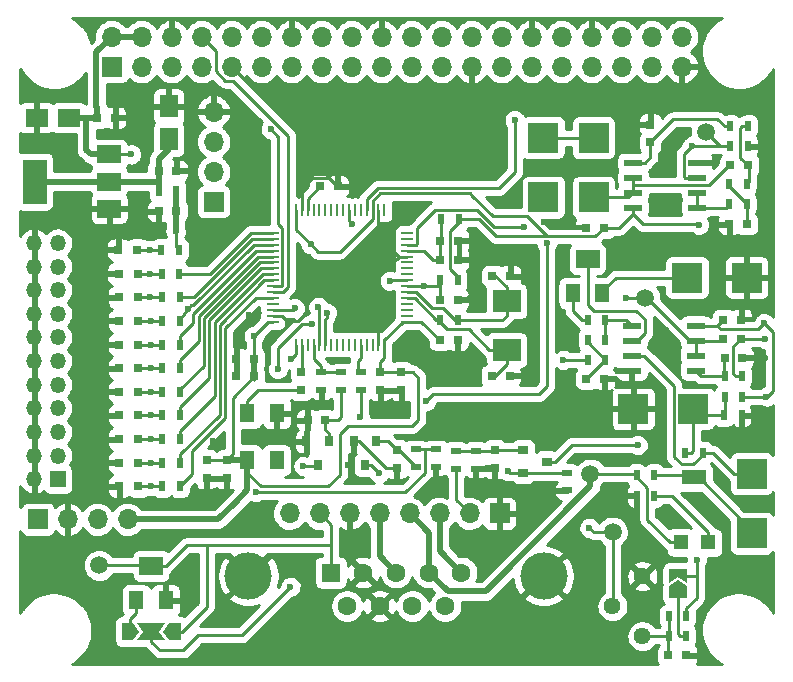
<source format=gtl>
G04 #@! TF.GenerationSoftware,KiCad,Pcbnew,5.99.0-unknown-632494c~88~ubuntu19.10.1*
G04 #@! TF.CreationDate,2020-05-11T14:06:48+02:00*
G04 #@! TF.ProjectId,MMDVM_RPT_Hat,4d4d4456-4d5f-4525-9054-5f4861742e6b,0.3*
G04 #@! TF.SameCoordinates,Original*
G04 #@! TF.FileFunction,Copper,L1,Top*
G04 #@! TF.FilePolarity,Positive*
%FSLAX46Y46*%
G04 Gerber Fmt 4.6, Leading zero omitted, Abs format (unit mm)*
G04 Created by KiCad (PCBNEW 5.99.0-unknown-632494c~88~ubuntu19.10.1) date 2020-05-11 14:06:48*
%MOMM*%
%LPD*%
G01*
G04 APERTURE LIST*
G04 #@! TA.AperFunction,ComponentPad*
%ADD10O,1.350000X1.350000*%
G04 #@! TD*
G04 #@! TA.AperFunction,ComponentPad*
%ADD11R,1.350000X1.350000*%
G04 #@! TD*
G04 #@! TA.AperFunction,SMDPad,CuDef*
%ADD12R,0.800000X0.800000*%
G04 #@! TD*
G04 #@! TA.AperFunction,SMDPad,CuDef*
%ADD13R,0.500000X0.900000*%
G04 #@! TD*
G04 #@! TA.AperFunction,SMDPad,CuDef*
%ADD14R,2.500000X2.550000*%
G04 #@! TD*
G04 #@! TA.AperFunction,SMDPad,CuDef*
%ADD15R,2.550000X2.500000*%
G04 #@! TD*
G04 #@! TA.AperFunction,SMDPad,CuDef*
%ADD16R,0.250000X1.000000*%
G04 #@! TD*
G04 #@! TA.AperFunction,SMDPad,CuDef*
%ADD17R,1.000000X0.250000*%
G04 #@! TD*
G04 #@! TA.AperFunction,SMDPad,CuDef*
%ADD18R,1.950000X1.500000*%
G04 #@! TD*
G04 #@! TA.AperFunction,SMDPad,CuDef*
%ADD19R,0.800000X0.750000*%
G04 #@! TD*
G04 #@! TA.AperFunction,SMDPad,CuDef*
%ADD20R,1.500000X1.950000*%
G04 #@! TD*
G04 #@! TA.AperFunction,SMDPad,CuDef*
%ADD21R,0.750000X0.800000*%
G04 #@! TD*
G04 #@! TA.AperFunction,ComponentPad*
%ADD22C,4.000000*%
G04 #@! TD*
G04 #@! TA.AperFunction,ComponentPad*
%ADD23C,1.600000*%
G04 #@! TD*
G04 #@! TA.AperFunction,ComponentPad*
%ADD24R,1.600000X1.600000*%
G04 #@! TD*
G04 #@! TA.AperFunction,ComponentPad*
%ADD25O,1.700000X1.700000*%
G04 #@! TD*
G04 #@! TA.AperFunction,ComponentPad*
%ADD26R,1.700000X1.700000*%
G04 #@! TD*
G04 #@! TA.AperFunction,SMDPad,CuDef*
%ADD27R,0.800000X0.900000*%
G04 #@! TD*
G04 #@! TA.AperFunction,SMDPad,CuDef*
%ADD28R,0.900000X0.800000*%
G04 #@! TD*
G04 #@! TA.AperFunction,SMDPad,CuDef*
%ADD29R,0.900000X0.500000*%
G04 #@! TD*
G04 #@! TA.AperFunction,ComponentPad*
%ADD30C,1.440000*%
G04 #@! TD*
G04 #@! TA.AperFunction,SMDPad,CuDef*
%ADD31R,1.300000X1.300000*%
G04 #@! TD*
G04 #@! TA.AperFunction,SMDPad,CuDef*
%ADD32R,2.000000X1.300000*%
G04 #@! TD*
G04 #@! TA.AperFunction,SMDPad,CuDef*
%ADD33R,1.300000X1.600000*%
G04 #@! TD*
G04 #@! TA.AperFunction,SMDPad,CuDef*
%ADD34R,2.000000X1.600000*%
G04 #@! TD*
G04 #@! TA.AperFunction,SMDPad,CuDef*
%ADD35C,1.500000*%
G04 #@! TD*
G04 #@! TA.AperFunction,SMDPad,CuDef*
%ADD36R,2.000000X1.500000*%
G04 #@! TD*
G04 #@! TA.AperFunction,SMDPad,CuDef*
%ADD37R,2.000000X3.800000*%
G04 #@! TD*
G04 #@! TA.AperFunction,SMDPad,CuDef*
%ADD38R,1.550000X0.600000*%
G04 #@! TD*
G04 #@! TA.AperFunction,SMDPad,CuDef*
%ADD39R,2.400000X1.900000*%
G04 #@! TD*
G04 #@! TA.AperFunction,ViaPad*
%ADD40C,0.600000*%
G04 #@! TD*
G04 #@! TA.AperFunction,Conductor*
%ADD41C,0.250000*%
G04 #@! TD*
G04 #@! TA.AperFunction,Conductor*
%ADD42C,0.500000*%
G04 #@! TD*
G04 #@! TA.AperFunction,Conductor*
%ADD43C,0.254000*%
G04 #@! TD*
G04 APERTURE END LIST*
D10*
X21200000Y-89000000D03*
X23200000Y-89000000D03*
X21200000Y-91000000D03*
X23200000Y-91000000D03*
X21200000Y-93000000D03*
X23200000Y-93000000D03*
X21200000Y-95000000D03*
X23200000Y-95000000D03*
X21200000Y-97000000D03*
X23200000Y-97000000D03*
X21200000Y-99000000D03*
X23200000Y-99000000D03*
X21200000Y-101000000D03*
X23200000Y-101000000D03*
X21200000Y-103000000D03*
X23200000Y-103000000D03*
X21200000Y-105000000D03*
X23200000Y-105000000D03*
X21200000Y-107000000D03*
X23200000Y-107000000D03*
X21200000Y-109000000D03*
D11*
X23200000Y-109000000D03*
D12*
X30000000Y-109600000D03*
X28400000Y-109600000D03*
D13*
X33550000Y-109600000D03*
X32050000Y-109600000D03*
G04 #@! TA.AperFunction,SMDPad,CuDef*
G36*
X30100000Y-121900000D02*
G01*
X29600000Y-122650000D01*
X28600000Y-122650000D01*
X28600000Y-121150000D01*
X29600000Y-121150000D01*
X30100000Y-121900000D01*
G37*
G04 #@! TD.AperFunction*
G04 #@! TA.AperFunction,Conductor*
G36*
X30400000Y-121900000D02*
G01*
X29900000Y-121150000D01*
X32300000Y-121150001D01*
X31800000Y-121900000D01*
X32300000Y-122650000D01*
X29900000Y-122649999D01*
X30400000Y-121900000D01*
G37*
G04 #@! TD.AperFunction*
G04 #@! TA.AperFunction,SMDPad,CuDef*
G36*
X32100000Y-121900000D02*
G01*
X32600001Y-121150000D01*
X33600000Y-121150001D01*
X33599999Y-122650000D01*
X32600000Y-122649999D01*
X32100000Y-121900000D01*
G37*
G04 #@! TD.AperFunction*
G04 #@! TA.AperFunction,SMDPad,CuDef*
G36*
X75700000Y-117550000D02*
G01*
X76450000Y-118050001D01*
X76450000Y-119050000D01*
X74950000Y-119049999D01*
X74950000Y-118050000D01*
X75700000Y-117550000D01*
G37*
G04 #@! TD.AperFunction*
G04 #@! TA.AperFunction,SMDPad,CuDef*
G36*
X76450000Y-116600001D02*
G01*
X76450000Y-117750000D01*
X75700000Y-117250000D01*
X74950000Y-117750000D01*
X74950000Y-116600000D01*
X76450000Y-116600001D01*
G37*
G04 #@! TD.AperFunction*
D14*
X68575000Y-85125000D03*
X68575000Y-80075000D03*
X64300000Y-80075000D03*
X64300000Y-85125000D03*
D15*
X76475000Y-91925000D03*
X81525000Y-91925000D03*
X76975000Y-103050000D03*
X71925000Y-103050000D03*
D14*
X81950000Y-108525000D03*
X81950000Y-113575000D03*
D16*
X50850000Y-97600000D03*
X50350000Y-97600000D03*
X49850000Y-97600000D03*
X49350000Y-97600000D03*
X48850000Y-97600000D03*
X48350000Y-97600000D03*
X47850000Y-97600000D03*
X47350000Y-97600000D03*
X46850000Y-97600000D03*
X46350000Y-97600000D03*
X45850000Y-97600000D03*
X45350000Y-97600000D03*
X44850000Y-97600000D03*
X44350000Y-97600000D03*
X43850000Y-97600000D03*
X43350000Y-97600000D03*
D17*
X41400000Y-95650000D03*
X41400000Y-95150000D03*
X41400000Y-94650000D03*
X41400000Y-94150000D03*
X41400000Y-93650000D03*
X41400000Y-93150000D03*
X41400000Y-92650000D03*
X41400000Y-92150000D03*
X41400000Y-91650000D03*
X41400000Y-91150000D03*
X41400000Y-90650000D03*
X41400000Y-90150000D03*
X41400000Y-89650000D03*
X41400000Y-89150000D03*
X41400000Y-88650000D03*
X41400000Y-88150000D03*
D16*
X43350000Y-86200000D03*
X43850000Y-86200000D03*
X44350000Y-86200000D03*
X44850000Y-86200000D03*
X45350000Y-86200000D03*
X45850000Y-86200000D03*
X46350000Y-86200000D03*
X46850000Y-86200000D03*
X47350000Y-86200000D03*
X47850000Y-86200000D03*
X48350000Y-86200000D03*
X48850000Y-86200000D03*
X49350000Y-86200000D03*
X49850000Y-86200000D03*
X50350000Y-86200000D03*
X50850000Y-86200000D03*
D17*
X52800000Y-88150000D03*
X52800000Y-88650000D03*
X52800000Y-89150000D03*
X52800000Y-89650000D03*
X52800000Y-90150000D03*
X52800000Y-90650000D03*
X52800000Y-91150000D03*
X52800000Y-91650000D03*
X52800000Y-92150000D03*
X52800000Y-92650000D03*
X52800000Y-93150000D03*
X52800000Y-93650000D03*
X52800000Y-94150000D03*
X52800000Y-94650000D03*
X52800000Y-95150000D03*
X52800000Y-95650000D03*
D18*
X21400000Y-78400000D03*
X24150000Y-78400000D03*
D19*
X28050000Y-78400000D03*
X26550000Y-78400000D03*
X31750000Y-82900000D03*
X33250000Y-82900000D03*
X57050000Y-97200000D03*
X55550000Y-97200000D03*
D20*
X32600000Y-80175000D03*
X32600000Y-77425000D03*
D19*
X31750000Y-86300000D03*
X33250000Y-86300000D03*
X55550000Y-93800000D03*
X57050000Y-93800000D03*
D21*
X37500000Y-107400000D03*
X37500000Y-108900000D03*
X35800000Y-108900000D03*
X35800000Y-107400000D03*
X43800000Y-99950000D03*
X43800000Y-101450000D03*
X51900000Y-108050000D03*
X51900000Y-106550000D03*
X60200000Y-106550000D03*
X60200000Y-108050000D03*
D19*
X74900000Y-123900000D03*
X76400000Y-123900000D03*
X59950000Y-100250000D03*
X61450000Y-100250000D03*
X61500000Y-91800000D03*
X60000000Y-91800000D03*
X45400000Y-84200000D03*
X46900000Y-84200000D03*
X55600000Y-90400000D03*
X57100000Y-90400000D03*
X57100000Y-88800000D03*
X55600000Y-88800000D03*
X38300000Y-100300000D03*
X39800000Y-100300000D03*
X39800000Y-98800000D03*
X38300000Y-98800000D03*
D21*
X52300000Y-101450000D03*
X52300000Y-99950000D03*
X50500000Y-99950000D03*
X50500000Y-101450000D03*
D12*
X28325000Y-89575000D03*
X29925000Y-89575000D03*
X29950000Y-91600000D03*
X28350000Y-91600000D03*
X28375000Y-93600000D03*
X29975000Y-93600000D03*
X30000000Y-95600000D03*
X28400000Y-95600000D03*
X28400000Y-105600000D03*
X30000000Y-105600000D03*
X28400000Y-103600000D03*
X30000000Y-103600000D03*
X30000000Y-101600000D03*
X28400000Y-101600000D03*
X28400000Y-99600000D03*
X30000000Y-99600000D03*
X30000000Y-97600000D03*
X28400000Y-97600000D03*
D22*
X64340000Y-117200000D03*
X39340000Y-117200000D03*
D23*
X55995000Y-119740000D03*
X53225000Y-119740000D03*
X50455000Y-119740000D03*
X47685000Y-119740000D03*
X57380000Y-116900000D03*
X54610000Y-116900000D03*
X51840000Y-116900000D03*
X49070000Y-116900000D03*
D24*
X46300000Y-116900000D03*
D25*
X76030000Y-71530000D03*
X76030000Y-74070000D03*
X73490000Y-71530000D03*
X73490000Y-74070000D03*
X70950000Y-71530000D03*
X70950000Y-74070000D03*
X68410000Y-71530000D03*
X68410000Y-74070000D03*
X65870000Y-71530000D03*
X65870000Y-74070000D03*
X63330000Y-71530000D03*
X63330000Y-74070000D03*
X60790000Y-71530000D03*
X60790000Y-74070000D03*
X58250000Y-71530000D03*
X58250000Y-74070000D03*
X55710000Y-71530000D03*
X55710000Y-74070000D03*
X53170000Y-71530000D03*
X53170000Y-74070000D03*
X50630000Y-71530000D03*
X50630000Y-74070000D03*
X48090000Y-71530000D03*
X48090000Y-74070000D03*
X45550000Y-71530000D03*
X45550000Y-74070000D03*
X43010000Y-71530000D03*
X43010000Y-74070000D03*
X40470000Y-71530000D03*
X40470000Y-74070000D03*
X37930000Y-71530000D03*
X37930000Y-74070000D03*
X35390000Y-71530000D03*
X35390000Y-74070000D03*
X32850000Y-71530000D03*
X32850000Y-74070000D03*
X30310000Y-71530000D03*
X30310000Y-74070000D03*
X27770000Y-71530000D03*
D26*
X27770000Y-74070000D03*
X36400000Y-85500000D03*
D25*
X36400000Y-82960000D03*
X36400000Y-80420000D03*
X36400000Y-77880000D03*
X29120000Y-112400000D03*
X26580000Y-112400000D03*
X24040000Y-112400000D03*
D26*
X21500000Y-112400000D03*
D13*
X33250000Y-84600000D03*
X31750000Y-84600000D03*
X57150000Y-87000000D03*
X55650000Y-87000000D03*
D27*
X50150000Y-105800000D03*
X48250000Y-105800000D03*
X49200000Y-107800000D03*
D28*
X64600000Y-107500000D03*
X62600000Y-108450000D03*
X62600000Y-106550000D03*
D13*
X33475000Y-89575000D03*
X31975000Y-89575000D03*
X32000000Y-91600000D03*
X33500000Y-91600000D03*
D29*
X48900000Y-101450000D03*
X48900000Y-99950000D03*
D13*
X32025000Y-93600000D03*
X33525000Y-93600000D03*
X33550000Y-95600000D03*
X32050000Y-95600000D03*
X32050000Y-105600000D03*
X33550000Y-105600000D03*
X33550000Y-103600000D03*
X32050000Y-103600000D03*
X32050000Y-101600000D03*
X33550000Y-101600000D03*
X32050000Y-99600000D03*
X33550000Y-99600000D03*
X55550000Y-92100000D03*
X57050000Y-92100000D03*
X33550000Y-97600000D03*
X32050000Y-97600000D03*
D29*
X55200000Y-106450000D03*
X55200000Y-107950000D03*
X53500000Y-107950000D03*
X53500000Y-106450000D03*
X56900000Y-108100000D03*
X56900000Y-106600000D03*
X58600000Y-108100000D03*
X58600000Y-106600000D03*
D13*
X76410000Y-120610000D03*
X74910000Y-120610000D03*
X74910000Y-122300000D03*
X76410000Y-122300000D03*
D29*
X66300000Y-109950000D03*
X66300000Y-108450000D03*
D13*
X55550000Y-95500000D03*
X57050000Y-95500000D03*
X80150000Y-80800000D03*
X81650000Y-80800000D03*
X72200000Y-110400000D03*
X73700000Y-110400000D03*
X72200000Y-108650000D03*
X73700000Y-108650000D03*
X79650000Y-102000000D03*
X81150000Y-102000000D03*
X81100000Y-103600000D03*
X79600000Y-103600000D03*
X76300000Y-106750000D03*
X77800000Y-106750000D03*
X80050000Y-85700000D03*
X81550000Y-85700000D03*
X81550000Y-84000000D03*
X80050000Y-84000000D03*
X81650000Y-79125000D03*
X80150000Y-79125000D03*
X69550000Y-95500000D03*
X68050000Y-95500000D03*
X68050000Y-97200000D03*
X69550000Y-97200000D03*
X68050000Y-98900000D03*
X69550000Y-98900000D03*
X81150000Y-100300000D03*
X79650000Y-100300000D03*
D30*
X72700000Y-117210000D03*
X70160000Y-119750000D03*
X72700000Y-122290000D03*
D31*
X75950000Y-114350000D03*
D32*
X77100000Y-108850000D03*
D31*
X78250000Y-114350000D03*
D33*
X69300000Y-93250000D03*
D34*
X68050000Y-90350000D03*
D33*
X66800000Y-93250000D03*
X29850000Y-119250000D03*
D34*
X31100000Y-116350000D03*
D33*
X32350000Y-119250000D03*
D35*
X70170000Y-113470000D03*
X78100000Y-79600000D03*
X68300000Y-108550000D03*
X72925000Y-93625000D03*
X26700000Y-116300000D03*
D36*
X27550000Y-86100000D03*
X27550000Y-81500000D03*
X27550000Y-83800000D03*
D37*
X21250000Y-83800000D03*
D38*
X77300000Y-86005000D03*
X77300000Y-84735000D03*
X77300000Y-83465000D03*
X77300000Y-82195000D03*
X71900000Y-82195000D03*
X71900000Y-83465000D03*
X71900000Y-84735000D03*
X71900000Y-86005000D03*
X77200000Y-95995000D03*
X77200000Y-97265000D03*
X77200000Y-98535000D03*
X77200000Y-99805000D03*
X71800000Y-99805000D03*
X71800000Y-98535000D03*
X71800000Y-97265000D03*
X71800000Y-95995000D03*
D33*
X41750000Y-107400000D03*
X41750000Y-103400000D03*
X39250000Y-103400000D03*
X39250000Y-107400000D03*
D39*
X61200000Y-93950000D03*
X61200000Y-98050000D03*
D19*
X80050000Y-87400000D03*
X81550000Y-87400000D03*
X80150000Y-82400000D03*
X81650000Y-82400000D03*
D21*
X73375000Y-80475000D03*
X73375000Y-78975000D03*
D19*
X69450000Y-100500000D03*
X67950000Y-100500000D03*
X81050000Y-97100000D03*
X79550000Y-97100000D03*
X79650000Y-98700000D03*
X81150000Y-98700000D03*
X67950000Y-87700000D03*
X69450000Y-87700000D03*
X79550000Y-95500000D03*
X81050000Y-95500000D03*
D12*
X28400000Y-107600000D03*
X30000000Y-107600000D03*
D13*
X32050000Y-107600000D03*
X33550000Y-107600000D03*
D19*
X45850000Y-104000000D03*
X44350000Y-104000000D03*
D27*
X45200000Y-107800000D03*
X44250000Y-105800000D03*
X46150000Y-105800000D03*
D29*
X45500000Y-99950000D03*
X45500000Y-101450000D03*
X47200000Y-101450000D03*
X47200000Y-99950000D03*
D25*
X42820000Y-111900000D03*
X45360000Y-111900000D03*
X47900000Y-111900000D03*
X50440000Y-111900000D03*
X52980000Y-111900000D03*
X55520000Y-111900000D03*
X58060000Y-111900000D03*
D26*
X60600000Y-111900000D03*
D40*
X51800000Y-109200000D03*
X40000000Y-110100000D03*
X39800000Y-96875000D03*
X31100000Y-109600000D03*
X26200000Y-108600000D03*
X48765533Y-103706893D03*
X46400000Y-98900000D03*
X63300000Y-90300000D03*
X63400000Y-100700000D03*
X64900000Y-102500000D03*
X60500000Y-102900000D03*
X58400000Y-100700000D03*
X44900000Y-119100000D03*
X53200000Y-97700000D03*
X35800000Y-111000000D03*
X66100000Y-89700000D03*
X66100000Y-100700000D03*
X55000000Y-104500000D03*
X43100000Y-115900000D03*
X55200000Y-108900000D03*
X40600000Y-105400000D03*
X47800000Y-107800000D03*
X58300000Y-98300000D03*
X52900000Y-86100000D03*
X74700000Y-82500000D03*
X65800000Y-96000000D03*
X26200000Y-106600000D03*
X20800000Y-118400000D03*
X26200000Y-124100000D03*
X34600000Y-117100000D03*
X57000000Y-114800000D03*
X66500000Y-113300000D03*
X70000000Y-109800000D03*
X80800000Y-117200000D03*
X77200000Y-110600000D03*
X75300000Y-94300000D03*
X81900000Y-94300000D03*
X71300000Y-89800000D03*
X66400000Y-82500000D03*
X60300000Y-82800000D03*
X66400000Y-77400000D03*
X49000000Y-83900000D03*
X39900000Y-86800000D03*
X29800000Y-76100000D03*
X29900000Y-85100000D03*
X24400000Y-85100000D03*
X35400000Y-90300000D03*
X36300000Y-105800000D03*
X39400000Y-95100000D03*
X74675000Y-96350000D03*
X80800000Y-110750000D03*
X74050000Y-112000000D03*
X81750000Y-104900000D03*
X30050000Y-79700000D03*
X24375000Y-82225000D03*
X25200000Y-88800000D03*
X20600000Y-76175000D03*
X83050000Y-98750000D03*
X51200000Y-103400000D03*
X64400000Y-87250000D03*
X44200000Y-91700000D03*
X39800000Y-80900000D03*
X40400000Y-76200000D03*
X74700000Y-85900000D03*
X58800000Y-92000000D03*
X58600000Y-88400000D03*
X78000000Y-124200000D03*
X78800000Y-82200000D03*
X29400000Y-81500000D03*
X83200000Y-102000000D03*
X72300000Y-106100000D03*
X44600000Y-89125002D03*
X33175000Y-88000000D03*
X77500000Y-87450000D03*
X83000000Y-95800000D03*
X54200000Y-92650000D03*
X62700000Y-87650000D03*
X71275000Y-93675000D03*
X83100000Y-97100000D03*
X66000000Y-98900000D03*
X42900000Y-118100000D03*
X54400000Y-102400000D03*
X64300000Y-85125000D03*
X64600000Y-89025001D03*
X31000000Y-89575000D03*
X31000000Y-91600000D03*
X31000000Y-93600000D03*
X31100000Y-95600000D03*
X31100000Y-105600000D03*
X31100000Y-103600000D03*
X31100000Y-101600000D03*
X31100000Y-99600000D03*
X31100000Y-97600000D03*
X77300000Y-115800000D03*
X50400000Y-108500000D03*
X41222648Y-79377352D03*
X46000000Y-94900000D03*
X45250000Y-94400000D03*
X34207640Y-94567970D03*
X42950000Y-98800000D03*
X43250000Y-94500000D03*
X44700000Y-95850000D03*
X41850000Y-99650000D03*
X51300000Y-92200000D03*
X61300000Y-108300000D03*
X61900000Y-78600000D03*
X76900000Y-80800000D03*
X48100000Y-87400001D03*
X68200000Y-113100000D03*
X31100000Y-107600000D03*
X44000000Y-107900000D03*
D41*
X52635002Y-110100000D02*
X40000000Y-110100000D01*
D42*
X38200000Y-111000000D02*
X39250000Y-109950000D01*
X39250000Y-109950000D02*
X39250000Y-107400000D01*
X29120000Y-112400000D02*
X36800000Y-112400000D01*
X36800000Y-112400000D02*
X38200000Y-111000000D01*
D41*
X39800000Y-100300000D02*
X38000000Y-102100000D01*
X38000000Y-102100000D02*
X38000000Y-106900000D01*
X38000000Y-106900000D02*
X37500000Y-107400000D01*
X37375000Y-101575000D02*
X37375000Y-103799998D01*
X37375000Y-103799998D02*
X34600000Y-106574998D01*
X34600000Y-106574998D02*
X34600000Y-108550000D01*
X34600000Y-108550000D02*
X33550000Y-109600000D01*
X39950000Y-93650000D02*
X37375000Y-96225000D01*
X37375000Y-96225000D02*
X37375000Y-101575000D01*
X41400000Y-93650000D02*
X39950000Y-93650000D01*
X32050000Y-109600000D02*
X30000000Y-109600000D01*
X48900000Y-101450000D02*
X48900000Y-103572426D01*
X48900000Y-103572426D02*
X48765533Y-103706893D01*
X81150000Y-98700000D02*
X83000000Y-98700000D01*
X83000000Y-98700000D02*
X83050000Y-98750000D01*
X37930000Y-74070000D02*
X40060000Y-76200000D01*
X40060000Y-76200000D02*
X40400000Y-76200000D01*
X67300000Y-87700000D02*
X67500000Y-87700000D01*
X67500000Y-87700000D02*
X67950000Y-87700000D01*
X67500000Y-87700000D02*
X64850000Y-87700000D01*
X64850000Y-87700000D02*
X64400000Y-87250000D01*
X43850000Y-86200000D02*
X43850000Y-84375002D01*
X43850000Y-84375002D02*
X44725003Y-83499999D01*
X44725003Y-83499999D02*
X46174999Y-83499999D01*
X46174999Y-83499999D02*
X46875000Y-84200000D01*
X46875000Y-84200000D02*
X46900000Y-84200000D01*
X64450000Y-87200000D02*
X64400000Y-87250000D01*
X42600000Y-95600000D02*
X43503588Y-95600000D01*
X43503588Y-95600000D02*
X44200000Y-94903588D01*
X44200000Y-94903588D02*
X44200000Y-92124264D01*
X44200000Y-92124264D02*
X44200000Y-91700000D01*
X41400000Y-95150000D02*
X42150000Y-95150000D01*
X42150000Y-95150000D02*
X42600000Y-95600000D01*
X57100000Y-88800000D02*
X58200000Y-88800000D01*
X58200000Y-88800000D02*
X58600000Y-88400000D01*
X57100000Y-90400000D02*
X57100000Y-88800000D01*
X57050000Y-93800000D02*
X57700000Y-93800000D01*
X57700000Y-93800000D02*
X58800000Y-92700000D01*
X58800000Y-92700000D02*
X58800000Y-92424264D01*
X58800000Y-92424264D02*
X58800000Y-92000000D01*
X50500000Y-101650000D02*
X50500000Y-101625000D01*
X48250000Y-105800000D02*
X48714998Y-105800000D01*
X48714998Y-105800000D02*
X50964998Y-108050000D01*
X50964998Y-108050000D02*
X51275000Y-108050000D01*
X51275000Y-108050000D02*
X51900000Y-108050000D01*
X38300000Y-98800000D02*
X38325000Y-98800000D01*
X50350000Y-97600000D02*
X50350000Y-91850000D01*
X50350000Y-91850000D02*
X52050000Y-90150000D01*
X52050000Y-90150000D02*
X52800000Y-90150000D01*
X52800000Y-90150000D02*
X52089998Y-90150000D01*
X52089998Y-90150000D02*
X50350000Y-88410002D01*
X50350000Y-88410002D02*
X50350000Y-86950000D01*
X50350000Y-86950000D02*
X50350000Y-86200000D01*
X29400000Y-81500000D02*
X27550000Y-81500000D01*
D42*
X29100000Y-71530000D02*
X27770000Y-71530000D01*
X30310000Y-71530000D02*
X29100000Y-71530000D01*
X29100000Y-71530000D02*
X27799998Y-71530000D01*
X27799998Y-71530000D02*
X26469999Y-72859999D01*
X26469999Y-72859999D02*
X26469999Y-77444999D01*
X26469999Y-77444999D02*
X26550000Y-77525000D01*
X26550000Y-77525000D02*
X26550000Y-78400000D01*
X24150000Y-78400000D02*
X25600000Y-78400000D01*
X25600000Y-78400000D02*
X25600000Y-81100000D01*
X26550000Y-78400000D02*
X25600000Y-78400000D01*
X25600000Y-81100000D02*
X26000000Y-81500000D01*
X26000000Y-81500000D02*
X27550000Y-81500000D01*
X32600000Y-81000000D02*
X31750000Y-81850000D01*
X31750000Y-81850000D02*
X31750000Y-82900000D01*
X32600000Y-80175000D02*
X32600000Y-81000000D01*
X31750000Y-84600000D02*
X31750000Y-83800000D01*
X31750000Y-83800000D02*
X31750000Y-82900000D01*
X31750000Y-83800000D02*
X27550000Y-83800000D01*
X21250000Y-83800000D02*
X27550000Y-83800000D01*
D41*
X52800000Y-95650000D02*
X53975000Y-95650000D01*
X53975000Y-95650000D02*
X55525000Y-97200000D01*
X55525000Y-97200000D02*
X55550000Y-97200000D01*
X47100000Y-105200000D02*
X47800000Y-104500000D01*
X47100000Y-108600000D02*
X47100000Y-105200000D01*
X53700000Y-100400000D02*
X53250000Y-99950000D01*
X46100000Y-109600000D02*
X47100000Y-108600000D01*
X40400000Y-109600000D02*
X46100000Y-109600000D01*
X53200000Y-104500000D02*
X53700000Y-104000000D01*
X39250000Y-107400000D02*
X39250000Y-108450000D01*
X39250000Y-108450000D02*
X40400000Y-109600000D01*
X53250000Y-99950000D02*
X52300000Y-99950000D01*
X47800000Y-104500000D02*
X53200000Y-104500000D01*
X53700000Y-104000000D02*
X53700000Y-100400000D01*
X50500000Y-99950000D02*
X51400000Y-99950000D01*
X51400000Y-99950000D02*
X52300000Y-99950000D01*
X50850000Y-98750000D02*
X50500000Y-99100000D01*
X50500000Y-99100000D02*
X50500000Y-99950000D01*
X50850000Y-97600000D02*
X50850000Y-98750000D01*
X83200000Y-102000000D02*
X83225000Y-102000000D01*
X81150000Y-102000000D02*
X83200000Y-102000000D01*
X65300000Y-107500000D02*
X66700000Y-106100000D01*
X64600000Y-107500000D02*
X65300000Y-107500000D01*
X66700000Y-106100000D02*
X72300000Y-106100000D01*
X57150000Y-87000000D02*
X58863590Y-87000000D01*
X58863590Y-87000000D02*
X60263591Y-88400001D01*
X60263591Y-88400001D02*
X64624999Y-88400001D01*
X44600000Y-89125002D02*
X43350000Y-87875002D01*
X45199999Y-89725001D02*
X44600000Y-89125002D01*
X69450000Y-87700000D02*
X70755000Y-87700000D01*
X70755000Y-87700000D02*
X71900000Y-86555000D01*
X71900000Y-86555000D02*
X71900000Y-86005000D01*
X58300000Y-85000000D02*
X60025001Y-86725001D01*
X60025001Y-86725001D02*
X62949999Y-86725001D01*
X62949999Y-86725001D02*
X64624999Y-88400001D01*
X64624999Y-88400001D02*
X68724999Y-88400001D01*
X68724999Y-88400001D02*
X69425000Y-87700000D01*
X69425000Y-87700000D02*
X69450000Y-87700000D01*
X33175000Y-88000000D02*
X33175000Y-89275000D01*
X33175000Y-89275000D02*
X33475000Y-89575000D01*
D42*
X33175000Y-88000000D02*
X33175000Y-86375000D01*
X33175000Y-86375000D02*
X33250000Y-86300000D01*
X37500000Y-107400000D02*
X39250000Y-107400000D01*
D41*
X39800000Y-98800000D02*
X39800000Y-96875000D01*
X39800000Y-96875000D02*
X41025000Y-95650000D01*
X41025000Y-95650000D02*
X41400000Y-95650000D01*
X39250000Y-107400000D02*
X39250000Y-107550000D01*
X83000000Y-95800000D02*
X83725001Y-96525001D01*
X83725001Y-96525001D02*
X83725001Y-101499999D01*
X83725001Y-101499999D02*
X83225000Y-102000000D01*
X77450000Y-87400000D02*
X77500000Y-87450000D01*
X75200000Y-87400000D02*
X77450000Y-87400000D01*
X49850000Y-86200000D02*
X49850000Y-86950000D01*
X49850000Y-86950000D02*
X47074999Y-89725001D01*
X47074999Y-89725001D02*
X45199999Y-89725001D01*
X75200000Y-87400000D02*
X72745000Y-87400000D01*
X72745000Y-87400000D02*
X71900000Y-86555000D01*
X43350000Y-86800000D02*
X43350000Y-87875002D01*
X43350000Y-86800000D02*
X43350000Y-86950000D01*
X43350000Y-86200000D02*
X43350000Y-86800000D01*
X58100000Y-84800000D02*
X58300000Y-85000000D01*
X50500000Y-84800000D02*
X58100000Y-84800000D01*
X49850000Y-86200000D02*
X49850000Y-85450000D01*
X49850000Y-85450000D02*
X50500000Y-84800000D01*
X39800000Y-100300000D02*
X39800000Y-100600000D01*
X39250000Y-107250000D02*
X39250000Y-107400000D01*
X83000000Y-95800000D02*
X82500000Y-96300000D01*
X82500000Y-96300000D02*
X79310000Y-96300000D01*
X79310000Y-96300000D02*
X79005000Y-95995000D01*
X35800000Y-107400000D02*
X36700000Y-107400000D01*
X36700000Y-107400000D02*
X37500000Y-107400000D01*
X57050000Y-92100000D02*
X57050000Y-91900000D01*
X57050000Y-91900000D02*
X56374999Y-91224999D01*
X56374999Y-91224999D02*
X56374999Y-87975001D01*
X56374999Y-87975001D02*
X57150000Y-87200000D01*
X57150000Y-87200000D02*
X57150000Y-87000000D01*
D42*
X39800000Y-98800000D02*
X39800000Y-100300000D01*
D41*
X39850000Y-98750000D02*
X39800000Y-98800000D01*
X52800000Y-95650000D02*
X52425000Y-95650000D01*
X52425000Y-95650000D02*
X50850000Y-97225000D01*
X50850000Y-97225000D02*
X50850000Y-97600000D01*
X77200000Y-95995000D02*
X79005000Y-95995000D01*
X79005000Y-95995000D02*
X79500000Y-95500000D01*
D42*
X33250000Y-84600000D02*
X33250000Y-86300000D01*
D41*
X54200000Y-92650000D02*
X55500000Y-92650000D01*
X52800000Y-92650000D02*
X54200000Y-92650000D01*
X55550000Y-92700000D02*
X55550000Y-93800000D01*
X55550000Y-92100000D02*
X55550000Y-92700000D01*
X55500000Y-92650000D02*
X55550000Y-92700000D01*
X43850000Y-97600000D02*
X43850000Y-99900000D01*
X43850000Y-99900000D02*
X43800000Y-99950000D01*
X39250000Y-103400000D02*
X39250000Y-102350000D01*
X39250000Y-102350000D02*
X40150000Y-101450000D01*
X40150000Y-101450000D02*
X43175000Y-101450000D01*
X43175000Y-101450000D02*
X43800000Y-101450000D01*
X51900000Y-106550000D02*
X52100000Y-106550000D01*
X52100000Y-106550000D02*
X53500000Y-107950000D01*
X50150000Y-105800000D02*
X51150000Y-105800000D01*
X51150000Y-105800000D02*
X51900000Y-106550000D01*
X62600000Y-106550000D02*
X60200000Y-106550000D01*
X58600000Y-106600000D02*
X60150000Y-106600000D01*
X60150000Y-106600000D02*
X60200000Y-106550000D01*
X56900000Y-106600000D02*
X58600000Y-106600000D01*
X72700000Y-122290000D02*
X74900000Y-122290000D01*
X74900000Y-122290000D02*
X74910000Y-122300000D01*
X74910000Y-122300000D02*
X74910000Y-120610000D01*
X74900000Y-123900000D02*
X74900000Y-122310000D01*
X74900000Y-122310000D02*
X74910000Y-122300000D01*
X56125001Y-96275001D02*
X57975001Y-96275001D01*
X57975001Y-96275001D02*
X59750000Y-98050000D01*
X59750000Y-98050000D02*
X61200000Y-98050000D01*
X56125001Y-96275001D02*
X55550000Y-95700000D01*
X55550000Y-95700000D02*
X55550000Y-95500000D01*
X61200000Y-98050000D02*
X61200000Y-99250000D01*
X61200000Y-99250000D02*
X60200000Y-100250000D01*
X60200000Y-100250000D02*
X59950000Y-100250000D01*
X52800000Y-93650000D02*
X53413590Y-93650000D01*
X53413590Y-93650000D02*
X55263590Y-95500000D01*
X55263590Y-95500000D02*
X55550000Y-95500000D01*
X57050000Y-95500000D02*
X60850000Y-95500000D01*
X60850000Y-95500000D02*
X61200000Y-95150000D01*
X61200000Y-95150000D02*
X61200000Y-93950000D01*
X61200000Y-93950000D02*
X61200000Y-92750000D01*
X61200000Y-92750000D02*
X60250000Y-91800000D01*
X60250000Y-91800000D02*
X60000000Y-91800000D01*
X57050000Y-95500000D02*
X56835002Y-95500000D01*
X56835002Y-95500000D02*
X55835003Y-94500001D01*
X55835003Y-94500001D02*
X54900001Y-94500001D01*
X54900001Y-94500001D02*
X53550000Y-93150000D01*
X53550000Y-93150000D02*
X52800000Y-93150000D01*
X44350000Y-86200000D02*
X44350000Y-85250000D01*
X44350000Y-85250000D02*
X45400000Y-84200000D01*
X55650000Y-87000000D02*
X55650000Y-88750000D01*
X55650000Y-88750000D02*
X55600000Y-88800000D01*
X55600000Y-90400000D02*
X55600000Y-88800000D01*
X55600000Y-90400000D02*
X54950000Y-90400000D01*
X54950000Y-90400000D02*
X54200000Y-89650000D01*
X54200000Y-89650000D02*
X53550000Y-89650000D01*
X53550000Y-89650000D02*
X52800000Y-89650000D01*
X77000000Y-107750000D02*
X77800000Y-106950000D01*
X77800000Y-106950000D02*
X77800000Y-106750000D01*
X76014998Y-107750000D02*
X77000000Y-107750000D01*
X72825000Y-98535000D02*
X75374999Y-101084999D01*
X71800000Y-98535000D02*
X72825000Y-98535000D01*
X75374999Y-101084999D02*
X75374999Y-107110001D01*
X75374999Y-107110001D02*
X76014998Y-107750000D01*
X80450000Y-108525000D02*
X78675000Y-106750000D01*
X81950000Y-108525000D02*
X80450000Y-108525000D01*
X78675000Y-106750000D02*
X77800000Y-106750000D01*
X72275000Y-98535000D02*
X71800000Y-98535000D01*
X77100000Y-108850000D02*
X77450000Y-108850000D01*
X77450000Y-108850000D02*
X81950000Y-113350000D01*
X81950000Y-113350000D02*
X81950000Y-113575000D01*
X73700000Y-108650000D02*
X76900000Y-108650000D01*
X76900000Y-108650000D02*
X77100000Y-108850000D01*
X76975000Y-103050000D02*
X76975000Y-106575000D01*
X76975000Y-106575000D02*
X76800000Y-106750000D01*
X76800000Y-106750000D02*
X76300000Y-106750000D01*
X79600000Y-103600000D02*
X77525000Y-103600000D01*
X77525000Y-103600000D02*
X76975000Y-103050000D01*
X79650000Y-102000000D02*
X79650000Y-103550000D01*
X79650000Y-103550000D02*
X79600000Y-103600000D01*
X81550000Y-85700000D02*
X81550000Y-87350000D01*
X81550000Y-87350000D02*
X81600000Y-87400000D01*
X80050000Y-84000000D02*
X80050000Y-84200000D01*
X80050000Y-84200000D02*
X81550000Y-85700000D01*
X81650000Y-79125000D02*
X81150000Y-79125000D01*
X81150000Y-79125000D02*
X81000000Y-79275000D01*
X81000000Y-79275000D02*
X81000000Y-81775000D01*
X81000000Y-81775000D02*
X81625000Y-82400000D01*
X81625000Y-82400000D02*
X81650000Y-82400000D01*
X81650000Y-84100000D02*
X81550000Y-84000000D01*
X81700000Y-82400000D02*
X81700000Y-83850000D01*
X81700000Y-83850000D02*
X81550000Y-84000000D01*
X68575000Y-85125000D02*
X71510000Y-85125000D01*
X71510000Y-85125000D02*
X71900000Y-84735000D01*
X71885000Y-84750000D02*
X71900000Y-84735000D01*
X71900000Y-84100000D02*
X71900000Y-84735000D01*
X71900000Y-83465000D02*
X71900000Y-84100000D01*
X80100000Y-82400000D02*
X80000000Y-82400000D01*
X80000000Y-82400000D02*
X78300000Y-84100000D01*
X78300000Y-84100000D02*
X71900000Y-84100000D01*
X73375000Y-80475000D02*
X73375000Y-80450000D01*
X73375000Y-80450000D02*
X75300001Y-78524999D01*
X75300001Y-78524999D02*
X79049999Y-78524999D01*
X79049999Y-78524999D02*
X79650000Y-79125000D01*
X79650000Y-79125000D02*
X80150000Y-79125000D01*
X71900000Y-82195000D02*
X72925000Y-82195000D01*
X72925000Y-82195000D02*
X73375000Y-81745000D01*
X73375000Y-81745000D02*
X73375000Y-81125000D01*
X73375000Y-81125000D02*
X73375000Y-80475000D01*
X69300000Y-93250000D02*
X69300000Y-93100000D01*
X69300000Y-93100000D02*
X70475000Y-91925000D01*
X70475000Y-91925000D02*
X74950000Y-91925000D01*
X74950000Y-91925000D02*
X76475000Y-91925000D01*
X67900000Y-100500000D02*
X67950000Y-100500000D01*
X67950000Y-100500000D02*
X69550000Y-98900000D01*
X68050000Y-97200000D02*
X68050000Y-97400000D01*
X68050000Y-97400000D02*
X69550000Y-98900000D01*
X77200000Y-97265000D02*
X77200000Y-98535000D01*
X59550000Y-87050000D02*
X58724999Y-86224999D01*
X62700000Y-87650000D02*
X60150000Y-87650000D01*
X60150000Y-87650000D02*
X59550000Y-87050000D01*
X71325000Y-93625000D02*
X71275000Y-93675000D01*
X72925000Y-93625000D02*
X71325000Y-93625000D01*
X77200000Y-97265000D02*
X76725000Y-97265000D01*
X76725000Y-97265000D02*
X73085000Y-93625000D01*
X73085000Y-93625000D02*
X72925000Y-93625000D01*
X58724999Y-86224999D02*
X55139999Y-86224999D01*
X55139999Y-86224999D02*
X53625001Y-87739997D01*
X53625001Y-87739997D02*
X53625001Y-89074999D01*
X53625001Y-89074999D02*
X53550000Y-89150000D01*
X53550000Y-89150000D02*
X52800000Y-89150000D01*
X77200000Y-97265000D02*
X79335000Y-97265000D01*
X79335000Y-97265000D02*
X79500000Y-97100000D01*
X80400000Y-100050000D02*
X80400000Y-97725000D01*
X80400000Y-97725000D02*
X81025000Y-97100000D01*
X81025000Y-97100000D02*
X81050000Y-97100000D01*
X81150000Y-100300000D02*
X80650000Y-100300000D01*
X80650000Y-100300000D02*
X80400000Y-100050000D01*
X83100000Y-97100000D02*
X81100000Y-97100000D01*
X68050000Y-98900000D02*
X66000000Y-98900000D01*
X68575000Y-80075000D02*
X67075000Y-80075000D01*
X67075000Y-80075000D02*
X64300000Y-80075000D01*
X79600000Y-98700000D02*
X79600000Y-100250000D01*
X79600000Y-100250000D02*
X79650000Y-100300000D01*
X79650000Y-100300000D02*
X77695000Y-100300000D01*
X77695000Y-100300000D02*
X77200000Y-99805000D01*
X42900000Y-118100000D02*
X38775736Y-122224264D01*
X38775736Y-122224264D02*
X35100000Y-122224264D01*
X64600000Y-101100000D02*
X63900000Y-101800000D01*
X64600000Y-89025001D02*
X64600000Y-101100000D01*
X63900000Y-101800000D02*
X55000000Y-101800000D01*
X55000000Y-101800000D02*
X54400000Y-102400000D01*
X35100000Y-122224264D02*
X33824264Y-123500000D01*
X33824264Y-123500000D02*
X31850000Y-123500000D01*
X31100000Y-121900000D02*
X31100000Y-122750000D01*
X31100000Y-122750000D02*
X31850000Y-123500000D01*
X31000000Y-89575000D02*
X31975000Y-89575000D01*
X29925000Y-89575000D02*
X31000000Y-89575000D01*
X31000000Y-91600000D02*
X32000000Y-91600000D01*
X29950000Y-91600000D02*
X31000000Y-91600000D01*
X31000000Y-93600000D02*
X29975000Y-93600000D01*
X32025000Y-93600000D02*
X31000000Y-93600000D01*
X31100000Y-95600000D02*
X30000000Y-95600000D01*
X32050000Y-95600000D02*
X31100000Y-95600000D01*
X31100000Y-105600000D02*
X30000000Y-105600000D01*
X32050000Y-105600000D02*
X31100000Y-105600000D01*
X31100000Y-103600000D02*
X30000000Y-103600000D01*
X32050000Y-103600000D02*
X31100000Y-103600000D01*
X31100000Y-101600000D02*
X30000000Y-101600000D01*
X32050000Y-101600000D02*
X31100000Y-101600000D01*
X31100000Y-99600000D02*
X30000000Y-99600000D01*
X32050000Y-99600000D02*
X31100000Y-99600000D01*
X31100000Y-97600000D02*
X30000000Y-97600000D01*
X32050000Y-97600000D02*
X31100000Y-97600000D01*
X56900000Y-108100000D02*
X56900000Y-110740000D01*
X56900000Y-110740000D02*
X58060000Y-111900000D01*
D42*
X55520000Y-111900000D02*
X55520000Y-115040000D01*
X55520000Y-115040000D02*
X57380000Y-116900000D01*
D41*
X77300000Y-117200000D02*
X77300000Y-115800000D01*
X77300000Y-119020000D02*
X77300000Y-117200000D01*
X75700000Y-117175000D02*
X77275000Y-117175000D01*
X77275000Y-117175000D02*
X77300000Y-117200000D01*
X76410000Y-119910000D02*
X77300000Y-119020000D01*
X76410000Y-120610000D02*
X76410000Y-119910000D01*
D42*
X52980000Y-111900000D02*
X54610000Y-113530000D01*
X54610000Y-113530000D02*
X54610000Y-116900000D01*
D41*
X72200000Y-108650000D02*
X72200000Y-108850000D01*
X72200000Y-108850000D02*
X73124999Y-109774999D01*
X73124999Y-109774999D02*
X73124999Y-112424999D01*
X73124999Y-112424999D02*
X75050000Y-114350000D01*
X75050000Y-114350000D02*
X75950000Y-114350000D01*
D42*
X68300000Y-109613998D02*
X59413998Y-118500000D01*
X68300000Y-108550000D02*
X68300000Y-109613998D01*
X59413998Y-118500000D02*
X56210000Y-118500000D01*
X56210000Y-118500000D02*
X54610000Y-116900000D01*
D41*
X68300000Y-108550000D02*
X72100000Y-108550000D01*
X72100000Y-108550000D02*
X72200000Y-108650000D01*
X75650000Y-114350000D02*
X76250000Y-114350000D01*
D42*
X50440000Y-111900000D02*
X50440000Y-115500000D01*
X50440000Y-115500000D02*
X51840000Y-116900000D01*
D41*
X49700000Y-107800000D02*
X50400000Y-108500000D01*
X49200000Y-107800000D02*
X49700000Y-107800000D01*
X46300000Y-114600000D02*
X46300000Y-112840000D01*
X46300000Y-116900000D02*
X46300000Y-114600000D01*
X35800000Y-114600000D02*
X44210000Y-114600000D01*
X44210000Y-114600000D02*
X46300000Y-114600000D01*
X46300000Y-112840000D02*
X45360000Y-111900000D01*
X34100000Y-114600000D02*
X35800000Y-114600000D01*
X32850000Y-121900000D02*
X33700000Y-121900000D01*
X33700000Y-121900000D02*
X35800000Y-119800000D01*
X35800000Y-119800000D02*
X35800000Y-114600000D01*
X31100000Y-116350000D02*
X32350000Y-116350000D01*
X32350000Y-116350000D02*
X34100000Y-114600000D01*
X26700000Y-116300000D02*
X31050000Y-116300000D01*
X31050000Y-116300000D02*
X31100000Y-116350000D01*
X41222648Y-79377352D02*
X41834999Y-79989703D01*
X41834999Y-79989703D02*
X41834999Y-87374997D01*
X42225001Y-92574999D02*
X42150000Y-92650000D01*
X41834999Y-87374997D02*
X42225001Y-87764999D01*
X42225001Y-87764999D02*
X42225001Y-92574999D01*
X42150000Y-92650000D02*
X41400000Y-92650000D01*
X37365999Y-75245001D02*
X36565001Y-74444003D01*
X38015299Y-75245001D02*
X37365999Y-75245001D01*
X42675011Y-92761399D02*
X42675011Y-79904713D01*
X42675011Y-79904713D02*
X38015299Y-75245001D01*
X41400000Y-93150000D02*
X42286410Y-93150000D01*
X42286410Y-93150000D02*
X42675011Y-92761399D01*
X36565001Y-74444003D02*
X36565001Y-72705001D01*
X36565001Y-72705001D02*
X36239999Y-72379999D01*
X36239999Y-72379999D02*
X35390000Y-71530000D01*
X46000000Y-94900000D02*
X46000000Y-95324264D01*
X46000000Y-95324264D02*
X45850000Y-95474264D01*
X45850000Y-95474264D02*
X45850000Y-96850000D01*
X45850000Y-96850000D02*
X45850000Y-97600000D01*
X45350000Y-94500000D02*
X45250000Y-94400000D01*
X45350000Y-97600000D02*
X45350000Y-94500000D01*
X33550000Y-103600000D02*
X33550000Y-102900000D01*
X33550000Y-102900000D02*
X36024972Y-100425028D01*
X36024972Y-100425028D02*
X36024972Y-95542206D01*
X36024972Y-95542206D02*
X40417178Y-91150000D01*
X40417178Y-91150000D02*
X40650000Y-91150000D01*
X40650000Y-91150000D02*
X41400000Y-91150000D01*
X35574962Y-95355806D02*
X35574962Y-99375038D01*
X35574962Y-99375038D02*
X33550000Y-101400000D01*
X33550000Y-101400000D02*
X33550000Y-101600000D01*
X41400000Y-90650000D02*
X40280768Y-90650000D01*
X40280768Y-90650000D02*
X35574962Y-95355806D01*
X35124952Y-95169406D02*
X35124952Y-97325048D01*
X35124952Y-97325048D02*
X33550000Y-98900000D01*
X33550000Y-98900000D02*
X33550000Y-99600000D01*
X40144358Y-90150000D02*
X35124952Y-95169406D01*
X41400000Y-90150000D02*
X40144358Y-90150000D01*
X34674942Y-94983006D02*
X34674942Y-95775058D01*
X34674942Y-95775058D02*
X33550000Y-96900000D01*
X33550000Y-96900000D02*
X33550000Y-97600000D01*
X41400000Y-89650000D02*
X40007948Y-89650000D01*
X40007948Y-89650000D02*
X34674942Y-94983006D01*
X33550000Y-105600000D02*
X33550000Y-104900000D01*
X33550000Y-104900000D02*
X36474981Y-101975019D01*
X36474981Y-101975019D02*
X36474981Y-95728607D01*
X36474981Y-95728607D02*
X40553588Y-91650000D01*
X40553588Y-91650000D02*
X40650000Y-91650000D01*
X40650000Y-91650000D02*
X41400000Y-91650000D01*
X39527180Y-88150000D02*
X36077180Y-91600000D01*
X41400000Y-88150000D02*
X39527180Y-88150000D01*
X36077180Y-91600000D02*
X33500000Y-91600000D01*
X54300000Y-106450000D02*
X54300000Y-108435002D01*
X54300000Y-108435002D02*
X52635002Y-110100000D01*
X53500000Y-106450000D02*
X54300000Y-106450000D01*
X54300000Y-106450000D02*
X55200000Y-106450000D01*
X39800000Y-89150000D02*
X34682029Y-94267971D01*
X34682029Y-94267971D02*
X34507639Y-94267971D01*
X34507639Y-94267971D02*
X34207640Y-94567970D01*
X34207640Y-94567970D02*
X33550000Y-95400000D01*
X41400000Y-89150000D02*
X39800000Y-89150000D01*
X33550000Y-95400000D02*
X33550000Y-95600000D01*
X39663590Y-88650000D02*
X34713590Y-93600000D01*
X34713590Y-93600000D02*
X33525000Y-93600000D01*
X41400000Y-88650000D02*
X39663590Y-88650000D01*
X43350000Y-98400000D02*
X42950000Y-98800000D01*
X43350000Y-97600000D02*
X43350000Y-98400000D01*
X43250000Y-94500000D02*
X43100000Y-94650000D01*
X43100000Y-94650000D02*
X41400000Y-94650000D01*
X41850000Y-97889998D02*
X43889998Y-95850000D01*
X41850000Y-99650000D02*
X41850000Y-97889998D01*
X43889998Y-95850000D02*
X44700000Y-95850000D01*
X75910000Y-122300000D02*
X75700000Y-122090000D01*
X75700000Y-122090000D02*
X75700000Y-118550000D01*
X76410000Y-122300000D02*
X75910000Y-122300000D01*
X29350000Y-121900000D02*
X29350000Y-120800000D01*
X29350000Y-120800000D02*
X29850000Y-120300000D01*
X29850000Y-120300000D02*
X29850000Y-119250000D01*
X62600000Y-108450000D02*
X66300000Y-108450000D01*
X52800000Y-92150000D02*
X51350000Y-92150000D01*
X51350000Y-92150000D02*
X51300000Y-92200000D01*
X61450000Y-108450000D02*
X61300000Y-108300000D01*
X62600000Y-108450000D02*
X61450000Y-108450000D01*
X48850000Y-98750000D02*
X48600000Y-99000000D01*
X48600000Y-99000000D02*
X48600000Y-99950000D01*
X48850000Y-97600000D02*
X48850000Y-98750000D01*
X61900000Y-83000000D02*
X61900000Y-78600000D01*
X60550010Y-84349990D02*
X61900000Y-83000000D01*
X49350000Y-85313590D02*
X50313600Y-84349990D01*
X50313600Y-84349990D02*
X60550010Y-84349990D01*
X49350000Y-85313590D02*
X49350000Y-85450000D01*
X49350000Y-85450000D02*
X49350000Y-86200000D01*
X78100000Y-79600000D02*
X79300000Y-80800000D01*
X79300000Y-80800000D02*
X80150000Y-80800000D01*
X77300000Y-83465000D02*
X76275000Y-83465000D01*
X76275000Y-83465000D02*
X76199999Y-83389999D01*
X76199999Y-83389999D02*
X76199999Y-81500001D01*
X76199999Y-81500001D02*
X76900000Y-80800000D01*
X76900000Y-80800000D02*
X79650000Y-80800000D01*
X79650000Y-80800000D02*
X80150000Y-80800000D01*
X73700000Y-110400000D02*
X75200000Y-110400000D01*
X75200000Y-110400000D02*
X78250000Y-113450000D01*
X78250000Y-113450000D02*
X78250000Y-114350000D01*
X77300000Y-86005000D02*
X79745000Y-86005000D01*
X79745000Y-86005000D02*
X80050000Y-85700000D01*
X77300000Y-84735000D02*
X77300000Y-86005000D01*
X69550000Y-95500000D02*
X71305000Y-95500000D01*
X71305000Y-95500000D02*
X71800000Y-95995000D01*
X69550000Y-95500000D02*
X69550000Y-97200000D01*
X68050000Y-95500000D02*
X67550000Y-95500000D01*
X67550000Y-95500000D02*
X66800000Y-94750000D01*
X66800000Y-94750000D02*
X66800000Y-94300000D01*
X66800000Y-94300000D02*
X66800000Y-93250000D01*
X48100000Y-87400001D02*
X47850000Y-87150001D01*
X47850000Y-87150001D02*
X47850000Y-86200000D01*
X68570000Y-113470000D02*
X68200000Y-113100000D01*
X70170000Y-113470000D02*
X68570000Y-113470000D01*
X70170000Y-113470000D02*
X70170000Y-119740000D01*
X70170000Y-119740000D02*
X70160000Y-119750000D01*
X68050000Y-90350000D02*
X68050000Y-94214998D01*
X68050000Y-94214998D02*
X68560001Y-94724999D01*
X68560001Y-94724999D02*
X72190001Y-94724999D01*
X72190001Y-94724999D02*
X72900001Y-95434999D01*
X72900001Y-96639999D02*
X72275000Y-97265000D01*
X72900001Y-95434999D02*
X72900001Y-96639999D01*
X72275000Y-97265000D02*
X71800000Y-97265000D01*
X31100000Y-107600000D02*
X30000000Y-107600000D01*
X32050000Y-107600000D02*
X31100000Y-107600000D01*
X36924990Y-95915008D02*
X36924990Y-103525010D01*
X36924990Y-103525010D02*
X33550000Y-106900000D01*
X33550000Y-106900000D02*
X33550000Y-107600000D01*
X41400000Y-92150000D02*
X40689998Y-92150000D01*
X40689998Y-92150000D02*
X36924990Y-95915008D01*
X46150000Y-105100000D02*
X45850000Y-104800000D01*
X45850000Y-104800000D02*
X45850000Y-104000000D01*
X46150000Y-105800000D02*
X46150000Y-105100000D01*
X46900000Y-104000000D02*
X47200000Y-103700000D01*
X47200000Y-103700000D02*
X47200000Y-101450000D01*
X45850000Y-104000000D02*
X46900000Y-104000000D01*
X44000000Y-107900000D02*
X45100000Y-107900000D01*
X45100000Y-107900000D02*
X45200000Y-107800000D01*
X45500000Y-99950000D02*
X45500000Y-99450000D01*
X45500000Y-99450000D02*
X44850000Y-98800000D01*
X44850000Y-98800000D02*
X44850000Y-98350000D01*
X44850000Y-98350000D02*
X44850000Y-97600000D01*
X45500000Y-99950000D02*
X47200000Y-99950000D01*
G36*
X25985137Y-84853859D02*
G01*
X25997880Y-84878339D01*
X26052896Y-84943904D01*
X26051239Y-84945879D01*
X25950641Y-85120120D01*
X25943100Y-85140837D01*
X25909122Y-85333538D01*
X25908163Y-85344499D01*
X25908163Y-85898191D01*
X25981972Y-85972000D01*
X27348192Y-85972001D01*
X27348193Y-85972000D01*
X29118028Y-85972001D01*
X29191837Y-85898192D01*
X29191837Y-85341742D01*
X29189681Y-85325366D01*
X29114863Y-85046142D01*
X29102120Y-85021662D01*
X29047104Y-84956096D01*
X29048761Y-84954121D01*
X29149359Y-84779880D01*
X29156899Y-84759163D01*
X29169800Y-84686000D01*
X30858163Y-84686000D01*
X30858163Y-85058258D01*
X30860319Y-85074634D01*
X30935137Y-85353859D01*
X30947880Y-85378339D01*
X30975677Y-85411466D01*
X30865410Y-85503990D01*
X30851239Y-85520879D01*
X30750641Y-85695120D01*
X30743100Y-85715837D01*
X30709122Y-85908538D01*
X30708163Y-85919499D01*
X30708163Y-86098191D01*
X30781972Y-86172000D01*
X31548192Y-86172001D01*
X31548193Y-86172000D01*
X31878000Y-86172001D01*
X31877999Y-87243028D01*
X31951808Y-87316837D01*
X32158258Y-87316837D01*
X32174634Y-87314681D01*
X32289001Y-87284037D01*
X32289000Y-87688620D01*
X32271248Y-87728491D01*
X32266455Y-87744989D01*
X32231527Y-87981529D01*
X32231347Y-87998708D01*
X32261315Y-88235928D01*
X32265761Y-88252522D01*
X32358418Y-88472945D01*
X32367163Y-88487732D01*
X32384258Y-88509300D01*
X32241462Y-88484122D01*
X32230501Y-88483163D01*
X31716742Y-88483163D01*
X31700366Y-88485319D01*
X31421142Y-88560137D01*
X31396662Y-88572880D01*
X31273550Y-88676183D01*
X31077676Y-88634548D01*
X31060542Y-88633290D01*
X30821907Y-88648304D01*
X30805067Y-88651700D01*
X30730728Y-88677588D01*
X30729121Y-88676239D01*
X30554880Y-88575641D01*
X30534163Y-88568100D01*
X30341462Y-88534122D01*
X30330501Y-88533163D01*
X29516742Y-88533163D01*
X29500366Y-88535319D01*
X29221142Y-88610137D01*
X29196662Y-88622880D01*
X29131096Y-88677896D01*
X29129121Y-88676239D01*
X28954880Y-88575641D01*
X28934163Y-88568100D01*
X28741462Y-88534122D01*
X28730501Y-88533163D01*
X28526809Y-88533163D01*
X28453000Y-88606972D01*
X28452999Y-89373192D01*
X28453000Y-89373193D01*
X28452999Y-89703000D01*
X27356972Y-89702999D01*
X27283163Y-89776808D01*
X27283163Y-89983258D01*
X27285319Y-89999634D01*
X27360137Y-90278859D01*
X27372880Y-90303339D01*
X27503990Y-90459590D01*
X27520879Y-90473761D01*
X27695120Y-90574359D01*
X27715837Y-90581900D01*
X27793632Y-90595617D01*
X27646142Y-90635137D01*
X27621662Y-90647880D01*
X27465410Y-90778990D01*
X27451239Y-90795879D01*
X27350641Y-90970120D01*
X27343100Y-90990837D01*
X27309122Y-91183538D01*
X27308163Y-91194499D01*
X27308163Y-91398191D01*
X27381972Y-91472000D01*
X28478000Y-91472001D01*
X28477999Y-91728000D01*
X27381972Y-91727999D01*
X27308163Y-91801808D01*
X27308163Y-92008258D01*
X27310319Y-92024634D01*
X27385137Y-92303859D01*
X27397880Y-92328339D01*
X27528990Y-92484590D01*
X27545879Y-92498761D01*
X27720120Y-92599359D01*
X27740837Y-92606900D01*
X27762360Y-92610695D01*
X27671142Y-92635137D01*
X27646662Y-92647880D01*
X27490410Y-92778990D01*
X27476239Y-92795879D01*
X27375641Y-92970120D01*
X27368100Y-92990837D01*
X27334122Y-93183538D01*
X27333163Y-93194499D01*
X27333163Y-93398191D01*
X27406972Y-93472000D01*
X28503000Y-93472001D01*
X28502999Y-93728000D01*
X27406972Y-93727999D01*
X27333163Y-93801808D01*
X27333163Y-94008258D01*
X27335319Y-94024634D01*
X27410137Y-94303859D01*
X27422880Y-94328339D01*
X27553990Y-94484590D01*
X27570879Y-94498761D01*
X27745120Y-94599359D01*
X27765837Y-94606900D01*
X27787360Y-94610695D01*
X27696142Y-94635137D01*
X27671662Y-94647880D01*
X27515410Y-94778990D01*
X27501239Y-94795879D01*
X27400641Y-94970120D01*
X27393100Y-94990837D01*
X27359122Y-95183538D01*
X27358163Y-95194499D01*
X27358163Y-95398191D01*
X27431972Y-95472000D01*
X28528000Y-95472001D01*
X28527999Y-95728000D01*
X27431972Y-95727999D01*
X27358163Y-95801808D01*
X27358163Y-96008258D01*
X27360319Y-96024634D01*
X27435137Y-96303859D01*
X27447880Y-96328339D01*
X27578990Y-96484590D01*
X27595879Y-96498761D01*
X27770120Y-96599359D01*
X27790837Y-96606900D01*
X27797282Y-96608036D01*
X27696142Y-96635137D01*
X27671662Y-96647880D01*
X27515410Y-96778990D01*
X27501239Y-96795879D01*
X27400641Y-96970120D01*
X27393100Y-96990837D01*
X27359122Y-97183538D01*
X27358163Y-97194499D01*
X27358163Y-97398191D01*
X27431972Y-97472000D01*
X28528000Y-97472001D01*
X28527999Y-97728000D01*
X27431972Y-97727999D01*
X27358163Y-97801808D01*
X27358163Y-98008258D01*
X27360319Y-98024634D01*
X27435137Y-98303859D01*
X27447880Y-98328339D01*
X27578990Y-98484590D01*
X27595879Y-98498761D01*
X27770120Y-98599359D01*
X27790837Y-98606900D01*
X27797282Y-98608036D01*
X27696142Y-98635137D01*
X27671662Y-98647880D01*
X27515410Y-98778990D01*
X27501239Y-98795879D01*
X27400641Y-98970120D01*
X27393100Y-98990837D01*
X27359122Y-99183538D01*
X27358163Y-99194499D01*
X27358163Y-99398191D01*
X27431972Y-99472000D01*
X28528000Y-99472001D01*
X28527999Y-99728000D01*
X27431972Y-99727999D01*
X27358163Y-99801808D01*
X27358163Y-100008258D01*
X27360319Y-100024634D01*
X27435137Y-100303859D01*
X27447880Y-100328339D01*
X27578990Y-100484590D01*
X27595879Y-100498761D01*
X27770120Y-100599359D01*
X27790837Y-100606900D01*
X27797282Y-100608036D01*
X27696142Y-100635137D01*
X27671662Y-100647880D01*
X27515410Y-100778990D01*
X27501239Y-100795879D01*
X27400641Y-100970120D01*
X27393100Y-100990837D01*
X27359122Y-101183538D01*
X27358163Y-101194499D01*
X27358163Y-101398191D01*
X27431972Y-101472000D01*
X28528000Y-101472001D01*
X28527999Y-101728000D01*
X27431972Y-101727999D01*
X27358163Y-101801808D01*
X27358163Y-102008258D01*
X27360319Y-102024634D01*
X27435137Y-102303859D01*
X27447880Y-102328339D01*
X27578990Y-102484590D01*
X27595879Y-102498761D01*
X27770120Y-102599359D01*
X27790837Y-102606900D01*
X27797282Y-102608036D01*
X27696142Y-102635137D01*
X27671662Y-102647880D01*
X27515410Y-102778990D01*
X27501239Y-102795879D01*
X27400641Y-102970120D01*
X27393100Y-102990837D01*
X27359122Y-103183538D01*
X27358163Y-103194499D01*
X27358163Y-103398191D01*
X27431972Y-103472000D01*
X28528000Y-103472001D01*
X28527999Y-103728000D01*
X27431972Y-103727999D01*
X27358163Y-103801808D01*
X27358163Y-104008258D01*
X27360319Y-104024634D01*
X27435137Y-104303859D01*
X27447880Y-104328339D01*
X27578990Y-104484590D01*
X27595879Y-104498761D01*
X27770120Y-104599359D01*
X27790837Y-104606900D01*
X27797282Y-104608036D01*
X27696142Y-104635137D01*
X27671662Y-104647880D01*
X27515410Y-104778990D01*
X27501239Y-104795879D01*
X27400641Y-104970120D01*
X27393100Y-104990837D01*
X27359122Y-105183538D01*
X27358163Y-105194499D01*
X27358163Y-105398191D01*
X27431972Y-105472000D01*
X28528000Y-105472001D01*
X28527999Y-105728000D01*
X27431972Y-105727999D01*
X27358163Y-105801808D01*
X27358163Y-106008258D01*
X27360319Y-106024634D01*
X27435137Y-106303859D01*
X27447880Y-106328339D01*
X27578990Y-106484590D01*
X27595879Y-106498761D01*
X27770120Y-106599359D01*
X27790837Y-106606900D01*
X27797282Y-106608036D01*
X27696142Y-106635137D01*
X27671662Y-106647880D01*
X27515410Y-106778990D01*
X27501239Y-106795879D01*
X27400641Y-106970120D01*
X27393100Y-106990837D01*
X27359122Y-107183538D01*
X27358163Y-107194499D01*
X27358163Y-107398191D01*
X27431972Y-107472000D01*
X28528000Y-107472001D01*
X28527999Y-107728000D01*
X27431972Y-107727999D01*
X27358163Y-107801808D01*
X27358163Y-108008258D01*
X27360319Y-108024634D01*
X27435137Y-108303859D01*
X27447880Y-108328339D01*
X27578990Y-108484590D01*
X27595879Y-108498761D01*
X27770120Y-108599359D01*
X27790837Y-108606900D01*
X27797282Y-108608036D01*
X27696142Y-108635137D01*
X27671662Y-108647880D01*
X27515410Y-108778990D01*
X27501239Y-108795879D01*
X27400641Y-108970120D01*
X27393100Y-108990837D01*
X27359122Y-109183538D01*
X27358163Y-109194499D01*
X27358163Y-109398191D01*
X27431972Y-109472000D01*
X28198192Y-109472001D01*
X28198193Y-109472000D01*
X28528000Y-109472001D01*
X28527999Y-110568028D01*
X28601808Y-110641837D01*
X28808258Y-110641837D01*
X28824634Y-110639681D01*
X29103859Y-110564863D01*
X29128339Y-110552120D01*
X29193904Y-110497104D01*
X29195879Y-110498761D01*
X29370120Y-110599359D01*
X29390837Y-110606900D01*
X29583538Y-110640878D01*
X29594499Y-110641837D01*
X30408258Y-110641837D01*
X30424634Y-110639681D01*
X30703859Y-110564863D01*
X30728339Y-110552120D01*
X30804023Y-110488614D01*
X30885774Y-110519016D01*
X30902540Y-110522763D01*
X31140807Y-110542771D01*
X31157963Y-110541872D01*
X31353761Y-110504522D01*
X31378990Y-110534590D01*
X31395879Y-110548761D01*
X31570120Y-110649359D01*
X31590837Y-110656900D01*
X31783538Y-110690878D01*
X31794499Y-110691837D01*
X32308258Y-110691837D01*
X32324634Y-110689681D01*
X32603859Y-110614863D01*
X32628339Y-110602120D01*
X32784590Y-110471010D01*
X32798761Y-110454121D01*
X32803941Y-110445150D01*
X32878990Y-110534590D01*
X32895879Y-110548761D01*
X33070120Y-110649359D01*
X33090837Y-110656900D01*
X33283538Y-110690878D01*
X33294499Y-110691837D01*
X33808258Y-110691837D01*
X33824634Y-110689681D01*
X34103859Y-110614863D01*
X34128339Y-110602120D01*
X34284590Y-110471010D01*
X34298761Y-110454121D01*
X34399359Y-110279880D01*
X34406900Y-110259163D01*
X34440878Y-110066462D01*
X34441837Y-110055501D01*
X34441837Y-109784379D01*
X34809888Y-109416328D01*
X34860137Y-109603859D01*
X34872880Y-109628339D01*
X35003990Y-109784590D01*
X35020879Y-109798761D01*
X35195120Y-109899359D01*
X35215837Y-109906900D01*
X35408538Y-109940878D01*
X35419499Y-109941837D01*
X35598191Y-109941837D01*
X35672000Y-109868028D01*
X35927999Y-109868028D01*
X36001808Y-109941837D01*
X36183258Y-109941837D01*
X36199634Y-109939681D01*
X36478859Y-109864863D01*
X36503339Y-109852120D01*
X36654338Y-109725417D01*
X36703990Y-109784590D01*
X36720879Y-109798761D01*
X36895120Y-109899359D01*
X36915837Y-109906900D01*
X37108538Y-109940878D01*
X37119499Y-109941837D01*
X37298191Y-109941837D01*
X37372000Y-109868028D01*
X37372001Y-109101809D01*
X37298192Y-109028000D01*
X36670809Y-109027999D01*
X36670808Y-109028000D01*
X36001809Y-109027999D01*
X35928000Y-109101808D01*
X35927999Y-109868028D01*
X35672000Y-109868028D01*
X35672001Y-109101808D01*
X35672000Y-109101807D01*
X35672001Y-108772000D01*
X36629191Y-108772001D01*
X36629192Y-108772000D01*
X37298192Y-108772001D01*
X37298193Y-108772000D01*
X37628000Y-108772001D01*
X37627999Y-109868028D01*
X37701808Y-109941837D01*
X37883258Y-109941837D01*
X37899634Y-109939681D01*
X38046744Y-109900263D01*
X37614884Y-110332124D01*
X37614879Y-110332128D01*
X36433009Y-111514000D01*
X30311855Y-111514000D01*
X30201013Y-111376140D01*
X30193647Y-111368417D01*
X30013049Y-111208638D01*
X30004486Y-111202267D01*
X29799549Y-111075202D01*
X29790036Y-111070365D01*
X29566619Y-110979645D01*
X29556427Y-110976480D01*
X29320919Y-110924700D01*
X29310340Y-110923298D01*
X29069475Y-110911939D01*
X29058809Y-110912339D01*
X28819474Y-110941727D01*
X28809030Y-110943918D01*
X28578068Y-111013210D01*
X28568142Y-111017130D01*
X28352155Y-111124346D01*
X28343032Y-111129882D01*
X28148199Y-111271957D01*
X28140138Y-111278952D01*
X27972029Y-111451822D01*
X27965263Y-111460074D01*
X27849229Y-111628903D01*
X27818067Y-111572916D01*
X27812107Y-111564064D01*
X27661013Y-111376140D01*
X27653647Y-111368417D01*
X27473049Y-111208638D01*
X27464486Y-111202267D01*
X27259549Y-111075202D01*
X27250036Y-111070365D01*
X27026619Y-110979645D01*
X27016427Y-110976480D01*
X26780919Y-110924700D01*
X26770340Y-110923298D01*
X26529475Y-110911939D01*
X26518809Y-110912339D01*
X26279474Y-110941727D01*
X26269030Y-110943918D01*
X26038068Y-111013210D01*
X26028142Y-111017130D01*
X25812155Y-111124346D01*
X25803032Y-111129882D01*
X25608199Y-111271957D01*
X25600138Y-111278952D01*
X25432029Y-111451822D01*
X25425263Y-111460074D01*
X25309229Y-111628903D01*
X25278067Y-111572916D01*
X25272107Y-111564064D01*
X25121013Y-111376140D01*
X25113647Y-111368417D01*
X24933049Y-111208638D01*
X24924486Y-111202267D01*
X24719549Y-111075202D01*
X24710036Y-111070365D01*
X24486619Y-110979645D01*
X24476427Y-110976480D01*
X24262096Y-110929356D01*
X24168000Y-111005011D01*
X24167999Y-112198192D01*
X24168000Y-112198193D01*
X24167999Y-113793748D01*
X24260217Y-113869362D01*
X24449019Y-113831636D01*
X24459270Y-113828667D01*
X24684387Y-113742253D01*
X24693991Y-113737600D01*
X24901330Y-113614491D01*
X24910012Y-113608286D01*
X25093645Y-113452004D01*
X25101158Y-113444424D01*
X25255833Y-113259435D01*
X25261962Y-113250698D01*
X25309486Y-113169043D01*
X25407430Y-113317584D01*
X25414038Y-113325965D01*
X25578798Y-113502032D01*
X25586722Y-113509180D01*
X25778792Y-113654968D01*
X25787808Y-113660679D01*
X26001696Y-113772021D01*
X26011545Y-113776131D01*
X26241134Y-113849844D01*
X26251535Y-113852236D01*
X26490262Y-113886212D01*
X26500917Y-113886817D01*
X26741956Y-113880084D01*
X26752561Y-113878885D01*
X26989019Y-113831636D01*
X26999270Y-113828667D01*
X27224387Y-113742253D01*
X27233991Y-113737600D01*
X27441330Y-113614491D01*
X27450012Y-113608286D01*
X27633645Y-113452004D01*
X27641158Y-113444424D01*
X27795833Y-113259435D01*
X27801962Y-113250698D01*
X27849486Y-113169043D01*
X27947430Y-113317584D01*
X27954038Y-113325965D01*
X28118798Y-113502032D01*
X28126722Y-113509180D01*
X28318792Y-113654968D01*
X28327808Y-113660679D01*
X28541696Y-113772021D01*
X28551545Y-113776131D01*
X28781134Y-113849844D01*
X28791535Y-113852236D01*
X29030262Y-113886212D01*
X29040917Y-113886817D01*
X29281956Y-113880084D01*
X29292561Y-113878885D01*
X29529019Y-113831636D01*
X29539270Y-113828667D01*
X29764387Y-113742253D01*
X29773991Y-113737600D01*
X29981330Y-113614491D01*
X29990012Y-113608286D01*
X30173645Y-113452004D01*
X30181158Y-113444424D01*
X30313621Y-113286000D01*
X36700742Y-113286000D01*
X36719370Y-113290215D01*
X36737265Y-113291655D01*
X36828413Y-113286000D01*
X36859053Y-113286000D01*
X36867995Y-113285363D01*
X36890394Y-113282155D01*
X36972463Y-113277063D01*
X36990043Y-113273423D01*
X37015476Y-113264242D01*
X37042248Y-113260408D01*
X37059479Y-113255369D01*
X37134353Y-113221327D01*
X37211877Y-113193340D01*
X37228044Y-113184680D01*
X37248908Y-113169241D01*
X37273998Y-113157834D01*
X37289123Y-113148161D01*
X37360428Y-113086720D01*
X37379131Y-113072881D01*
X37386215Y-113066777D01*
X37402659Y-113050332D01*
X37467645Y-112994337D01*
X37479447Y-112980808D01*
X37492828Y-112960163D01*
X38868244Y-111584749D01*
X38868251Y-111584741D01*
X39534312Y-110918680D01*
X39546523Y-110927552D01*
X39561664Y-110935670D01*
X39785774Y-111019016D01*
X39802540Y-111022763D01*
X40040807Y-111042771D01*
X40057963Y-111041872D01*
X40292833Y-110997069D01*
X40309116Y-110991589D01*
X40523286Y-110885273D01*
X40537495Y-110875617D01*
X40553729Y-110861000D01*
X41760350Y-110861000D01*
X41672029Y-110951822D01*
X41665263Y-110960074D01*
X41528683Y-111158798D01*
X41523403Y-111168073D01*
X41422260Y-111386968D01*
X41418618Y-111397000D01*
X41355802Y-111629807D01*
X41353903Y-111640309D01*
X41331211Y-111880372D01*
X41331109Y-111891043D01*
X41349188Y-112131497D01*
X41350885Y-112142034D01*
X41409221Y-112376005D01*
X41412669Y-112386104D01*
X41509591Y-112606900D01*
X41514692Y-112616275D01*
X41647430Y-112817584D01*
X41654038Y-112825965D01*
X41818798Y-113002032D01*
X41826722Y-113009180D01*
X42018792Y-113154968D01*
X42027808Y-113160679D01*
X42241696Y-113272021D01*
X42251545Y-113276131D01*
X42481134Y-113349844D01*
X42491535Y-113352236D01*
X42730262Y-113386212D01*
X42740917Y-113386817D01*
X42981956Y-113380084D01*
X42992561Y-113378885D01*
X43229019Y-113331636D01*
X43239270Y-113328667D01*
X43464387Y-113242253D01*
X43473991Y-113237600D01*
X43681330Y-113114491D01*
X43690012Y-113108286D01*
X43873645Y-112952004D01*
X43881158Y-112944424D01*
X44035833Y-112759435D01*
X44041962Y-112750698D01*
X44089486Y-112669043D01*
X44187430Y-112817584D01*
X44194038Y-112825965D01*
X44358798Y-113002032D01*
X44366722Y-113009180D01*
X44558792Y-113154968D01*
X44567808Y-113160679D01*
X44781696Y-113272021D01*
X44791545Y-113276131D01*
X45021134Y-113349844D01*
X45031535Y-113352236D01*
X45270262Y-113386212D01*
X45280917Y-113386817D01*
X45521956Y-113380084D01*
X45532561Y-113378885D01*
X45539001Y-113377598D01*
X45539000Y-113839000D01*
X35859891Y-113839000D01*
X35809916Y-113831085D01*
X35790084Y-113831085D01*
X35740109Y-113839000D01*
X34044821Y-113839000D01*
X34044809Y-113839001D01*
X33989510Y-113839001D01*
X33969922Y-113842103D01*
X33921808Y-113857736D01*
X33871823Y-113865653D01*
X33852962Y-113871782D01*
X33807879Y-113894753D01*
X33759754Y-113910390D01*
X33742082Y-113919394D01*
X33701144Y-113949138D01*
X33656066Y-113972106D01*
X33640021Y-113983763D01*
X32538058Y-115085727D01*
X32521010Y-115065410D01*
X32504121Y-115051239D01*
X32329880Y-114950641D01*
X32309163Y-114943100D01*
X32116462Y-114909122D01*
X32105501Y-114908163D01*
X30091742Y-114908163D01*
X30075366Y-114910319D01*
X29796142Y-114985137D01*
X29771662Y-114997880D01*
X29615410Y-115128990D01*
X29601239Y-115145879D01*
X29500641Y-115320120D01*
X29493100Y-115340837D01*
X29459122Y-115533538D01*
X29458644Y-115539000D01*
X27857958Y-115539000D01*
X27831327Y-115493969D01*
X27824778Y-115484855D01*
X27670711Y-115306367D01*
X27662651Y-115298557D01*
X27479412Y-115150173D01*
X27470097Y-115143914D01*
X27263478Y-115030323D01*
X27253201Y-115025812D01*
X27029731Y-114950606D01*
X27018819Y-114947986D01*
X26785563Y-114913542D01*
X26774359Y-114912896D01*
X26538690Y-114920302D01*
X26527549Y-114921651D01*
X26296916Y-114970673D01*
X26286189Y-114973973D01*
X26067883Y-115063063D01*
X26057911Y-115068210D01*
X25858831Y-115194549D01*
X25849927Y-115201382D01*
X25676367Y-115360979D01*
X25668814Y-115369280D01*
X25526259Y-115557089D01*
X25520295Y-115566596D01*
X25413251Y-115776682D01*
X25409065Y-115787095D01*
X25340915Y-116012817D01*
X25338639Y-116023807D01*
X25311539Y-116258028D01*
X25311245Y-116269247D01*
X25326050Y-116504567D01*
X25327748Y-116515661D01*
X25383991Y-116744640D01*
X25387626Y-116755257D01*
X25483528Y-116970657D01*
X25488986Y-116980463D01*
X25621517Y-117175477D01*
X25628625Y-117184161D01*
X25793595Y-117352624D01*
X25802129Y-117359912D01*
X25994324Y-117496498D01*
X26004013Y-117502160D01*
X26217358Y-117602552D01*
X26227897Y-117606409D01*
X26455648Y-117667435D01*
X26466704Y-117669365D01*
X26701661Y-117689095D01*
X26712884Y-117689036D01*
X26947623Y-117666847D01*
X26958659Y-117664801D01*
X27185757Y-117601393D01*
X27196255Y-117597426D01*
X27408537Y-117494806D01*
X27418167Y-117489042D01*
X27608921Y-117350452D01*
X27617378Y-117343074D01*
X27780575Y-117172894D01*
X27787592Y-117164136D01*
X27856116Y-117061000D01*
X29458163Y-117061000D01*
X29458163Y-117158258D01*
X29460319Y-117174634D01*
X29535137Y-117453859D01*
X29547880Y-117478339D01*
X29678990Y-117634590D01*
X29695879Y-117648761D01*
X29870120Y-117749359D01*
X29890837Y-117756900D01*
X30083538Y-117790878D01*
X30094499Y-117791837D01*
X32108258Y-117791837D01*
X32124634Y-117789681D01*
X32403859Y-117714863D01*
X32428339Y-117702120D01*
X32584590Y-117571010D01*
X32598761Y-117554121D01*
X32699359Y-117379880D01*
X32706900Y-117359163D01*
X32740878Y-117166462D01*
X32741837Y-117155501D01*
X32741837Y-117005960D01*
X32748847Y-117000867D01*
X32793934Y-116977894D01*
X32809980Y-116966236D01*
X32966407Y-116809809D01*
X32966412Y-116809802D01*
X34415215Y-115361000D01*
X35039001Y-115361000D01*
X35039000Y-119484784D01*
X33923180Y-120600605D01*
X33788737Y-120539208D01*
X33771443Y-120534130D01*
X33613477Y-120511418D01*
X33604500Y-120510776D01*
X33437199Y-120510776D01*
X33484590Y-120471010D01*
X33498761Y-120454121D01*
X33599359Y-120279880D01*
X33606900Y-120259163D01*
X33640878Y-120066462D01*
X33641837Y-120055501D01*
X33641837Y-119451809D01*
X33568028Y-119378000D01*
X32551808Y-119377999D01*
X32551807Y-119378000D01*
X32222000Y-119377999D01*
X32222000Y-119048191D01*
X32477999Y-119048191D01*
X32551808Y-119122000D01*
X33568028Y-119122001D01*
X33641837Y-119048192D01*
X33641837Y-118441742D01*
X33639681Y-118425366D01*
X33564863Y-118146142D01*
X33552120Y-118121662D01*
X33421010Y-117965410D01*
X33404121Y-117951239D01*
X33229880Y-117850641D01*
X33209163Y-117843100D01*
X33016462Y-117809122D01*
X33005501Y-117808163D01*
X32551809Y-117808163D01*
X32478000Y-117881972D01*
X32477999Y-119048191D01*
X32222000Y-119048191D01*
X32222001Y-117881972D01*
X32148192Y-117808163D01*
X31691742Y-117808163D01*
X31675366Y-117810319D01*
X31396142Y-117885137D01*
X31371662Y-117897880D01*
X31215410Y-118028990D01*
X31201239Y-118045879D01*
X31100641Y-118220120D01*
X31093100Y-118240837D01*
X31091964Y-118247282D01*
X31064863Y-118146142D01*
X31052120Y-118121662D01*
X30921010Y-117965410D01*
X30904121Y-117951239D01*
X30729880Y-117850641D01*
X30709163Y-117843100D01*
X30516462Y-117809122D01*
X30505501Y-117808163D01*
X29191742Y-117808163D01*
X29175366Y-117810319D01*
X28896142Y-117885137D01*
X28871662Y-117897880D01*
X28715410Y-118028990D01*
X28701239Y-118045879D01*
X28600641Y-118220120D01*
X28593100Y-118240837D01*
X28559122Y-118433538D01*
X28558163Y-118444499D01*
X28558163Y-120058258D01*
X28560319Y-120074634D01*
X28635137Y-120353859D01*
X28647881Y-120378340D01*
X28684232Y-120421661D01*
X28669393Y-120442085D01*
X28660389Y-120459757D01*
X28644753Y-120507882D01*
X28643278Y-120510776D01*
X28593246Y-120510776D01*
X28579816Y-120512220D01*
X28348998Y-120562431D01*
X28328164Y-120571061D01*
X28188208Y-120661005D01*
X28174587Y-120672808D01*
X28067122Y-120796828D01*
X28057378Y-120811990D01*
X27989208Y-120961263D01*
X27984130Y-120978557D01*
X27961418Y-121136523D01*
X27960776Y-121145500D01*
X27960776Y-122656754D01*
X27962220Y-122670184D01*
X28012431Y-122901002D01*
X28021061Y-122921836D01*
X28111005Y-123061792D01*
X28122808Y-123075413D01*
X28246828Y-123182878D01*
X28261990Y-123192622D01*
X28411263Y-123260792D01*
X28428557Y-123265870D01*
X28586523Y-123288582D01*
X28595500Y-123289224D01*
X29606488Y-123289224D01*
X29619396Y-123287891D01*
X29727033Y-123265422D01*
X29728557Y-123265869D01*
X29886523Y-123288581D01*
X29895500Y-123289223D01*
X30563009Y-123289223D01*
X31240776Y-123966991D01*
X31390020Y-124116236D01*
X31406066Y-124127894D01*
X31451149Y-124150865D01*
X31492083Y-124180605D01*
X31509754Y-124189610D01*
X31557873Y-124205245D01*
X31602961Y-124228218D01*
X31621823Y-124234346D01*
X31671805Y-124242263D01*
X31719920Y-124257897D01*
X31739509Y-124260999D01*
X31794809Y-124260999D01*
X31794821Y-124261000D01*
X33879443Y-124261000D01*
X33879455Y-124260999D01*
X33934753Y-124260999D01*
X33954342Y-124257897D01*
X34002457Y-124242263D01*
X34052440Y-124234347D01*
X34071303Y-124228218D01*
X34116390Y-124205245D01*
X34164508Y-124189611D01*
X34182180Y-124180606D01*
X34223111Y-124150867D01*
X34268198Y-124127894D01*
X34284244Y-124116236D01*
X34440671Y-123959809D01*
X34440676Y-123959802D01*
X35415215Y-122985264D01*
X38830915Y-122985264D01*
X38830927Y-122985263D01*
X38886225Y-122985263D01*
X38905814Y-122982161D01*
X38953929Y-122966527D01*
X39003912Y-122958611D01*
X39022775Y-122952482D01*
X39067862Y-122929509D01*
X39115980Y-122913875D01*
X39133652Y-122904870D01*
X39174583Y-122875131D01*
X39219670Y-122852158D01*
X39235716Y-122840500D01*
X39392143Y-122684073D01*
X39392148Y-122684066D01*
X42456150Y-119620064D01*
X46251000Y-119620064D01*
X46251000Y-119859936D01*
X46251959Y-119870897D01*
X46293613Y-120107126D01*
X46296460Y-120117753D01*
X46378502Y-120343160D01*
X46383152Y-120353132D01*
X46503088Y-120560868D01*
X46509399Y-120569881D01*
X46663587Y-120753634D01*
X46671366Y-120761413D01*
X46855119Y-120915601D01*
X46864132Y-120921912D01*
X47071868Y-121041848D01*
X47081840Y-121046498D01*
X47307247Y-121128540D01*
X47317874Y-121131387D01*
X47554103Y-121173041D01*
X47565064Y-121174000D01*
X47804936Y-121174000D01*
X47815897Y-121173041D01*
X48052126Y-121131387D01*
X48062753Y-121128540D01*
X48288160Y-121046498D01*
X48298132Y-121041848D01*
X48505868Y-120921912D01*
X48514881Y-120915601D01*
X48671901Y-120783844D01*
X49592177Y-120783844D01*
X49608397Y-120907053D01*
X49841868Y-121041848D01*
X49851840Y-121046498D01*
X50077247Y-121128540D01*
X50087874Y-121131387D01*
X50324103Y-121173041D01*
X50335064Y-121174000D01*
X50574936Y-121174000D01*
X50585897Y-121173041D01*
X50822126Y-121131387D01*
X50832753Y-121128540D01*
X51058160Y-121046498D01*
X51068132Y-121041848D01*
X51301603Y-120907053D01*
X51317823Y-120783844D01*
X50507191Y-119973210D01*
X50402809Y-119973210D01*
X49592177Y-120783844D01*
X48671901Y-120783844D01*
X48698634Y-120761413D01*
X48706413Y-120753634D01*
X48860601Y-120569881D01*
X48866912Y-120560868D01*
X48986848Y-120353132D01*
X48991498Y-120343160D01*
X49070000Y-120127479D01*
X49148502Y-120343160D01*
X49153152Y-120353132D01*
X49287947Y-120586603D01*
X49411156Y-120602823D01*
X50221790Y-119792191D01*
X50221790Y-119687809D01*
X49411156Y-118877177D01*
X49287947Y-118893397D01*
X49153152Y-119126868D01*
X49148502Y-119136840D01*
X49070000Y-119352521D01*
X48991498Y-119136840D01*
X48986848Y-119126868D01*
X48866912Y-118919132D01*
X48860601Y-118910119D01*
X48706413Y-118726366D01*
X48698634Y-118718587D01*
X48671902Y-118696156D01*
X49592177Y-118696156D01*
X50402809Y-119506790D01*
X50507191Y-119506790D01*
X51317823Y-118696156D01*
X51301603Y-118572947D01*
X51068132Y-118438152D01*
X51058160Y-118433502D01*
X50832753Y-118351460D01*
X50822126Y-118348613D01*
X50585897Y-118306959D01*
X50574936Y-118306000D01*
X50335064Y-118306000D01*
X50324103Y-118306959D01*
X50087874Y-118348613D01*
X50077247Y-118351460D01*
X49851840Y-118433502D01*
X49841868Y-118438152D01*
X49608397Y-118572947D01*
X49592177Y-118696156D01*
X48671902Y-118696156D01*
X48514881Y-118564399D01*
X48505868Y-118558088D01*
X48298132Y-118438152D01*
X48288160Y-118433502D01*
X48062753Y-118351460D01*
X48052126Y-118348613D01*
X47815897Y-118306959D01*
X47804936Y-118306000D01*
X47565064Y-118306000D01*
X47554103Y-118306959D01*
X47317874Y-118348613D01*
X47307247Y-118351460D01*
X47081840Y-118433502D01*
X47071868Y-118438152D01*
X46864132Y-118558088D01*
X46855119Y-118564399D01*
X46671366Y-118718587D01*
X46663587Y-118726366D01*
X46509399Y-118910119D01*
X46503088Y-118919132D01*
X46383152Y-119126868D01*
X46378502Y-119136840D01*
X46296460Y-119362247D01*
X46293613Y-119372874D01*
X46251959Y-119609103D01*
X46251000Y-119620064D01*
X42456150Y-119620064D01*
X43052348Y-119023867D01*
X43192833Y-118997069D01*
X43209116Y-118991589D01*
X43423286Y-118885273D01*
X43437495Y-118875617D01*
X43615185Y-118715625D01*
X43626274Y-118702503D01*
X43754393Y-118500618D01*
X43761544Y-118484998D01*
X43830750Y-118255781D01*
X43833449Y-118238143D01*
X43836136Y-117981436D01*
X43833808Y-117963746D01*
X43769419Y-117733129D01*
X43762596Y-117717362D01*
X43638732Y-117512839D01*
X43627921Y-117499488D01*
X43453620Y-117335809D01*
X43439616Y-117325857D01*
X43227720Y-117215081D01*
X43211556Y-117209261D01*
X42977676Y-117159548D01*
X42960542Y-117158290D01*
X42721907Y-117173304D01*
X42705067Y-117176700D01*
X42479262Y-117255333D01*
X42463955Y-117263133D01*
X42267613Y-117399593D01*
X42254967Y-117411222D01*
X42102555Y-117595456D01*
X42093502Y-117610057D01*
X41996249Y-117828491D01*
X41991455Y-117844989D01*
X41976324Y-117947461D01*
X41811894Y-118111891D01*
X41848574Y-118019249D01*
X41851022Y-118011717D01*
X41931473Y-117698381D01*
X41932957Y-117690601D01*
X41973502Y-117369653D01*
X41973999Y-117361750D01*
X41973999Y-117038250D01*
X41973502Y-117030347D01*
X41932957Y-116709399D01*
X41931473Y-116701619D01*
X41851022Y-116388283D01*
X41848574Y-116380751D01*
X41729486Y-116079970D01*
X41726114Y-116072804D01*
X41570268Y-115789319D01*
X41566025Y-115782633D01*
X41354482Y-115491469D01*
X41238666Y-115482354D01*
X37626770Y-119094250D01*
X37632018Y-119205535D01*
X37785656Y-119332635D01*
X37792063Y-119337290D01*
X38065202Y-119510629D01*
X38072142Y-119514444D01*
X38364853Y-119652183D01*
X38372216Y-119655098D01*
X38679883Y-119755066D01*
X38687553Y-119757035D01*
X39005322Y-119817653D01*
X39013180Y-119818646D01*
X39336040Y-119838958D01*
X39343960Y-119838958D01*
X39666820Y-119818646D01*
X39674678Y-119817653D01*
X39992447Y-119757035D01*
X40000117Y-119755066D01*
X40249870Y-119673916D01*
X38460522Y-121463264D01*
X35212951Y-121463264D01*
X36378908Y-120297309D01*
X36378914Y-120297301D01*
X36416236Y-120259981D01*
X36427894Y-120243935D01*
X36450866Y-120198850D01*
X36480606Y-120157916D01*
X36489610Y-120140246D01*
X36505245Y-120092127D01*
X36528218Y-120047039D01*
X36534346Y-120028177D01*
X36542263Y-119978195D01*
X36557897Y-119930080D01*
X36560999Y-119910491D01*
X36560999Y-119855191D01*
X36561000Y-119855179D01*
X36561000Y-117038250D01*
X36706001Y-117038250D01*
X36706001Y-117361750D01*
X36706498Y-117369653D01*
X36747043Y-117690601D01*
X36748527Y-117698381D01*
X36828978Y-118011717D01*
X36831426Y-118019249D01*
X36950514Y-118320030D01*
X36953886Y-118327196D01*
X37109732Y-118610681D01*
X37113975Y-118617367D01*
X37325518Y-118908531D01*
X37441334Y-118917646D01*
X39106790Y-117252191D01*
X39106790Y-117147809D01*
X37441334Y-115482354D01*
X37325518Y-115491469D01*
X37113975Y-115782633D01*
X37109732Y-115789319D01*
X36953886Y-116072804D01*
X36950514Y-116079970D01*
X36831426Y-116380751D01*
X36828978Y-116388283D01*
X36748527Y-116701619D01*
X36747043Y-116709399D01*
X36706498Y-117030347D01*
X36706001Y-117038250D01*
X36561000Y-117038250D01*
X36561000Y-115361000D01*
X37682020Y-115361000D01*
X39287809Y-116966790D01*
X39392191Y-116966790D01*
X40997980Y-115361000D01*
X45539001Y-115361000D01*
X45539001Y-115458163D01*
X45491742Y-115458163D01*
X45475366Y-115460319D01*
X45196142Y-115535137D01*
X45171662Y-115547880D01*
X45015410Y-115678990D01*
X45001239Y-115695879D01*
X44900641Y-115870120D01*
X44893100Y-115890837D01*
X44859122Y-116083538D01*
X44858163Y-116094499D01*
X44858163Y-117708258D01*
X44860319Y-117724634D01*
X44935137Y-118003859D01*
X44947880Y-118028339D01*
X45078990Y-118184590D01*
X45095879Y-118198761D01*
X45270120Y-118299359D01*
X45290837Y-118306900D01*
X45483538Y-118340878D01*
X45494499Y-118341837D01*
X47108258Y-118341837D01*
X47124634Y-118339681D01*
X47403859Y-118264863D01*
X47428339Y-118252120D01*
X47584590Y-118121010D01*
X47598761Y-118104121D01*
X47691296Y-117943844D01*
X48207177Y-117943844D01*
X48223397Y-118067053D01*
X48456868Y-118201848D01*
X48466840Y-118206498D01*
X48692247Y-118288540D01*
X48702874Y-118291387D01*
X48939103Y-118333041D01*
X48950064Y-118334000D01*
X49189936Y-118334000D01*
X49200897Y-118333041D01*
X49437126Y-118291387D01*
X49447753Y-118288540D01*
X49673160Y-118206498D01*
X49683132Y-118201848D01*
X49916603Y-118067053D01*
X49932823Y-117943844D01*
X49122191Y-117133210D01*
X49017809Y-117133210D01*
X48207177Y-117943844D01*
X47691296Y-117943844D01*
X47699359Y-117929880D01*
X47706900Y-117909163D01*
X47740878Y-117716462D01*
X47741837Y-117705501D01*
X47741837Y-117443636D01*
X47763502Y-117503160D01*
X47768152Y-117513132D01*
X47902947Y-117746603D01*
X48026156Y-117762823D01*
X48836790Y-116952191D01*
X48836790Y-116847809D01*
X48026156Y-116037177D01*
X47902947Y-116053397D01*
X47768152Y-116286868D01*
X47763502Y-116296840D01*
X47741837Y-116356364D01*
X47741837Y-116091742D01*
X47739681Y-116075366D01*
X47664863Y-115796142D01*
X47652120Y-115771662D01*
X47521010Y-115615410D01*
X47504121Y-115601239D01*
X47329880Y-115500641D01*
X47309163Y-115493100D01*
X47116462Y-115459122D01*
X47105501Y-115458163D01*
X47061000Y-115458163D01*
X47061000Y-114659891D01*
X47068915Y-114609917D01*
X47068915Y-114590084D01*
X47061000Y-114540109D01*
X47061000Y-113126283D01*
X47098792Y-113154968D01*
X47107808Y-113160679D01*
X47321696Y-113272021D01*
X47331545Y-113276131D01*
X47561134Y-113349845D01*
X47571535Y-113352236D01*
X47685162Y-113368407D01*
X47772000Y-113293052D01*
X47772001Y-111772000D01*
X48028000Y-111772001D01*
X48027999Y-113293748D01*
X48120217Y-113369362D01*
X48309019Y-113331636D01*
X48319270Y-113328667D01*
X48544387Y-113242253D01*
X48553991Y-113237600D01*
X48761330Y-113114491D01*
X48770012Y-113108286D01*
X48953645Y-112952004D01*
X48961158Y-112944424D01*
X49115833Y-112759435D01*
X49121962Y-112750698D01*
X49169486Y-112669043D01*
X49267430Y-112817584D01*
X49274038Y-112825965D01*
X49438798Y-113002032D01*
X49446722Y-113009180D01*
X49554000Y-113090609D01*
X49554001Y-115400737D01*
X49549785Y-115419369D01*
X49548345Y-115437265D01*
X49554001Y-115528429D01*
X49554001Y-115550131D01*
X49447753Y-115511460D01*
X49437126Y-115508613D01*
X49200897Y-115466959D01*
X49189936Y-115466000D01*
X48950064Y-115466000D01*
X48939103Y-115466959D01*
X48702874Y-115508613D01*
X48692247Y-115511460D01*
X48466840Y-115593502D01*
X48456868Y-115598152D01*
X48223397Y-115732947D01*
X48207177Y-115856156D01*
X48980904Y-116629885D01*
X50113843Y-117762823D01*
X50237053Y-117746603D01*
X50371848Y-117513132D01*
X50376498Y-117503160D01*
X50455000Y-117287479D01*
X50533502Y-117503160D01*
X50538152Y-117513132D01*
X50658088Y-117720868D01*
X50664399Y-117729881D01*
X50818587Y-117913634D01*
X50826366Y-117921413D01*
X51010119Y-118075601D01*
X51019132Y-118081912D01*
X51226868Y-118201848D01*
X51236840Y-118206498D01*
X51462247Y-118288540D01*
X51472874Y-118291387D01*
X51709103Y-118333041D01*
X51720064Y-118334000D01*
X51959936Y-118334000D01*
X51970897Y-118333041D01*
X52207126Y-118291387D01*
X52217753Y-118288540D01*
X52443160Y-118206498D01*
X52453132Y-118201848D01*
X52660868Y-118081912D01*
X52669881Y-118075601D01*
X52853634Y-117921413D01*
X52861413Y-117913634D01*
X53015601Y-117729881D01*
X53021912Y-117720868D01*
X53141848Y-117513132D01*
X53146498Y-117503160D01*
X53225000Y-117287479D01*
X53303502Y-117503160D01*
X53308152Y-117513132D01*
X53428088Y-117720868D01*
X53434399Y-117729881D01*
X53588587Y-117913634D01*
X53596366Y-117921413D01*
X53780119Y-118075601D01*
X53789132Y-118081912D01*
X53996868Y-118201848D01*
X54006840Y-118206498D01*
X54232247Y-118288540D01*
X54242874Y-118291387D01*
X54479103Y-118333041D01*
X54490064Y-118334000D01*
X54729936Y-118334000D01*
X54740897Y-118333041D01*
X54782680Y-118325674D01*
X55086976Y-118629969D01*
X54981366Y-118718587D01*
X54973587Y-118726366D01*
X54819399Y-118910119D01*
X54813088Y-118919132D01*
X54693152Y-119126868D01*
X54688502Y-119136840D01*
X54610000Y-119352521D01*
X54531498Y-119136840D01*
X54526848Y-119126868D01*
X54406912Y-118919132D01*
X54400601Y-118910119D01*
X54246413Y-118726366D01*
X54238634Y-118718587D01*
X54054881Y-118564399D01*
X54045868Y-118558088D01*
X53838132Y-118438152D01*
X53828160Y-118433502D01*
X53602753Y-118351460D01*
X53592126Y-118348613D01*
X53355897Y-118306959D01*
X53344936Y-118306000D01*
X53105064Y-118306000D01*
X53094103Y-118306959D01*
X52857874Y-118348613D01*
X52847247Y-118351460D01*
X52621840Y-118433502D01*
X52611868Y-118438152D01*
X52404132Y-118558088D01*
X52395119Y-118564399D01*
X52211366Y-118718587D01*
X52203587Y-118726366D01*
X52049399Y-118910119D01*
X52043088Y-118919132D01*
X51923152Y-119126868D01*
X51918502Y-119136840D01*
X51840000Y-119352521D01*
X51761498Y-119136840D01*
X51756848Y-119126868D01*
X51622053Y-118893397D01*
X51498844Y-118877177D01*
X50688210Y-119687809D01*
X50688210Y-119792191D01*
X51498844Y-120602823D01*
X51622053Y-120586603D01*
X51756848Y-120353132D01*
X51761498Y-120343160D01*
X51840000Y-120127479D01*
X51918502Y-120343160D01*
X51923152Y-120353132D01*
X52043088Y-120560868D01*
X52049399Y-120569881D01*
X52203587Y-120753634D01*
X52211366Y-120761413D01*
X52395119Y-120915601D01*
X52404132Y-120921912D01*
X52611868Y-121041848D01*
X52621840Y-121046498D01*
X52847247Y-121128540D01*
X52857874Y-121131387D01*
X53094103Y-121173041D01*
X53105064Y-121174000D01*
X53344936Y-121174000D01*
X53355897Y-121173041D01*
X53592126Y-121131387D01*
X53602753Y-121128540D01*
X53828160Y-121046498D01*
X53838132Y-121041848D01*
X54045868Y-120921912D01*
X54054881Y-120915601D01*
X54238634Y-120761413D01*
X54246413Y-120753634D01*
X54400601Y-120569881D01*
X54406912Y-120560868D01*
X54526848Y-120353132D01*
X54531498Y-120343160D01*
X54610000Y-120127479D01*
X54688502Y-120343160D01*
X54693152Y-120353132D01*
X54813088Y-120560868D01*
X54819399Y-120569881D01*
X54973587Y-120753634D01*
X54981366Y-120761413D01*
X55165119Y-120915601D01*
X55174132Y-120921912D01*
X55381868Y-121041848D01*
X55391840Y-121046498D01*
X55617247Y-121128540D01*
X55627874Y-121131387D01*
X55864103Y-121173041D01*
X55875064Y-121174000D01*
X56114936Y-121174000D01*
X56125897Y-121173041D01*
X56362126Y-121131387D01*
X56372753Y-121128540D01*
X56598160Y-121046498D01*
X56608132Y-121041848D01*
X56815868Y-120921912D01*
X56824881Y-120915601D01*
X57008634Y-120761413D01*
X57016413Y-120753634D01*
X57170601Y-120569881D01*
X57176912Y-120560868D01*
X57296848Y-120353132D01*
X57301498Y-120343160D01*
X57383540Y-120117753D01*
X57386387Y-120107126D01*
X57428041Y-119870897D01*
X57429000Y-119859936D01*
X57429000Y-119620064D01*
X57428041Y-119609103D01*
X57388701Y-119386000D01*
X59314740Y-119386000D01*
X59333368Y-119390215D01*
X59351263Y-119391655D01*
X59442411Y-119386000D01*
X59473051Y-119386000D01*
X59481993Y-119385363D01*
X59504392Y-119382155D01*
X59586461Y-119377063D01*
X59604041Y-119373423D01*
X59629474Y-119364242D01*
X59656246Y-119360408D01*
X59673477Y-119355369D01*
X59748351Y-119321327D01*
X59825875Y-119293340D01*
X59842042Y-119284680D01*
X59862906Y-119269241D01*
X59887996Y-119257834D01*
X59903121Y-119248161D01*
X59974426Y-119186720D01*
X59993129Y-119172881D01*
X60000213Y-119166777D01*
X60016657Y-119150332D01*
X60081643Y-119094337D01*
X60081718Y-119094250D01*
X62626770Y-119094250D01*
X62632018Y-119205535D01*
X62785656Y-119332635D01*
X62792063Y-119337290D01*
X63065202Y-119510629D01*
X63072142Y-119514444D01*
X63364853Y-119652183D01*
X63372216Y-119655098D01*
X63679883Y-119755066D01*
X63687553Y-119757035D01*
X64005322Y-119817653D01*
X64013180Y-119818646D01*
X64336040Y-119838958D01*
X64343960Y-119838958D01*
X64666820Y-119818646D01*
X64674678Y-119817653D01*
X64992447Y-119757035D01*
X65000117Y-119755066D01*
X65307784Y-119655098D01*
X65315147Y-119652183D01*
X65607858Y-119514444D01*
X65614798Y-119510629D01*
X65887937Y-119337290D01*
X65894344Y-119332635D01*
X66047982Y-119205535D01*
X66053230Y-119094250D01*
X64392191Y-117433210D01*
X64287809Y-117433210D01*
X62626770Y-119094250D01*
X60081718Y-119094250D01*
X60093445Y-119080808D01*
X60106826Y-119060163D01*
X61716686Y-117450303D01*
X61747043Y-117690601D01*
X61748527Y-117698381D01*
X61828978Y-118011717D01*
X61831426Y-118019249D01*
X61950514Y-118320030D01*
X61953886Y-118327196D01*
X62109732Y-118610681D01*
X62113975Y-118617367D01*
X62325518Y-118908531D01*
X62441334Y-118917646D01*
X64211171Y-117147809D01*
X64573210Y-117147809D01*
X64573210Y-117252191D01*
X66238666Y-118917646D01*
X66354482Y-118908531D01*
X66566025Y-118617367D01*
X66570268Y-118610681D01*
X66726114Y-118327196D01*
X66729486Y-118320030D01*
X66848574Y-118019249D01*
X66851022Y-118011717D01*
X66931473Y-117698381D01*
X66932957Y-117690601D01*
X66973502Y-117369653D01*
X66973999Y-117361750D01*
X66973999Y-117038250D01*
X66973502Y-117030347D01*
X66932957Y-116709399D01*
X66931473Y-116701619D01*
X66851022Y-116388283D01*
X66848574Y-116380751D01*
X66729486Y-116079970D01*
X66726114Y-116072804D01*
X66570268Y-115789319D01*
X66566025Y-115782633D01*
X66354482Y-115491469D01*
X66238666Y-115482354D01*
X64573210Y-117147809D01*
X64211171Y-117147809D01*
X66053230Y-115305750D01*
X66047982Y-115194465D01*
X65894344Y-115067365D01*
X65887937Y-115062710D01*
X65614798Y-114889371D01*
X65607858Y-114885556D01*
X65315147Y-114747817D01*
X65307784Y-114744902D01*
X65000117Y-114644934D01*
X64992447Y-114642965D01*
X64674678Y-114582347D01*
X64666820Y-114581354D01*
X64590441Y-114576549D01*
X66068282Y-113098708D01*
X67256347Y-113098708D01*
X67286315Y-113335928D01*
X67290761Y-113352522D01*
X67383418Y-113572945D01*
X67392163Y-113587733D01*
X67540683Y-113775118D01*
X67553083Y-113787009D01*
X67746523Y-113927552D01*
X67761664Y-113935670D01*
X67985774Y-114019016D01*
X68002540Y-114022763D01*
X68050582Y-114026797D01*
X68110020Y-114086236D01*
X68126066Y-114097894D01*
X68171147Y-114120864D01*
X68212082Y-114150606D01*
X68229754Y-114159610D01*
X68277879Y-114175247D01*
X68322962Y-114198218D01*
X68341823Y-114204347D01*
X68391808Y-114212264D01*
X68439922Y-114227897D01*
X68459510Y-114230999D01*
X68514809Y-114230999D01*
X68514821Y-114231000D01*
X69013718Y-114231000D01*
X69091517Y-114345477D01*
X69098625Y-114354161D01*
X69263595Y-114522624D01*
X69272129Y-114529912D01*
X69409000Y-114627181D01*
X69409001Y-118622860D01*
X69337168Y-118668446D01*
X69328265Y-118675278D01*
X69158645Y-118831250D01*
X69151092Y-118839551D01*
X69011774Y-119023095D01*
X69005811Y-119032602D01*
X68901198Y-119237917D01*
X68897012Y-119248330D01*
X68830411Y-119468925D01*
X68828135Y-119479915D01*
X68801650Y-119708817D01*
X68801356Y-119720036D01*
X68815825Y-119950011D01*
X68817523Y-119961105D01*
X68872488Y-120184883D01*
X68876123Y-120195500D01*
X68969847Y-120406009D01*
X68975305Y-120415816D01*
X69104826Y-120606399D01*
X69111934Y-120615084D01*
X69273158Y-120779719D01*
X69281691Y-120787007D01*
X69469520Y-120920492D01*
X69479211Y-120926154D01*
X69687709Y-121024266D01*
X69698249Y-121028122D01*
X69920827Y-121087762D01*
X69931883Y-121089692D01*
X70161504Y-121108974D01*
X70172727Y-121108915D01*
X70402134Y-121087230D01*
X70413169Y-121085185D01*
X70635110Y-121023217D01*
X70645608Y-121019250D01*
X70853068Y-120918960D01*
X70862698Y-120913197D01*
X71049120Y-120777754D01*
X71057577Y-120770376D01*
X71217068Y-120604061D01*
X71224085Y-120595302D01*
X71351602Y-120403372D01*
X71356958Y-120393509D01*
X71448472Y-120182032D01*
X71451995Y-120171377D01*
X71504804Y-119946231D01*
X71506451Y-119933460D01*
X71514207Y-119637259D01*
X71513231Y-119624421D01*
X71472279Y-119396819D01*
X71469317Y-119385993D01*
X71388995Y-119170016D01*
X71384164Y-119159887D01*
X71266866Y-118961546D01*
X71260317Y-118952432D01*
X71109750Y-118777998D01*
X71101690Y-118770188D01*
X70931000Y-118631966D01*
X70931000Y-118192207D01*
X71898812Y-118192207D01*
X71908600Y-118308772D01*
X72009521Y-118380492D01*
X72019211Y-118386154D01*
X72227709Y-118484266D01*
X72238249Y-118488122D01*
X72460827Y-118547762D01*
X72471883Y-118549692D01*
X72701504Y-118568974D01*
X72712727Y-118568915D01*
X72942134Y-118547230D01*
X72953169Y-118545185D01*
X73175110Y-118483217D01*
X73185608Y-118479250D01*
X73393068Y-118378960D01*
X73402697Y-118373197D01*
X73492212Y-118308163D01*
X73501327Y-118192346D01*
X72752191Y-117443210D01*
X72647809Y-117443210D01*
X71898812Y-118192207D01*
X70931000Y-118192207D01*
X70931000Y-117180036D01*
X71341356Y-117180036D01*
X71355825Y-117410011D01*
X71357523Y-117421105D01*
X71412488Y-117644883D01*
X71416123Y-117655500D01*
X71509847Y-117866009D01*
X71515305Y-117875816D01*
X71599728Y-118000038D01*
X71717784Y-118011197D01*
X72466790Y-117262191D01*
X72466790Y-117157809D01*
X72933210Y-117157809D01*
X72933210Y-117262191D01*
X73682367Y-118011348D01*
X73801165Y-117999490D01*
X73891602Y-117863373D01*
X73896958Y-117853509D01*
X73988472Y-117642032D01*
X73991995Y-117631377D01*
X74044804Y-117406231D01*
X74046451Y-117393460D01*
X74054207Y-117097259D01*
X74053231Y-117084421D01*
X74012279Y-116856819D01*
X74009317Y-116845993D01*
X73928995Y-116630016D01*
X73924164Y-116619887D01*
X73807074Y-116421898D01*
X73684594Y-116406425D01*
X72933210Y-117157809D01*
X72466790Y-117157809D01*
X71717089Y-116408108D01*
X71602775Y-116415902D01*
X71551774Y-116483097D01*
X71545810Y-116492603D01*
X71441198Y-116697917D01*
X71437012Y-116708330D01*
X71370411Y-116928925D01*
X71368135Y-116939915D01*
X71341650Y-117168817D01*
X71341356Y-117180036D01*
X70931000Y-117180036D01*
X70931000Y-116227039D01*
X71898059Y-116227039D01*
X72647809Y-116976790D01*
X72752191Y-116976790D01*
X73506120Y-116222861D01*
X73488378Y-116098200D01*
X73251371Y-115967904D01*
X73241094Y-115963393D01*
X73022699Y-115889895D01*
X73011787Y-115887275D01*
X72783829Y-115853613D01*
X72772625Y-115852967D01*
X72542309Y-115860205D01*
X72531168Y-115861554D01*
X72305773Y-115909463D01*
X72295047Y-115912763D01*
X72081699Y-115999829D01*
X72071726Y-116004976D01*
X71911337Y-116106762D01*
X71898059Y-116227039D01*
X70931000Y-116227039D01*
X70931000Y-114627923D01*
X71078921Y-114520452D01*
X71087378Y-114513074D01*
X71250575Y-114342894D01*
X71257592Y-114334135D01*
X71388073Y-114137746D01*
X71393429Y-114127882D01*
X71487070Y-113911490D01*
X71490594Y-113900834D01*
X71544624Y-113670474D01*
X71546271Y-113657704D01*
X71554209Y-113354582D01*
X71553233Y-113341742D01*
X71511332Y-113108870D01*
X71508371Y-113098045D01*
X71426183Y-112877048D01*
X71421351Y-112866919D01*
X71301327Y-112663969D01*
X71294778Y-112654855D01*
X71140711Y-112476367D01*
X71132651Y-112468557D01*
X70949412Y-112320173D01*
X70940097Y-112313914D01*
X70733478Y-112200323D01*
X70723201Y-112195812D01*
X70499731Y-112120606D01*
X70488819Y-112117986D01*
X70255563Y-112083542D01*
X70244359Y-112082896D01*
X70008690Y-112090302D01*
X69997549Y-112091651D01*
X69766916Y-112140673D01*
X69756189Y-112143973D01*
X69537883Y-112233063D01*
X69527911Y-112238210D01*
X69328831Y-112364549D01*
X69319927Y-112371382D01*
X69146367Y-112530979D01*
X69138814Y-112539280D01*
X69036433Y-112674161D01*
X68938732Y-112512839D01*
X68927921Y-112499488D01*
X68753620Y-112335809D01*
X68739616Y-112325857D01*
X68527720Y-112215081D01*
X68511556Y-112209261D01*
X68277676Y-112159548D01*
X68260542Y-112158290D01*
X68021907Y-112173304D01*
X68005067Y-112176700D01*
X67779262Y-112255333D01*
X67763955Y-112263133D01*
X67567613Y-112399593D01*
X67554967Y-112411222D01*
X67402555Y-112595456D01*
X67393502Y-112610057D01*
X67296248Y-112828491D01*
X67291455Y-112844989D01*
X67256527Y-113081529D01*
X67256347Y-113098708D01*
X66068282Y-113098708D01*
X68569182Y-110597808D01*
X71308163Y-110597808D01*
X71308163Y-110858258D01*
X71310319Y-110874634D01*
X71385137Y-111153859D01*
X71397880Y-111178339D01*
X71528990Y-111334590D01*
X71545879Y-111348761D01*
X71720120Y-111449359D01*
X71740837Y-111456900D01*
X71985982Y-111500125D01*
X72076000Y-111424592D01*
X72076001Y-110597809D01*
X72002192Y-110524000D01*
X71381972Y-110523999D01*
X71308163Y-110597808D01*
X68569182Y-110597808D01*
X68856304Y-110310687D01*
X68872463Y-110300491D01*
X68886135Y-110288855D01*
X68946600Y-110220391D01*
X68968253Y-110198739D01*
X68974126Y-110191965D01*
X68987695Y-110173860D01*
X69042128Y-110112226D01*
X69051985Y-110097221D01*
X69063477Y-110072743D01*
X69079696Y-110051102D01*
X69088317Y-110035355D01*
X69117186Y-109958347D01*
X69152217Y-109883734D01*
X69157525Y-109866179D01*
X69161362Y-109840508D01*
X69171037Y-109814700D01*
X69174892Y-109797165D01*
X69181868Y-109703301D01*
X69185307Y-109680289D01*
X69186000Y-109670964D01*
X69186000Y-109647697D01*
X69188403Y-109615358D01*
X69208920Y-109600452D01*
X69217378Y-109593074D01*
X69380575Y-109422894D01*
X69387592Y-109414136D01*
X69456116Y-109311000D01*
X71360256Y-109311000D01*
X71385137Y-109403859D01*
X71397880Y-109428339D01*
X71475343Y-109520656D01*
X71465411Y-109528990D01*
X71451239Y-109545879D01*
X71350641Y-109720120D01*
X71343100Y-109740837D01*
X71309122Y-109933538D01*
X71308163Y-109944499D01*
X71308163Y-110202191D01*
X71381972Y-110276000D01*
X72002192Y-110276001D01*
X72002193Y-110276000D01*
X72324000Y-110276001D01*
X72323999Y-111418028D01*
X72364000Y-111458029D01*
X72364000Y-112535488D01*
X72367102Y-112555077D01*
X72382738Y-112603198D01*
X72390653Y-112653176D01*
X72396782Y-112672039D01*
X72419752Y-112717117D01*
X72435388Y-112765242D01*
X72444392Y-112782914D01*
X72474137Y-112823855D01*
X72497107Y-112868934D01*
X72508764Y-112884979D01*
X72551555Y-112927769D01*
X74550390Y-114926607D01*
X74550405Y-114926620D01*
X74590020Y-114966236D01*
X74606065Y-114977893D01*
X74651145Y-115000863D01*
X74658163Y-115005962D01*
X74658163Y-115008258D01*
X74660319Y-115024634D01*
X74735137Y-115303859D01*
X74747880Y-115328339D01*
X74878990Y-115484590D01*
X74895879Y-115498761D01*
X75070120Y-115599359D01*
X75090837Y-115606900D01*
X75283538Y-115640878D01*
X75294499Y-115641837D01*
X76377154Y-115641837D01*
X76356527Y-115781529D01*
X76356347Y-115798708D01*
X76376821Y-115960776D01*
X74943247Y-115960776D01*
X74929817Y-115962220D01*
X74698999Y-116012431D01*
X74678165Y-116021061D01*
X74538208Y-116111005D01*
X74524587Y-116122808D01*
X74417122Y-116246828D01*
X74407378Y-116261990D01*
X74339208Y-116411263D01*
X74334130Y-116428557D01*
X74311418Y-116586523D01*
X74310776Y-116595500D01*
X74310776Y-117752513D01*
X74310977Y-117757537D01*
X74318260Y-117848605D01*
X74320926Y-117862388D01*
X74331556Y-117896462D01*
X74311418Y-118036523D01*
X74310776Y-118045500D01*
X74310776Y-119056753D01*
X74312220Y-119070183D01*
X74362431Y-119301001D01*
X74371061Y-119321835D01*
X74461005Y-119461791D01*
X74472808Y-119475412D01*
X74550787Y-119542982D01*
X74356142Y-119595137D01*
X74331662Y-119607880D01*
X74175410Y-119738990D01*
X74161239Y-119755879D01*
X74060641Y-119930120D01*
X74053100Y-119950837D01*
X74019122Y-120143538D01*
X74018163Y-120154499D01*
X74018163Y-121068258D01*
X74020319Y-121084634D01*
X74095137Y-121363859D01*
X74107881Y-121388340D01*
X74149001Y-121437344D01*
X74149000Y-121467077D01*
X74113249Y-121529000D01*
X73823102Y-121529000D01*
X73806866Y-121501546D01*
X73800317Y-121492432D01*
X73649750Y-121317998D01*
X73641690Y-121310188D01*
X73462612Y-121165174D01*
X73453297Y-121158915D01*
X73251371Y-121047904D01*
X73241094Y-121043393D01*
X73022699Y-120969895D01*
X73011787Y-120967275D01*
X72783829Y-120933613D01*
X72772625Y-120932967D01*
X72542309Y-120940205D01*
X72531168Y-120941554D01*
X72305773Y-120989463D01*
X72295047Y-120992763D01*
X72081699Y-121079829D01*
X72071726Y-121084976D01*
X71877168Y-121208446D01*
X71868264Y-121215278D01*
X71698645Y-121371250D01*
X71691092Y-121379551D01*
X71551774Y-121563095D01*
X71545811Y-121572602D01*
X71441198Y-121777917D01*
X71437012Y-121788330D01*
X71370411Y-122008925D01*
X71368135Y-122019915D01*
X71341650Y-122248817D01*
X71341356Y-122260036D01*
X71355825Y-122490011D01*
X71357523Y-122501105D01*
X71412488Y-122724883D01*
X71416123Y-122735500D01*
X71509847Y-122946009D01*
X71515305Y-122955816D01*
X71644826Y-123146399D01*
X71651934Y-123155084D01*
X71813158Y-123319719D01*
X71821691Y-123327007D01*
X72009520Y-123460492D01*
X72019211Y-123466154D01*
X72227709Y-123564266D01*
X72238249Y-123568122D01*
X72460827Y-123627762D01*
X72471883Y-123629692D01*
X72701504Y-123648974D01*
X72712727Y-123648915D01*
X72942134Y-123627230D01*
X72953169Y-123625185D01*
X73175110Y-123563217D01*
X73185608Y-123559250D01*
X73393068Y-123458960D01*
X73402698Y-123453197D01*
X73589120Y-123317754D01*
X73597577Y-123310376D01*
X73757068Y-123144061D01*
X73764085Y-123135302D01*
X73820095Y-123051000D01*
X74078562Y-123051000D01*
X74015410Y-123103990D01*
X74001239Y-123120879D01*
X73900641Y-123295120D01*
X73893100Y-123315837D01*
X73859122Y-123508538D01*
X73858163Y-123519499D01*
X73858163Y-124283258D01*
X73860319Y-124299634D01*
X73935137Y-124578859D01*
X73947880Y-124603339D01*
X74000459Y-124666000D01*
X24383902Y-124666000D01*
X24621119Y-124534508D01*
X24627166Y-124530693D01*
X24919611Y-124322094D01*
X24925186Y-124317619D01*
X25192138Y-124077256D01*
X25197171Y-124072178D01*
X25435196Y-123803139D01*
X25439622Y-123797525D01*
X25645661Y-123503271D01*
X25649423Y-123497191D01*
X25820828Y-123181504D01*
X25823877Y-123175038D01*
X25958443Y-122841976D01*
X25960741Y-122835206D01*
X26056738Y-122489052D01*
X26058255Y-122482066D01*
X26114557Y-122126591D01*
X26115318Y-122118100D01*
X26126133Y-121622452D01*
X26125743Y-121613936D01*
X26085000Y-121256344D01*
X26083790Y-121249298D01*
X26002982Y-120899286D01*
X26000982Y-120892423D01*
X25881073Y-120553809D01*
X25878308Y-120547216D01*
X25720837Y-120224353D01*
X25717344Y-120218115D01*
X25524336Y-119915153D01*
X25520159Y-119909351D01*
X25294096Y-119630186D01*
X25289289Y-119624894D01*
X25033076Y-119373114D01*
X25027701Y-119368400D01*
X24744632Y-119147244D01*
X24738759Y-119143169D01*
X24432475Y-118955478D01*
X24426178Y-118952094D01*
X24100615Y-118800282D01*
X24093975Y-118797632D01*
X23753320Y-118683651D01*
X23746422Y-118681771D01*
X23395054Y-118607084D01*
X23387988Y-118605997D01*
X23030422Y-118571567D01*
X23023279Y-118571287D01*
X22664115Y-118577556D01*
X22656985Y-118578085D01*
X22300841Y-118624974D01*
X22293817Y-118626307D01*
X21945269Y-118713209D01*
X21938441Y-118715329D01*
X21601972Y-118841130D01*
X21595428Y-118844009D01*
X21275362Y-119007091D01*
X21269187Y-119010693D01*
X20969639Y-119208959D01*
X20963911Y-119213237D01*
X20688734Y-119444138D01*
X20683526Y-119449036D01*
X20436256Y-119709604D01*
X20431637Y-119715061D01*
X20215455Y-120001945D01*
X20211483Y-120007889D01*
X20034000Y-120309195D01*
X20034000Y-113363013D01*
X20085137Y-113553859D01*
X20097880Y-113578339D01*
X20228990Y-113734590D01*
X20245879Y-113748761D01*
X20420120Y-113849359D01*
X20440837Y-113856900D01*
X20633538Y-113890878D01*
X20644499Y-113891837D01*
X22358258Y-113891837D01*
X22374634Y-113889681D01*
X22653859Y-113814863D01*
X22678339Y-113802120D01*
X22834590Y-113671010D01*
X22848761Y-113654121D01*
X22949359Y-113479880D01*
X22956900Y-113459163D01*
X22963525Y-113421593D01*
X23038798Y-113502032D01*
X23046722Y-113509180D01*
X23238792Y-113654968D01*
X23247808Y-113660679D01*
X23461696Y-113772021D01*
X23471545Y-113776131D01*
X23701134Y-113849845D01*
X23711535Y-113852236D01*
X23825162Y-113868407D01*
X23912000Y-113793052D01*
X23912001Y-112601808D01*
X23912000Y-112601807D01*
X23912001Y-111006201D01*
X23826981Y-110930982D01*
X23739474Y-110941726D01*
X23729030Y-110943918D01*
X23498068Y-111013210D01*
X23488142Y-111017130D01*
X23272155Y-111124346D01*
X23263032Y-111129882D01*
X23068199Y-111271957D01*
X23060138Y-111278952D01*
X22953137Y-111388983D01*
X22914863Y-111246142D01*
X22902120Y-111221662D01*
X22771010Y-111065410D01*
X22754121Y-111051239D01*
X22579880Y-110950641D01*
X22559163Y-110943100D01*
X22366462Y-110909122D01*
X22355501Y-110908163D01*
X20641742Y-110908163D01*
X20625366Y-110910319D01*
X20346142Y-110985137D01*
X20321662Y-110997880D01*
X20165410Y-111128990D01*
X20151239Y-111145879D01*
X20050641Y-111320120D01*
X20043100Y-111340837D01*
X20034000Y-111392446D01*
X20034000Y-109598597D01*
X20123543Y-109753691D01*
X20130211Y-109763126D01*
X20278918Y-109937238D01*
X20287193Y-109945300D01*
X20465140Y-110089398D01*
X20474746Y-110095817D01*
X20675971Y-110205073D01*
X20686587Y-110209634D01*
X20904354Y-110280391D01*
X20915623Y-110282941D01*
X20986156Y-110292226D01*
X21072000Y-110216943D01*
X21072001Y-109201808D01*
X21072000Y-109201807D01*
X21072001Y-108170809D01*
X21072000Y-108170808D01*
X21072001Y-107201808D01*
X21072000Y-107201807D01*
X21072001Y-106170809D01*
X21072000Y-106170808D01*
X21072001Y-105201808D01*
X21072000Y-105201807D01*
X21072001Y-104170809D01*
X21072000Y-104170808D01*
X21072001Y-103201808D01*
X21072000Y-103201807D01*
X21072001Y-102170809D01*
X21072000Y-102170808D01*
X21072001Y-101201808D01*
X21072000Y-101201807D01*
X21072001Y-100170809D01*
X21072000Y-100170808D01*
X21072001Y-99201808D01*
X21072000Y-99201807D01*
X21072001Y-98170809D01*
X21072000Y-98170808D01*
X21072001Y-97201808D01*
X21072000Y-97201807D01*
X21072001Y-96170809D01*
X21072000Y-96170808D01*
X21072001Y-95201808D01*
X21072000Y-95201807D01*
X21072001Y-94170809D01*
X21072000Y-94170808D01*
X21072001Y-93201808D01*
X21072000Y-93201807D01*
X21072001Y-92170809D01*
X21072000Y-92170808D01*
X21072001Y-91201808D01*
X21072000Y-91201807D01*
X21072001Y-90170809D01*
X21072000Y-90170808D01*
X21072001Y-89201808D01*
X21072000Y-89201807D01*
X21072000Y-88798192D01*
X21327999Y-88798192D01*
X21328000Y-88798193D01*
X21327999Y-89829191D01*
X21328000Y-89829192D01*
X21327999Y-90798192D01*
X21328000Y-90798193D01*
X21327999Y-91829191D01*
X21328000Y-91829192D01*
X21327999Y-92798192D01*
X21328000Y-92798193D01*
X21327999Y-93829191D01*
X21328000Y-93829192D01*
X21327999Y-94798192D01*
X21328000Y-94798193D01*
X21327999Y-95829191D01*
X21328000Y-95829192D01*
X21327999Y-96798192D01*
X21328000Y-96798193D01*
X21327999Y-97829191D01*
X21328000Y-97829192D01*
X21327999Y-98798192D01*
X21328000Y-98798193D01*
X21327999Y-99829191D01*
X21328000Y-99829192D01*
X21327999Y-100798192D01*
X21328000Y-100798193D01*
X21327999Y-101829191D01*
X21328000Y-101829192D01*
X21327999Y-102798192D01*
X21328000Y-102798193D01*
X21327999Y-103829191D01*
X21328000Y-103829192D01*
X21327999Y-104798192D01*
X21328000Y-104798193D01*
X21327999Y-105829191D01*
X21328000Y-105829192D01*
X21327999Y-106798192D01*
X21328000Y-106798193D01*
X21327999Y-107829191D01*
X21328000Y-107829192D01*
X21327999Y-108798192D01*
X21328000Y-108798193D01*
X21327999Y-110216836D01*
X21423988Y-110292508D01*
X21616924Y-110246187D01*
X21627863Y-110242473D01*
X21837041Y-110149342D01*
X21847122Y-110143697D01*
X22001579Y-110037541D01*
X22103990Y-110159590D01*
X22120879Y-110173761D01*
X22295120Y-110274359D01*
X22315837Y-110281900D01*
X22508538Y-110315878D01*
X22519499Y-110316837D01*
X23883258Y-110316837D01*
X23899634Y-110314681D01*
X24178859Y-110239863D01*
X24203339Y-110227120D01*
X24359590Y-110096010D01*
X24373761Y-110079121D01*
X24474359Y-109904880D01*
X24481900Y-109884163D01*
X24496421Y-109801808D01*
X27358163Y-109801808D01*
X27358163Y-110008258D01*
X27360319Y-110024634D01*
X27435137Y-110303859D01*
X27447880Y-110328339D01*
X27578990Y-110484590D01*
X27595879Y-110498761D01*
X27770120Y-110599359D01*
X27790837Y-110606900D01*
X27983538Y-110640878D01*
X27994499Y-110641837D01*
X28198191Y-110641837D01*
X28272000Y-110568028D01*
X28272001Y-109801809D01*
X28198192Y-109728000D01*
X27431972Y-109727999D01*
X27358163Y-109801808D01*
X24496421Y-109801808D01*
X24515878Y-109691462D01*
X24516837Y-109680501D01*
X24516837Y-108316742D01*
X24514681Y-108300366D01*
X24439863Y-108021142D01*
X24427120Y-107996662D01*
X24296010Y-107840410D01*
X24279121Y-107826239D01*
X24237219Y-107802047D01*
X24343697Y-107647122D01*
X24349342Y-107637041D01*
X24442473Y-107427863D01*
X24446187Y-107416923D01*
X24499833Y-107193472D01*
X24501557Y-107180379D01*
X24509214Y-106887987D01*
X24508177Y-106874821D01*
X24466299Y-106648868D01*
X24463163Y-106637749D01*
X24381107Y-106423984D01*
X24375997Y-106413622D01*
X24256358Y-106218390D01*
X24249446Y-106209132D01*
X24096232Y-106038972D01*
X24087748Y-106031129D01*
X24049525Y-106001799D01*
X24206616Y-105844708D01*
X24214004Y-105835825D01*
X24343697Y-105647122D01*
X24349342Y-105637041D01*
X24442473Y-105427863D01*
X24446187Y-105416923D01*
X24499833Y-105193472D01*
X24501557Y-105180379D01*
X24509214Y-104887987D01*
X24508177Y-104874821D01*
X24466299Y-104648868D01*
X24463163Y-104637749D01*
X24381107Y-104423984D01*
X24375997Y-104413622D01*
X24256358Y-104218390D01*
X24249446Y-104209132D01*
X24096232Y-104038972D01*
X24087748Y-104031129D01*
X24049525Y-104001799D01*
X24206616Y-103844708D01*
X24214004Y-103835825D01*
X24343697Y-103647122D01*
X24349342Y-103637041D01*
X24442473Y-103427863D01*
X24446187Y-103416923D01*
X24499833Y-103193472D01*
X24501557Y-103180379D01*
X24509214Y-102887987D01*
X24508177Y-102874821D01*
X24466299Y-102648868D01*
X24463163Y-102637749D01*
X24381107Y-102423984D01*
X24375997Y-102413622D01*
X24256358Y-102218390D01*
X24249446Y-102209132D01*
X24096232Y-102038972D01*
X24087748Y-102031129D01*
X24049525Y-102001799D01*
X24206616Y-101844708D01*
X24214004Y-101835825D01*
X24343697Y-101647122D01*
X24349342Y-101637041D01*
X24442473Y-101427863D01*
X24446187Y-101416923D01*
X24499833Y-101193472D01*
X24501557Y-101180379D01*
X24509214Y-100887987D01*
X24508177Y-100874821D01*
X24466299Y-100648868D01*
X24463163Y-100637749D01*
X24381107Y-100423984D01*
X24375997Y-100413622D01*
X24256358Y-100218390D01*
X24249446Y-100209132D01*
X24096232Y-100038972D01*
X24087748Y-100031129D01*
X24049525Y-100001799D01*
X24206616Y-99844708D01*
X24214004Y-99835825D01*
X24343697Y-99647122D01*
X24349342Y-99637041D01*
X24442473Y-99427863D01*
X24446187Y-99416923D01*
X24499833Y-99193472D01*
X24501557Y-99180379D01*
X24509214Y-98887987D01*
X24508177Y-98874821D01*
X24466299Y-98648868D01*
X24463163Y-98637749D01*
X24381107Y-98423984D01*
X24375997Y-98413622D01*
X24256358Y-98218390D01*
X24249446Y-98209132D01*
X24096232Y-98038972D01*
X24087748Y-98031129D01*
X24049525Y-98001799D01*
X24206616Y-97844708D01*
X24214004Y-97835825D01*
X24343697Y-97647122D01*
X24349342Y-97637041D01*
X24442473Y-97427863D01*
X24446187Y-97416923D01*
X24499833Y-97193472D01*
X24501557Y-97180379D01*
X24509214Y-96887987D01*
X24508177Y-96874821D01*
X24466299Y-96648868D01*
X24463163Y-96637749D01*
X24381107Y-96423984D01*
X24375997Y-96413622D01*
X24256358Y-96218390D01*
X24249446Y-96209132D01*
X24096232Y-96038972D01*
X24087748Y-96031129D01*
X24049525Y-96001799D01*
X24206616Y-95844708D01*
X24214004Y-95835825D01*
X24343697Y-95647122D01*
X24349342Y-95637041D01*
X24442473Y-95427863D01*
X24446187Y-95416923D01*
X24499833Y-95193472D01*
X24501557Y-95180379D01*
X24509214Y-94887987D01*
X24508177Y-94874821D01*
X24466299Y-94648868D01*
X24463163Y-94637749D01*
X24381107Y-94423984D01*
X24375997Y-94413622D01*
X24256358Y-94218390D01*
X24249446Y-94209132D01*
X24096232Y-94038972D01*
X24087748Y-94031129D01*
X24049525Y-94001799D01*
X24206616Y-93844708D01*
X24214004Y-93835825D01*
X24343697Y-93647122D01*
X24349342Y-93637041D01*
X24442473Y-93427863D01*
X24446187Y-93416923D01*
X24499833Y-93193472D01*
X24501557Y-93180379D01*
X24509214Y-92887987D01*
X24508177Y-92874821D01*
X24466299Y-92648868D01*
X24463163Y-92637749D01*
X24381107Y-92423984D01*
X24375997Y-92413622D01*
X24256358Y-92218390D01*
X24249446Y-92209132D01*
X24096232Y-92038972D01*
X24087748Y-92031129D01*
X24049525Y-92001799D01*
X24206616Y-91844708D01*
X24214004Y-91835825D01*
X24343697Y-91647122D01*
X24349342Y-91637041D01*
X24442473Y-91427863D01*
X24446187Y-91416923D01*
X24499833Y-91193472D01*
X24501557Y-91180379D01*
X24509214Y-90887987D01*
X24508177Y-90874821D01*
X24466299Y-90648868D01*
X24463163Y-90637749D01*
X24381107Y-90423984D01*
X24375997Y-90413622D01*
X24256358Y-90218390D01*
X24249446Y-90209132D01*
X24096232Y-90038972D01*
X24087748Y-90031129D01*
X24049525Y-90001799D01*
X24206616Y-89844708D01*
X24214004Y-89835825D01*
X24343697Y-89647122D01*
X24349342Y-89637041D01*
X24442473Y-89427863D01*
X24446187Y-89416923D01*
X24499833Y-89193472D01*
X24501557Y-89180379D01*
X24501841Y-89169499D01*
X27283163Y-89169499D01*
X27283163Y-89373191D01*
X27356972Y-89447000D01*
X28123191Y-89447001D01*
X28197000Y-89373192D01*
X28197001Y-88606972D01*
X28123192Y-88533163D01*
X27916742Y-88533163D01*
X27900366Y-88535319D01*
X27621142Y-88610137D01*
X27596662Y-88622880D01*
X27440410Y-88753990D01*
X27426239Y-88770879D01*
X27325641Y-88945120D01*
X27318100Y-88965837D01*
X27284122Y-89158538D01*
X27283163Y-89169499D01*
X24501841Y-89169499D01*
X24509214Y-88887987D01*
X24508177Y-88874821D01*
X24466299Y-88648868D01*
X24463163Y-88637749D01*
X24381107Y-88423984D01*
X24375997Y-88413622D01*
X24256358Y-88218390D01*
X24249446Y-88209132D01*
X24096232Y-88038972D01*
X24087748Y-88031129D01*
X23906091Y-87891739D01*
X23896320Y-87885574D01*
X23692303Y-87781622D01*
X23681572Y-87777340D01*
X23462028Y-87712308D01*
X23450696Y-87710054D01*
X23222976Y-87686120D01*
X23211424Y-87685969D01*
X22983156Y-87703934D01*
X22971770Y-87705890D01*
X22750598Y-87765154D01*
X22739758Y-87769152D01*
X22533091Y-87867728D01*
X22523162Y-87873635D01*
X22337918Y-88008222D01*
X22329231Y-88015840D01*
X22198986Y-88153090D01*
X22096232Y-88038972D01*
X22087748Y-88031129D01*
X21906091Y-87891739D01*
X21896320Y-87885574D01*
X21692303Y-87781622D01*
X21681572Y-87777340D01*
X21429222Y-87702591D01*
X21328000Y-87778177D01*
X21327999Y-88798192D01*
X21072000Y-88798192D01*
X21072001Y-87781104D01*
X20973409Y-87705451D01*
X20750598Y-87765154D01*
X20739758Y-87769152D01*
X20533091Y-87867728D01*
X20523162Y-87873635D01*
X20337918Y-88008222D01*
X20329231Y-88015840D01*
X20171616Y-88181932D01*
X20164464Y-88191005D01*
X20039756Y-88383038D01*
X20034377Y-88393263D01*
X20034000Y-88394173D01*
X20034000Y-86304411D01*
X20040837Y-86306900D01*
X20233538Y-86340878D01*
X20244499Y-86341837D01*
X22258258Y-86341837D01*
X22274634Y-86339681D01*
X22415978Y-86301808D01*
X25908163Y-86301808D01*
X25908163Y-86858258D01*
X25910319Y-86874634D01*
X25985137Y-87153859D01*
X25997880Y-87178339D01*
X26128990Y-87334590D01*
X26145879Y-87348761D01*
X26320120Y-87449359D01*
X26340837Y-87456900D01*
X26533538Y-87490878D01*
X26544499Y-87491837D01*
X27348191Y-87491837D01*
X27422000Y-87418028D01*
X27677999Y-87418028D01*
X27751808Y-87491837D01*
X28558258Y-87491837D01*
X28574634Y-87489681D01*
X28853859Y-87414863D01*
X28878339Y-87402120D01*
X29034590Y-87271010D01*
X29048761Y-87254121D01*
X29149359Y-87079880D01*
X29156900Y-87059163D01*
X29190878Y-86866462D01*
X29191837Y-86855501D01*
X29191837Y-86501808D01*
X30708163Y-86501808D01*
X30708163Y-86683258D01*
X30710319Y-86699634D01*
X30785137Y-86978859D01*
X30797880Y-87003339D01*
X30928990Y-87159590D01*
X30945879Y-87173761D01*
X31120120Y-87274359D01*
X31140837Y-87281900D01*
X31333538Y-87315878D01*
X31344499Y-87316837D01*
X31548191Y-87316837D01*
X31622000Y-87243028D01*
X31622001Y-86501809D01*
X31548192Y-86428000D01*
X30781972Y-86427999D01*
X30708163Y-86501808D01*
X29191837Y-86501808D01*
X29191837Y-86301809D01*
X29118028Y-86228000D01*
X27751809Y-86227999D01*
X27678000Y-86301808D01*
X27677999Y-87418028D01*
X27422000Y-87418028D01*
X27422001Y-86301809D01*
X27348192Y-86228000D01*
X25981972Y-86227999D01*
X25908163Y-86301808D01*
X22415978Y-86301808D01*
X22553859Y-86264863D01*
X22578339Y-86252120D01*
X22734590Y-86121010D01*
X22748761Y-86104121D01*
X22849359Y-85929880D01*
X22856900Y-85909163D01*
X22890878Y-85716462D01*
X22891837Y-85705501D01*
X22891837Y-84686000D01*
X25940159Y-84686000D01*
X25985137Y-84853859D01*
G37*
D43*
X25985137Y-84853859D02*
X25997880Y-84878339D01*
X26052896Y-84943904D01*
X26051239Y-84945879D01*
X25950641Y-85120120D01*
X25943100Y-85140837D01*
X25909122Y-85333538D01*
X25908163Y-85344499D01*
X25908163Y-85898191D01*
X25981972Y-85972000D01*
X27348192Y-85972001D01*
X27348193Y-85972000D01*
X29118028Y-85972001D01*
X29191837Y-85898192D01*
X29191837Y-85341742D01*
X29189681Y-85325366D01*
X29114863Y-85046142D01*
X29102120Y-85021662D01*
X29047104Y-84956096D01*
X29048761Y-84954121D01*
X29149359Y-84779880D01*
X29156899Y-84759163D01*
X29169800Y-84686000D01*
X30858163Y-84686000D01*
X30858163Y-85058258D01*
X30860319Y-85074634D01*
X30935137Y-85353859D01*
X30947880Y-85378339D01*
X30975677Y-85411466D01*
X30865410Y-85503990D01*
X30851239Y-85520879D01*
X30750641Y-85695120D01*
X30743100Y-85715837D01*
X30709122Y-85908538D01*
X30708163Y-85919499D01*
X30708163Y-86098191D01*
X30781972Y-86172000D01*
X31548192Y-86172001D01*
X31548193Y-86172000D01*
X31878000Y-86172001D01*
X31877999Y-87243028D01*
X31951808Y-87316837D01*
X32158258Y-87316837D01*
X32174634Y-87314681D01*
X32289001Y-87284037D01*
X32289000Y-87688620D01*
X32271248Y-87728491D01*
X32266455Y-87744989D01*
X32231527Y-87981529D01*
X32231347Y-87998708D01*
X32261315Y-88235928D01*
X32265761Y-88252522D01*
X32358418Y-88472945D01*
X32367163Y-88487732D01*
X32384258Y-88509300D01*
X32241462Y-88484122D01*
X32230501Y-88483163D01*
X31716742Y-88483163D01*
X31700366Y-88485319D01*
X31421142Y-88560137D01*
X31396662Y-88572880D01*
X31273550Y-88676183D01*
X31077676Y-88634548D01*
X31060542Y-88633290D01*
X30821907Y-88648304D01*
X30805067Y-88651700D01*
X30730728Y-88677588D01*
X30729121Y-88676239D01*
X30554880Y-88575641D01*
X30534163Y-88568100D01*
X30341462Y-88534122D01*
X30330501Y-88533163D01*
X29516742Y-88533163D01*
X29500366Y-88535319D01*
X29221142Y-88610137D01*
X29196662Y-88622880D01*
X29131096Y-88677896D01*
X29129121Y-88676239D01*
X28954880Y-88575641D01*
X28934163Y-88568100D01*
X28741462Y-88534122D01*
X28730501Y-88533163D01*
X28526809Y-88533163D01*
X28453000Y-88606972D01*
X28452999Y-89373192D01*
X28453000Y-89373193D01*
X28452999Y-89703000D01*
X27356972Y-89702999D01*
X27283163Y-89776808D01*
X27283163Y-89983258D01*
X27285319Y-89999634D01*
X27360137Y-90278859D01*
X27372880Y-90303339D01*
X27503990Y-90459590D01*
X27520879Y-90473761D01*
X27695120Y-90574359D01*
X27715837Y-90581900D01*
X27793632Y-90595617D01*
X27646142Y-90635137D01*
X27621662Y-90647880D01*
X27465410Y-90778990D01*
X27451239Y-90795879D01*
X27350641Y-90970120D01*
X27343100Y-90990837D01*
X27309122Y-91183538D01*
X27308163Y-91194499D01*
X27308163Y-91398191D01*
X27381972Y-91472000D01*
X28478000Y-91472001D01*
X28477999Y-91728000D01*
X27381972Y-91727999D01*
X27308163Y-91801808D01*
X27308163Y-92008258D01*
X27310319Y-92024634D01*
X27385137Y-92303859D01*
X27397880Y-92328339D01*
X27528990Y-92484590D01*
X27545879Y-92498761D01*
X27720120Y-92599359D01*
X27740837Y-92606900D01*
X27762360Y-92610695D01*
X27671142Y-92635137D01*
X27646662Y-92647880D01*
X27490410Y-92778990D01*
X27476239Y-92795879D01*
X27375641Y-92970120D01*
X27368100Y-92990837D01*
X27334122Y-93183538D01*
X27333163Y-93194499D01*
X27333163Y-93398191D01*
X27406972Y-93472000D01*
X28503000Y-93472001D01*
X28502999Y-93728000D01*
X27406972Y-93727999D01*
X27333163Y-93801808D01*
X27333163Y-94008258D01*
X27335319Y-94024634D01*
X27410137Y-94303859D01*
X27422880Y-94328339D01*
X27553990Y-94484590D01*
X27570879Y-94498761D01*
X27745120Y-94599359D01*
X27765837Y-94606900D01*
X27787360Y-94610695D01*
X27696142Y-94635137D01*
X27671662Y-94647880D01*
X27515410Y-94778990D01*
X27501239Y-94795879D01*
X27400641Y-94970120D01*
X27393100Y-94990837D01*
X27359122Y-95183538D01*
X27358163Y-95194499D01*
X27358163Y-95398191D01*
X27431972Y-95472000D01*
X28528000Y-95472001D01*
X28527999Y-95728000D01*
X27431972Y-95727999D01*
X27358163Y-95801808D01*
X27358163Y-96008258D01*
X27360319Y-96024634D01*
X27435137Y-96303859D01*
X27447880Y-96328339D01*
X27578990Y-96484590D01*
X27595879Y-96498761D01*
X27770120Y-96599359D01*
X27790837Y-96606900D01*
X27797282Y-96608036D01*
X27696142Y-96635137D01*
X27671662Y-96647880D01*
X27515410Y-96778990D01*
X27501239Y-96795879D01*
X27400641Y-96970120D01*
X27393100Y-96990837D01*
X27359122Y-97183538D01*
X27358163Y-97194499D01*
X27358163Y-97398191D01*
X27431972Y-97472000D01*
X28528000Y-97472001D01*
X28527999Y-97728000D01*
X27431972Y-97727999D01*
X27358163Y-97801808D01*
X27358163Y-98008258D01*
X27360319Y-98024634D01*
X27435137Y-98303859D01*
X27447880Y-98328339D01*
X27578990Y-98484590D01*
X27595879Y-98498761D01*
X27770120Y-98599359D01*
X27790837Y-98606900D01*
X27797282Y-98608036D01*
X27696142Y-98635137D01*
X27671662Y-98647880D01*
X27515410Y-98778990D01*
X27501239Y-98795879D01*
X27400641Y-98970120D01*
X27393100Y-98990837D01*
X27359122Y-99183538D01*
X27358163Y-99194499D01*
X27358163Y-99398191D01*
X27431972Y-99472000D01*
X28528000Y-99472001D01*
X28527999Y-99728000D01*
X27431972Y-99727999D01*
X27358163Y-99801808D01*
X27358163Y-100008258D01*
X27360319Y-100024634D01*
X27435137Y-100303859D01*
X27447880Y-100328339D01*
X27578990Y-100484590D01*
X27595879Y-100498761D01*
X27770120Y-100599359D01*
X27790837Y-100606900D01*
X27797282Y-100608036D01*
X27696142Y-100635137D01*
X27671662Y-100647880D01*
X27515410Y-100778990D01*
X27501239Y-100795879D01*
X27400641Y-100970120D01*
X27393100Y-100990837D01*
X27359122Y-101183538D01*
X27358163Y-101194499D01*
X27358163Y-101398191D01*
X27431972Y-101472000D01*
X28528000Y-101472001D01*
X28527999Y-101728000D01*
X27431972Y-101727999D01*
X27358163Y-101801808D01*
X27358163Y-102008258D01*
X27360319Y-102024634D01*
X27435137Y-102303859D01*
X27447880Y-102328339D01*
X27578990Y-102484590D01*
X27595879Y-102498761D01*
X27770120Y-102599359D01*
X27790837Y-102606900D01*
X27797282Y-102608036D01*
X27696142Y-102635137D01*
X27671662Y-102647880D01*
X27515410Y-102778990D01*
X27501239Y-102795879D01*
X27400641Y-102970120D01*
X27393100Y-102990837D01*
X27359122Y-103183538D01*
X27358163Y-103194499D01*
X27358163Y-103398191D01*
X27431972Y-103472000D01*
X28528000Y-103472001D01*
X28527999Y-103728000D01*
X27431972Y-103727999D01*
X27358163Y-103801808D01*
X27358163Y-104008258D01*
X27360319Y-104024634D01*
X27435137Y-104303859D01*
X27447880Y-104328339D01*
X27578990Y-104484590D01*
X27595879Y-104498761D01*
X27770120Y-104599359D01*
X27790837Y-104606900D01*
X27797282Y-104608036D01*
X27696142Y-104635137D01*
X27671662Y-104647880D01*
X27515410Y-104778990D01*
X27501239Y-104795879D01*
X27400641Y-104970120D01*
X27393100Y-104990837D01*
X27359122Y-105183538D01*
X27358163Y-105194499D01*
X27358163Y-105398191D01*
X27431972Y-105472000D01*
X28528000Y-105472001D01*
X28527999Y-105728000D01*
X27431972Y-105727999D01*
X27358163Y-105801808D01*
X27358163Y-106008258D01*
X27360319Y-106024634D01*
X27435137Y-106303859D01*
X27447880Y-106328339D01*
X27578990Y-106484590D01*
X27595879Y-106498761D01*
X27770120Y-106599359D01*
X27790837Y-106606900D01*
X27797282Y-106608036D01*
X27696142Y-106635137D01*
X27671662Y-106647880D01*
X27515410Y-106778990D01*
X27501239Y-106795879D01*
X27400641Y-106970120D01*
X27393100Y-106990837D01*
X27359122Y-107183538D01*
X27358163Y-107194499D01*
X27358163Y-107398191D01*
X27431972Y-107472000D01*
X28528000Y-107472001D01*
X28527999Y-107728000D01*
X27431972Y-107727999D01*
X27358163Y-107801808D01*
X27358163Y-108008258D01*
X27360319Y-108024634D01*
X27435137Y-108303859D01*
X27447880Y-108328339D01*
X27578990Y-108484590D01*
X27595879Y-108498761D01*
X27770120Y-108599359D01*
X27790837Y-108606900D01*
X27797282Y-108608036D01*
X27696142Y-108635137D01*
X27671662Y-108647880D01*
X27515410Y-108778990D01*
X27501239Y-108795879D01*
X27400641Y-108970120D01*
X27393100Y-108990837D01*
X27359122Y-109183538D01*
X27358163Y-109194499D01*
X27358163Y-109398191D01*
X27431972Y-109472000D01*
X28198192Y-109472001D01*
X28198193Y-109472000D01*
X28528000Y-109472001D01*
X28527999Y-110568028D01*
X28601808Y-110641837D01*
X28808258Y-110641837D01*
X28824634Y-110639681D01*
X29103859Y-110564863D01*
X29128339Y-110552120D01*
X29193904Y-110497104D01*
X29195879Y-110498761D01*
X29370120Y-110599359D01*
X29390837Y-110606900D01*
X29583538Y-110640878D01*
X29594499Y-110641837D01*
X30408258Y-110641837D01*
X30424634Y-110639681D01*
X30703859Y-110564863D01*
X30728339Y-110552120D01*
X30804023Y-110488614D01*
X30885774Y-110519016D01*
X30902540Y-110522763D01*
X31140807Y-110542771D01*
X31157963Y-110541872D01*
X31353761Y-110504522D01*
X31378990Y-110534590D01*
X31395879Y-110548761D01*
X31570120Y-110649359D01*
X31590837Y-110656900D01*
X31783538Y-110690878D01*
X31794499Y-110691837D01*
X32308258Y-110691837D01*
X32324634Y-110689681D01*
X32603859Y-110614863D01*
X32628339Y-110602120D01*
X32784590Y-110471010D01*
X32798761Y-110454121D01*
X32803941Y-110445150D01*
X32878990Y-110534590D01*
X32895879Y-110548761D01*
X33070120Y-110649359D01*
X33090837Y-110656900D01*
X33283538Y-110690878D01*
X33294499Y-110691837D01*
X33808258Y-110691837D01*
X33824634Y-110689681D01*
X34103859Y-110614863D01*
X34128339Y-110602120D01*
X34284590Y-110471010D01*
X34298761Y-110454121D01*
X34399359Y-110279880D01*
X34406900Y-110259163D01*
X34440878Y-110066462D01*
X34441837Y-110055501D01*
X34441837Y-109784379D01*
X34809888Y-109416328D01*
X34860137Y-109603859D01*
X34872880Y-109628339D01*
X35003990Y-109784590D01*
X35020879Y-109798761D01*
X35195120Y-109899359D01*
X35215837Y-109906900D01*
X35408538Y-109940878D01*
X35419499Y-109941837D01*
X35598191Y-109941837D01*
X35672000Y-109868028D01*
X35927999Y-109868028D01*
X36001808Y-109941837D01*
X36183258Y-109941837D01*
X36199634Y-109939681D01*
X36478859Y-109864863D01*
X36503339Y-109852120D01*
X36654338Y-109725417D01*
X36703990Y-109784590D01*
X36720879Y-109798761D01*
X36895120Y-109899359D01*
X36915837Y-109906900D01*
X37108538Y-109940878D01*
X37119499Y-109941837D01*
X37298191Y-109941837D01*
X37372000Y-109868028D01*
X37372001Y-109101809D01*
X37298192Y-109028000D01*
X36670809Y-109027999D01*
X36670808Y-109028000D01*
X36001809Y-109027999D01*
X35928000Y-109101808D01*
X35927999Y-109868028D01*
X35672000Y-109868028D01*
X35672001Y-109101808D01*
X35672000Y-109101807D01*
X35672001Y-108772000D01*
X36629191Y-108772001D01*
X36629192Y-108772000D01*
X37298192Y-108772001D01*
X37298193Y-108772000D01*
X37628000Y-108772001D01*
X37627999Y-109868028D01*
X37701808Y-109941837D01*
X37883258Y-109941837D01*
X37899634Y-109939681D01*
X38046744Y-109900263D01*
X37614884Y-110332124D01*
X37614879Y-110332128D01*
X36433009Y-111514000D01*
X30311855Y-111514000D01*
X30201013Y-111376140D01*
X30193647Y-111368417D01*
X30013049Y-111208638D01*
X30004486Y-111202267D01*
X29799549Y-111075202D01*
X29790036Y-111070365D01*
X29566619Y-110979645D01*
X29556427Y-110976480D01*
X29320919Y-110924700D01*
X29310340Y-110923298D01*
X29069475Y-110911939D01*
X29058809Y-110912339D01*
X28819474Y-110941727D01*
X28809030Y-110943918D01*
X28578068Y-111013210D01*
X28568142Y-111017130D01*
X28352155Y-111124346D01*
X28343032Y-111129882D01*
X28148199Y-111271957D01*
X28140138Y-111278952D01*
X27972029Y-111451822D01*
X27965263Y-111460074D01*
X27849229Y-111628903D01*
X27818067Y-111572916D01*
X27812107Y-111564064D01*
X27661013Y-111376140D01*
X27653647Y-111368417D01*
X27473049Y-111208638D01*
X27464486Y-111202267D01*
X27259549Y-111075202D01*
X27250036Y-111070365D01*
X27026619Y-110979645D01*
X27016427Y-110976480D01*
X26780919Y-110924700D01*
X26770340Y-110923298D01*
X26529475Y-110911939D01*
X26518809Y-110912339D01*
X26279474Y-110941727D01*
X26269030Y-110943918D01*
X26038068Y-111013210D01*
X26028142Y-111017130D01*
X25812155Y-111124346D01*
X25803032Y-111129882D01*
X25608199Y-111271957D01*
X25600138Y-111278952D01*
X25432029Y-111451822D01*
X25425263Y-111460074D01*
X25309229Y-111628903D01*
X25278067Y-111572916D01*
X25272107Y-111564064D01*
X25121013Y-111376140D01*
X25113647Y-111368417D01*
X24933049Y-111208638D01*
X24924486Y-111202267D01*
X24719549Y-111075202D01*
X24710036Y-111070365D01*
X24486619Y-110979645D01*
X24476427Y-110976480D01*
X24262096Y-110929356D01*
X24168000Y-111005011D01*
X24167999Y-112198192D01*
X24168000Y-112198193D01*
X24167999Y-113793748D01*
X24260217Y-113869362D01*
X24449019Y-113831636D01*
X24459270Y-113828667D01*
X24684387Y-113742253D01*
X24693991Y-113737600D01*
X24901330Y-113614491D01*
X24910012Y-113608286D01*
X25093645Y-113452004D01*
X25101158Y-113444424D01*
X25255833Y-113259435D01*
X25261962Y-113250698D01*
X25309486Y-113169043D01*
X25407430Y-113317584D01*
X25414038Y-113325965D01*
X25578798Y-113502032D01*
X25586722Y-113509180D01*
X25778792Y-113654968D01*
X25787808Y-113660679D01*
X26001696Y-113772021D01*
X26011545Y-113776131D01*
X26241134Y-113849844D01*
X26251535Y-113852236D01*
X26490262Y-113886212D01*
X26500917Y-113886817D01*
X26741956Y-113880084D01*
X26752561Y-113878885D01*
X26989019Y-113831636D01*
X26999270Y-113828667D01*
X27224387Y-113742253D01*
X27233991Y-113737600D01*
X27441330Y-113614491D01*
X27450012Y-113608286D01*
X27633645Y-113452004D01*
X27641158Y-113444424D01*
X27795833Y-113259435D01*
X27801962Y-113250698D01*
X27849486Y-113169043D01*
X27947430Y-113317584D01*
X27954038Y-113325965D01*
X28118798Y-113502032D01*
X28126722Y-113509180D01*
X28318792Y-113654968D01*
X28327808Y-113660679D01*
X28541696Y-113772021D01*
X28551545Y-113776131D01*
X28781134Y-113849844D01*
X28791535Y-113852236D01*
X29030262Y-113886212D01*
X29040917Y-113886817D01*
X29281956Y-113880084D01*
X29292561Y-113878885D01*
X29529019Y-113831636D01*
X29539270Y-113828667D01*
X29764387Y-113742253D01*
X29773991Y-113737600D01*
X29981330Y-113614491D01*
X29990012Y-113608286D01*
X30173645Y-113452004D01*
X30181158Y-113444424D01*
X30313621Y-113286000D01*
X36700742Y-113286000D01*
X36719370Y-113290215D01*
X36737265Y-113291655D01*
X36828413Y-113286000D01*
X36859053Y-113286000D01*
X36867995Y-113285363D01*
X36890394Y-113282155D01*
X36972463Y-113277063D01*
X36990043Y-113273423D01*
X37015476Y-113264242D01*
X37042248Y-113260408D01*
X37059479Y-113255369D01*
X37134353Y-113221327D01*
X37211877Y-113193340D01*
X37228044Y-113184680D01*
X37248908Y-113169241D01*
X37273998Y-113157834D01*
X37289123Y-113148161D01*
X37360428Y-113086720D01*
X37379131Y-113072881D01*
X37386215Y-113066777D01*
X37402659Y-113050332D01*
X37467645Y-112994337D01*
X37479447Y-112980808D01*
X37492828Y-112960163D01*
X38868244Y-111584749D01*
X38868251Y-111584741D01*
X39534312Y-110918680D01*
X39546523Y-110927552D01*
X39561664Y-110935670D01*
X39785774Y-111019016D01*
X39802540Y-111022763D01*
X40040807Y-111042771D01*
X40057963Y-111041872D01*
X40292833Y-110997069D01*
X40309116Y-110991589D01*
X40523286Y-110885273D01*
X40537495Y-110875617D01*
X40553729Y-110861000D01*
X41760350Y-110861000D01*
X41672029Y-110951822D01*
X41665263Y-110960074D01*
X41528683Y-111158798D01*
X41523403Y-111168073D01*
X41422260Y-111386968D01*
X41418618Y-111397000D01*
X41355802Y-111629807D01*
X41353903Y-111640309D01*
X41331211Y-111880372D01*
X41331109Y-111891043D01*
X41349188Y-112131497D01*
X41350885Y-112142034D01*
X41409221Y-112376005D01*
X41412669Y-112386104D01*
X41509591Y-112606900D01*
X41514692Y-112616275D01*
X41647430Y-112817584D01*
X41654038Y-112825965D01*
X41818798Y-113002032D01*
X41826722Y-113009180D01*
X42018792Y-113154968D01*
X42027808Y-113160679D01*
X42241696Y-113272021D01*
X42251545Y-113276131D01*
X42481134Y-113349844D01*
X42491535Y-113352236D01*
X42730262Y-113386212D01*
X42740917Y-113386817D01*
X42981956Y-113380084D01*
X42992561Y-113378885D01*
X43229019Y-113331636D01*
X43239270Y-113328667D01*
X43464387Y-113242253D01*
X43473991Y-113237600D01*
X43681330Y-113114491D01*
X43690012Y-113108286D01*
X43873645Y-112952004D01*
X43881158Y-112944424D01*
X44035833Y-112759435D01*
X44041962Y-112750698D01*
X44089486Y-112669043D01*
X44187430Y-112817584D01*
X44194038Y-112825965D01*
X44358798Y-113002032D01*
X44366722Y-113009180D01*
X44558792Y-113154968D01*
X44567808Y-113160679D01*
X44781696Y-113272021D01*
X44791545Y-113276131D01*
X45021134Y-113349844D01*
X45031535Y-113352236D01*
X45270262Y-113386212D01*
X45280917Y-113386817D01*
X45521956Y-113380084D01*
X45532561Y-113378885D01*
X45539001Y-113377598D01*
X45539000Y-113839000D01*
X35859891Y-113839000D01*
X35809916Y-113831085D01*
X35790084Y-113831085D01*
X35740109Y-113839000D01*
X34044821Y-113839000D01*
X34044809Y-113839001D01*
X33989510Y-113839001D01*
X33969922Y-113842103D01*
X33921808Y-113857736D01*
X33871823Y-113865653D01*
X33852962Y-113871782D01*
X33807879Y-113894753D01*
X33759754Y-113910390D01*
X33742082Y-113919394D01*
X33701144Y-113949138D01*
X33656066Y-113972106D01*
X33640021Y-113983763D01*
X32538058Y-115085727D01*
X32521010Y-115065410D01*
X32504121Y-115051239D01*
X32329880Y-114950641D01*
X32309163Y-114943100D01*
X32116462Y-114909122D01*
X32105501Y-114908163D01*
X30091742Y-114908163D01*
X30075366Y-114910319D01*
X29796142Y-114985137D01*
X29771662Y-114997880D01*
X29615410Y-115128990D01*
X29601239Y-115145879D01*
X29500641Y-115320120D01*
X29493100Y-115340837D01*
X29459122Y-115533538D01*
X29458644Y-115539000D01*
X27857958Y-115539000D01*
X27831327Y-115493969D01*
X27824778Y-115484855D01*
X27670711Y-115306367D01*
X27662651Y-115298557D01*
X27479412Y-115150173D01*
X27470097Y-115143914D01*
X27263478Y-115030323D01*
X27253201Y-115025812D01*
X27029731Y-114950606D01*
X27018819Y-114947986D01*
X26785563Y-114913542D01*
X26774359Y-114912896D01*
X26538690Y-114920302D01*
X26527549Y-114921651D01*
X26296916Y-114970673D01*
X26286189Y-114973973D01*
X26067883Y-115063063D01*
X26057911Y-115068210D01*
X25858831Y-115194549D01*
X25849927Y-115201382D01*
X25676367Y-115360979D01*
X25668814Y-115369280D01*
X25526259Y-115557089D01*
X25520295Y-115566596D01*
X25413251Y-115776682D01*
X25409065Y-115787095D01*
X25340915Y-116012817D01*
X25338639Y-116023807D01*
X25311539Y-116258028D01*
X25311245Y-116269247D01*
X25326050Y-116504567D01*
X25327748Y-116515661D01*
X25383991Y-116744640D01*
X25387626Y-116755257D01*
X25483528Y-116970657D01*
X25488986Y-116980463D01*
X25621517Y-117175477D01*
X25628625Y-117184161D01*
X25793595Y-117352624D01*
X25802129Y-117359912D01*
X25994324Y-117496498D01*
X26004013Y-117502160D01*
X26217358Y-117602552D01*
X26227897Y-117606409D01*
X26455648Y-117667435D01*
X26466704Y-117669365D01*
X26701661Y-117689095D01*
X26712884Y-117689036D01*
X26947623Y-117666847D01*
X26958659Y-117664801D01*
X27185757Y-117601393D01*
X27196255Y-117597426D01*
X27408537Y-117494806D01*
X27418167Y-117489042D01*
X27608921Y-117350452D01*
X27617378Y-117343074D01*
X27780575Y-117172894D01*
X27787592Y-117164136D01*
X27856116Y-117061000D01*
X29458163Y-117061000D01*
X29458163Y-117158258D01*
X29460319Y-117174634D01*
X29535137Y-117453859D01*
X29547880Y-117478339D01*
X29678990Y-117634590D01*
X29695879Y-117648761D01*
X29870120Y-117749359D01*
X29890837Y-117756900D01*
X30083538Y-117790878D01*
X30094499Y-117791837D01*
X32108258Y-117791837D01*
X32124634Y-117789681D01*
X32403859Y-117714863D01*
X32428339Y-117702120D01*
X32584590Y-117571010D01*
X32598761Y-117554121D01*
X32699359Y-117379880D01*
X32706900Y-117359163D01*
X32740878Y-117166462D01*
X32741837Y-117155501D01*
X32741837Y-117005960D01*
X32748847Y-117000867D01*
X32793934Y-116977894D01*
X32809980Y-116966236D01*
X32966407Y-116809809D01*
X32966412Y-116809802D01*
X34415215Y-115361000D01*
X35039001Y-115361000D01*
X35039000Y-119484784D01*
X33923180Y-120600605D01*
X33788737Y-120539208D01*
X33771443Y-120534130D01*
X33613477Y-120511418D01*
X33604500Y-120510776D01*
X33437199Y-120510776D01*
X33484590Y-120471010D01*
X33498761Y-120454121D01*
X33599359Y-120279880D01*
X33606900Y-120259163D01*
X33640878Y-120066462D01*
X33641837Y-120055501D01*
X33641837Y-119451809D01*
X33568028Y-119378000D01*
X32551808Y-119377999D01*
X32551807Y-119378000D01*
X32222000Y-119377999D01*
X32222000Y-119048191D01*
X32477999Y-119048191D01*
X32551808Y-119122000D01*
X33568028Y-119122001D01*
X33641837Y-119048192D01*
X33641837Y-118441742D01*
X33639681Y-118425366D01*
X33564863Y-118146142D01*
X33552120Y-118121662D01*
X33421010Y-117965410D01*
X33404121Y-117951239D01*
X33229880Y-117850641D01*
X33209163Y-117843100D01*
X33016462Y-117809122D01*
X33005501Y-117808163D01*
X32551809Y-117808163D01*
X32478000Y-117881972D01*
X32477999Y-119048191D01*
X32222000Y-119048191D01*
X32222001Y-117881972D01*
X32148192Y-117808163D01*
X31691742Y-117808163D01*
X31675366Y-117810319D01*
X31396142Y-117885137D01*
X31371662Y-117897880D01*
X31215410Y-118028990D01*
X31201239Y-118045879D01*
X31100641Y-118220120D01*
X31093100Y-118240837D01*
X31091964Y-118247282D01*
X31064863Y-118146142D01*
X31052120Y-118121662D01*
X30921010Y-117965410D01*
X30904121Y-117951239D01*
X30729880Y-117850641D01*
X30709163Y-117843100D01*
X30516462Y-117809122D01*
X30505501Y-117808163D01*
X29191742Y-117808163D01*
X29175366Y-117810319D01*
X28896142Y-117885137D01*
X28871662Y-117897880D01*
X28715410Y-118028990D01*
X28701239Y-118045879D01*
X28600641Y-118220120D01*
X28593100Y-118240837D01*
X28559122Y-118433538D01*
X28558163Y-118444499D01*
X28558163Y-120058258D01*
X28560319Y-120074634D01*
X28635137Y-120353859D01*
X28647881Y-120378340D01*
X28684232Y-120421661D01*
X28669393Y-120442085D01*
X28660389Y-120459757D01*
X28644753Y-120507882D01*
X28643278Y-120510776D01*
X28593246Y-120510776D01*
X28579816Y-120512220D01*
X28348998Y-120562431D01*
X28328164Y-120571061D01*
X28188208Y-120661005D01*
X28174587Y-120672808D01*
X28067122Y-120796828D01*
X28057378Y-120811990D01*
X27989208Y-120961263D01*
X27984130Y-120978557D01*
X27961418Y-121136523D01*
X27960776Y-121145500D01*
X27960776Y-122656754D01*
X27962220Y-122670184D01*
X28012431Y-122901002D01*
X28021061Y-122921836D01*
X28111005Y-123061792D01*
X28122808Y-123075413D01*
X28246828Y-123182878D01*
X28261990Y-123192622D01*
X28411263Y-123260792D01*
X28428557Y-123265870D01*
X28586523Y-123288582D01*
X28595500Y-123289224D01*
X29606488Y-123289224D01*
X29619396Y-123287891D01*
X29727033Y-123265422D01*
X29728557Y-123265869D01*
X29886523Y-123288581D01*
X29895500Y-123289223D01*
X30563009Y-123289223D01*
X31240776Y-123966991D01*
X31390020Y-124116236D01*
X31406066Y-124127894D01*
X31451149Y-124150865D01*
X31492083Y-124180605D01*
X31509754Y-124189610D01*
X31557873Y-124205245D01*
X31602961Y-124228218D01*
X31621823Y-124234346D01*
X31671805Y-124242263D01*
X31719920Y-124257897D01*
X31739509Y-124260999D01*
X31794809Y-124260999D01*
X31794821Y-124261000D01*
X33879443Y-124261000D01*
X33879455Y-124260999D01*
X33934753Y-124260999D01*
X33954342Y-124257897D01*
X34002457Y-124242263D01*
X34052440Y-124234347D01*
X34071303Y-124228218D01*
X34116390Y-124205245D01*
X34164508Y-124189611D01*
X34182180Y-124180606D01*
X34223111Y-124150867D01*
X34268198Y-124127894D01*
X34284244Y-124116236D01*
X34440671Y-123959809D01*
X34440676Y-123959802D01*
X35415215Y-122985264D01*
X38830915Y-122985264D01*
X38830927Y-122985263D01*
X38886225Y-122985263D01*
X38905814Y-122982161D01*
X38953929Y-122966527D01*
X39003912Y-122958611D01*
X39022775Y-122952482D01*
X39067862Y-122929509D01*
X39115980Y-122913875D01*
X39133652Y-122904870D01*
X39174583Y-122875131D01*
X39219670Y-122852158D01*
X39235716Y-122840500D01*
X39392143Y-122684073D01*
X39392148Y-122684066D01*
X42456150Y-119620064D01*
X46251000Y-119620064D01*
X46251000Y-119859936D01*
X46251959Y-119870897D01*
X46293613Y-120107126D01*
X46296460Y-120117753D01*
X46378502Y-120343160D01*
X46383152Y-120353132D01*
X46503088Y-120560868D01*
X46509399Y-120569881D01*
X46663587Y-120753634D01*
X46671366Y-120761413D01*
X46855119Y-120915601D01*
X46864132Y-120921912D01*
X47071868Y-121041848D01*
X47081840Y-121046498D01*
X47307247Y-121128540D01*
X47317874Y-121131387D01*
X47554103Y-121173041D01*
X47565064Y-121174000D01*
X47804936Y-121174000D01*
X47815897Y-121173041D01*
X48052126Y-121131387D01*
X48062753Y-121128540D01*
X48288160Y-121046498D01*
X48298132Y-121041848D01*
X48505868Y-120921912D01*
X48514881Y-120915601D01*
X48671901Y-120783844D01*
X49592177Y-120783844D01*
X49608397Y-120907053D01*
X49841868Y-121041848D01*
X49851840Y-121046498D01*
X50077247Y-121128540D01*
X50087874Y-121131387D01*
X50324103Y-121173041D01*
X50335064Y-121174000D01*
X50574936Y-121174000D01*
X50585897Y-121173041D01*
X50822126Y-121131387D01*
X50832753Y-121128540D01*
X51058160Y-121046498D01*
X51068132Y-121041848D01*
X51301603Y-120907053D01*
X51317823Y-120783844D01*
X50507191Y-119973210D01*
X50402809Y-119973210D01*
X49592177Y-120783844D01*
X48671901Y-120783844D01*
X48698634Y-120761413D01*
X48706413Y-120753634D01*
X48860601Y-120569881D01*
X48866912Y-120560868D01*
X48986848Y-120353132D01*
X48991498Y-120343160D01*
X49070000Y-120127479D01*
X49148502Y-120343160D01*
X49153152Y-120353132D01*
X49287947Y-120586603D01*
X49411156Y-120602823D01*
X50221790Y-119792191D01*
X50221790Y-119687809D01*
X49411156Y-118877177D01*
X49287947Y-118893397D01*
X49153152Y-119126868D01*
X49148502Y-119136840D01*
X49070000Y-119352521D01*
X48991498Y-119136840D01*
X48986848Y-119126868D01*
X48866912Y-118919132D01*
X48860601Y-118910119D01*
X48706413Y-118726366D01*
X48698634Y-118718587D01*
X48671902Y-118696156D01*
X49592177Y-118696156D01*
X50402809Y-119506790D01*
X50507191Y-119506790D01*
X51317823Y-118696156D01*
X51301603Y-118572947D01*
X51068132Y-118438152D01*
X51058160Y-118433502D01*
X50832753Y-118351460D01*
X50822126Y-118348613D01*
X50585897Y-118306959D01*
X50574936Y-118306000D01*
X50335064Y-118306000D01*
X50324103Y-118306959D01*
X50087874Y-118348613D01*
X50077247Y-118351460D01*
X49851840Y-118433502D01*
X49841868Y-118438152D01*
X49608397Y-118572947D01*
X49592177Y-118696156D01*
X48671902Y-118696156D01*
X48514881Y-118564399D01*
X48505868Y-118558088D01*
X48298132Y-118438152D01*
X48288160Y-118433502D01*
X48062753Y-118351460D01*
X48052126Y-118348613D01*
X47815897Y-118306959D01*
X47804936Y-118306000D01*
X47565064Y-118306000D01*
X47554103Y-118306959D01*
X47317874Y-118348613D01*
X47307247Y-118351460D01*
X47081840Y-118433502D01*
X47071868Y-118438152D01*
X46864132Y-118558088D01*
X46855119Y-118564399D01*
X46671366Y-118718587D01*
X46663587Y-118726366D01*
X46509399Y-118910119D01*
X46503088Y-118919132D01*
X46383152Y-119126868D01*
X46378502Y-119136840D01*
X46296460Y-119362247D01*
X46293613Y-119372874D01*
X46251959Y-119609103D01*
X46251000Y-119620064D01*
X42456150Y-119620064D01*
X43052348Y-119023867D01*
X43192833Y-118997069D01*
X43209116Y-118991589D01*
X43423286Y-118885273D01*
X43437495Y-118875617D01*
X43615185Y-118715625D01*
X43626274Y-118702503D01*
X43754393Y-118500618D01*
X43761544Y-118484998D01*
X43830750Y-118255781D01*
X43833449Y-118238143D01*
X43836136Y-117981436D01*
X43833808Y-117963746D01*
X43769419Y-117733129D01*
X43762596Y-117717362D01*
X43638732Y-117512839D01*
X43627921Y-117499488D01*
X43453620Y-117335809D01*
X43439616Y-117325857D01*
X43227720Y-117215081D01*
X43211556Y-117209261D01*
X42977676Y-117159548D01*
X42960542Y-117158290D01*
X42721907Y-117173304D01*
X42705067Y-117176700D01*
X42479262Y-117255333D01*
X42463955Y-117263133D01*
X42267613Y-117399593D01*
X42254967Y-117411222D01*
X42102555Y-117595456D01*
X42093502Y-117610057D01*
X41996249Y-117828491D01*
X41991455Y-117844989D01*
X41976324Y-117947461D01*
X41811894Y-118111891D01*
X41848574Y-118019249D01*
X41851022Y-118011717D01*
X41931473Y-117698381D01*
X41932957Y-117690601D01*
X41973502Y-117369653D01*
X41973999Y-117361750D01*
X41973999Y-117038250D01*
X41973502Y-117030347D01*
X41932957Y-116709399D01*
X41931473Y-116701619D01*
X41851022Y-116388283D01*
X41848574Y-116380751D01*
X41729486Y-116079970D01*
X41726114Y-116072804D01*
X41570268Y-115789319D01*
X41566025Y-115782633D01*
X41354482Y-115491469D01*
X41238666Y-115482354D01*
X37626770Y-119094250D01*
X37632018Y-119205535D01*
X37785656Y-119332635D01*
X37792063Y-119337290D01*
X38065202Y-119510629D01*
X38072142Y-119514444D01*
X38364853Y-119652183D01*
X38372216Y-119655098D01*
X38679883Y-119755066D01*
X38687553Y-119757035D01*
X39005322Y-119817653D01*
X39013180Y-119818646D01*
X39336040Y-119838958D01*
X39343960Y-119838958D01*
X39666820Y-119818646D01*
X39674678Y-119817653D01*
X39992447Y-119757035D01*
X40000117Y-119755066D01*
X40249870Y-119673916D01*
X38460522Y-121463264D01*
X35212951Y-121463264D01*
X36378908Y-120297309D01*
X36378914Y-120297301D01*
X36416236Y-120259981D01*
X36427894Y-120243935D01*
X36450866Y-120198850D01*
X36480606Y-120157916D01*
X36489610Y-120140246D01*
X36505245Y-120092127D01*
X36528218Y-120047039D01*
X36534346Y-120028177D01*
X36542263Y-119978195D01*
X36557897Y-119930080D01*
X36560999Y-119910491D01*
X36560999Y-119855191D01*
X36561000Y-119855179D01*
X36561000Y-117038250D01*
X36706001Y-117038250D01*
X36706001Y-117361750D01*
X36706498Y-117369653D01*
X36747043Y-117690601D01*
X36748527Y-117698381D01*
X36828978Y-118011717D01*
X36831426Y-118019249D01*
X36950514Y-118320030D01*
X36953886Y-118327196D01*
X37109732Y-118610681D01*
X37113975Y-118617367D01*
X37325518Y-118908531D01*
X37441334Y-118917646D01*
X39106790Y-117252191D01*
X39106790Y-117147809D01*
X37441334Y-115482354D01*
X37325518Y-115491469D01*
X37113975Y-115782633D01*
X37109732Y-115789319D01*
X36953886Y-116072804D01*
X36950514Y-116079970D01*
X36831426Y-116380751D01*
X36828978Y-116388283D01*
X36748527Y-116701619D01*
X36747043Y-116709399D01*
X36706498Y-117030347D01*
X36706001Y-117038250D01*
X36561000Y-117038250D01*
X36561000Y-115361000D01*
X37682020Y-115361000D01*
X39287809Y-116966790D01*
X39392191Y-116966790D01*
X40997980Y-115361000D01*
X45539001Y-115361000D01*
X45539001Y-115458163D01*
X45491742Y-115458163D01*
X45475366Y-115460319D01*
X45196142Y-115535137D01*
X45171662Y-115547880D01*
X45015410Y-115678990D01*
X45001239Y-115695879D01*
X44900641Y-115870120D01*
X44893100Y-115890837D01*
X44859122Y-116083538D01*
X44858163Y-116094499D01*
X44858163Y-117708258D01*
X44860319Y-117724634D01*
X44935137Y-118003859D01*
X44947880Y-118028339D01*
X45078990Y-118184590D01*
X45095879Y-118198761D01*
X45270120Y-118299359D01*
X45290837Y-118306900D01*
X45483538Y-118340878D01*
X45494499Y-118341837D01*
X47108258Y-118341837D01*
X47124634Y-118339681D01*
X47403859Y-118264863D01*
X47428339Y-118252120D01*
X47584590Y-118121010D01*
X47598761Y-118104121D01*
X47691296Y-117943844D01*
X48207177Y-117943844D01*
X48223397Y-118067053D01*
X48456868Y-118201848D01*
X48466840Y-118206498D01*
X48692247Y-118288540D01*
X48702874Y-118291387D01*
X48939103Y-118333041D01*
X48950064Y-118334000D01*
X49189936Y-118334000D01*
X49200897Y-118333041D01*
X49437126Y-118291387D01*
X49447753Y-118288540D01*
X49673160Y-118206498D01*
X49683132Y-118201848D01*
X49916603Y-118067053D01*
X49932823Y-117943844D01*
X49122191Y-117133210D01*
X49017809Y-117133210D01*
X48207177Y-117943844D01*
X47691296Y-117943844D01*
X47699359Y-117929880D01*
X47706900Y-117909163D01*
X47740878Y-117716462D01*
X47741837Y-117705501D01*
X47741837Y-117443636D01*
X47763502Y-117503160D01*
X47768152Y-117513132D01*
X47902947Y-117746603D01*
X48026156Y-117762823D01*
X48836790Y-116952191D01*
X48836790Y-116847809D01*
X48026156Y-116037177D01*
X47902947Y-116053397D01*
X47768152Y-116286868D01*
X47763502Y-116296840D01*
X47741837Y-116356364D01*
X47741837Y-116091742D01*
X47739681Y-116075366D01*
X47664863Y-115796142D01*
X47652120Y-115771662D01*
X47521010Y-115615410D01*
X47504121Y-115601239D01*
X47329880Y-115500641D01*
X47309163Y-115493100D01*
X47116462Y-115459122D01*
X47105501Y-115458163D01*
X47061000Y-115458163D01*
X47061000Y-114659891D01*
X47068915Y-114609917D01*
X47068915Y-114590084D01*
X47061000Y-114540109D01*
X47061000Y-113126283D01*
X47098792Y-113154968D01*
X47107808Y-113160679D01*
X47321696Y-113272021D01*
X47331545Y-113276131D01*
X47561134Y-113349845D01*
X47571535Y-113352236D01*
X47685162Y-113368407D01*
X47772000Y-113293052D01*
X47772001Y-111772000D01*
X48028000Y-111772001D01*
X48027999Y-113293748D01*
X48120217Y-113369362D01*
X48309019Y-113331636D01*
X48319270Y-113328667D01*
X48544387Y-113242253D01*
X48553991Y-113237600D01*
X48761330Y-113114491D01*
X48770012Y-113108286D01*
X48953645Y-112952004D01*
X48961158Y-112944424D01*
X49115833Y-112759435D01*
X49121962Y-112750698D01*
X49169486Y-112669043D01*
X49267430Y-112817584D01*
X49274038Y-112825965D01*
X49438798Y-113002032D01*
X49446722Y-113009180D01*
X49554000Y-113090609D01*
X49554001Y-115400737D01*
X49549785Y-115419369D01*
X49548345Y-115437265D01*
X49554001Y-115528429D01*
X49554001Y-115550131D01*
X49447753Y-115511460D01*
X49437126Y-115508613D01*
X49200897Y-115466959D01*
X49189936Y-115466000D01*
X48950064Y-115466000D01*
X48939103Y-115466959D01*
X48702874Y-115508613D01*
X48692247Y-115511460D01*
X48466840Y-115593502D01*
X48456868Y-115598152D01*
X48223397Y-115732947D01*
X48207177Y-115856156D01*
X48980904Y-116629885D01*
X50113843Y-117762823D01*
X50237053Y-117746603D01*
X50371848Y-117513132D01*
X50376498Y-117503160D01*
X50455000Y-117287479D01*
X50533502Y-117503160D01*
X50538152Y-117513132D01*
X50658088Y-117720868D01*
X50664399Y-117729881D01*
X50818587Y-117913634D01*
X50826366Y-117921413D01*
X51010119Y-118075601D01*
X51019132Y-118081912D01*
X51226868Y-118201848D01*
X51236840Y-118206498D01*
X51462247Y-118288540D01*
X51472874Y-118291387D01*
X51709103Y-118333041D01*
X51720064Y-118334000D01*
X51959936Y-118334000D01*
X51970897Y-118333041D01*
X52207126Y-118291387D01*
X52217753Y-118288540D01*
X52443160Y-118206498D01*
X52453132Y-118201848D01*
X52660868Y-118081912D01*
X52669881Y-118075601D01*
X52853634Y-117921413D01*
X52861413Y-117913634D01*
X53015601Y-117729881D01*
X53021912Y-117720868D01*
X53141848Y-117513132D01*
X53146498Y-117503160D01*
X53225000Y-117287479D01*
X53303502Y-117503160D01*
X53308152Y-117513132D01*
X53428088Y-117720868D01*
X53434399Y-117729881D01*
X53588587Y-117913634D01*
X53596366Y-117921413D01*
X53780119Y-118075601D01*
X53789132Y-118081912D01*
X53996868Y-118201848D01*
X54006840Y-118206498D01*
X54232247Y-118288540D01*
X54242874Y-118291387D01*
X54479103Y-118333041D01*
X54490064Y-118334000D01*
X54729936Y-118334000D01*
X54740897Y-118333041D01*
X54782680Y-118325674D01*
X55086976Y-118629969D01*
X54981366Y-118718587D01*
X54973587Y-118726366D01*
X54819399Y-118910119D01*
X54813088Y-118919132D01*
X54693152Y-119126868D01*
X54688502Y-119136840D01*
X54610000Y-119352521D01*
X54531498Y-119136840D01*
X54526848Y-119126868D01*
X54406912Y-118919132D01*
X54400601Y-118910119D01*
X54246413Y-118726366D01*
X54238634Y-118718587D01*
X54054881Y-118564399D01*
X54045868Y-118558088D01*
X53838132Y-118438152D01*
X53828160Y-118433502D01*
X53602753Y-118351460D01*
X53592126Y-118348613D01*
X53355897Y-118306959D01*
X53344936Y-118306000D01*
X53105064Y-118306000D01*
X53094103Y-118306959D01*
X52857874Y-118348613D01*
X52847247Y-118351460D01*
X52621840Y-118433502D01*
X52611868Y-118438152D01*
X52404132Y-118558088D01*
X52395119Y-118564399D01*
X52211366Y-118718587D01*
X52203587Y-118726366D01*
X52049399Y-118910119D01*
X52043088Y-118919132D01*
X51923152Y-119126868D01*
X51918502Y-119136840D01*
X51840000Y-119352521D01*
X51761498Y-119136840D01*
X51756848Y-119126868D01*
X51622053Y-118893397D01*
X51498844Y-118877177D01*
X50688210Y-119687809D01*
X50688210Y-119792191D01*
X51498844Y-120602823D01*
X51622053Y-120586603D01*
X51756848Y-120353132D01*
X51761498Y-120343160D01*
X51840000Y-120127479D01*
X51918502Y-120343160D01*
X51923152Y-120353132D01*
X52043088Y-120560868D01*
X52049399Y-120569881D01*
X52203587Y-120753634D01*
X52211366Y-120761413D01*
X52395119Y-120915601D01*
X52404132Y-120921912D01*
X52611868Y-121041848D01*
X52621840Y-121046498D01*
X52847247Y-121128540D01*
X52857874Y-121131387D01*
X53094103Y-121173041D01*
X53105064Y-121174000D01*
X53344936Y-121174000D01*
X53355897Y-121173041D01*
X53592126Y-121131387D01*
X53602753Y-121128540D01*
X53828160Y-121046498D01*
X53838132Y-121041848D01*
X54045868Y-120921912D01*
X54054881Y-120915601D01*
X54238634Y-120761413D01*
X54246413Y-120753634D01*
X54400601Y-120569881D01*
X54406912Y-120560868D01*
X54526848Y-120353132D01*
X54531498Y-120343160D01*
X54610000Y-120127479D01*
X54688502Y-120343160D01*
X54693152Y-120353132D01*
X54813088Y-120560868D01*
X54819399Y-120569881D01*
X54973587Y-120753634D01*
X54981366Y-120761413D01*
X55165119Y-120915601D01*
X55174132Y-120921912D01*
X55381868Y-121041848D01*
X55391840Y-121046498D01*
X55617247Y-121128540D01*
X55627874Y-121131387D01*
X55864103Y-121173041D01*
X55875064Y-121174000D01*
X56114936Y-121174000D01*
X56125897Y-121173041D01*
X56362126Y-121131387D01*
X56372753Y-121128540D01*
X56598160Y-121046498D01*
X56608132Y-121041848D01*
X56815868Y-120921912D01*
X56824881Y-120915601D01*
X57008634Y-120761413D01*
X57016413Y-120753634D01*
X57170601Y-120569881D01*
X57176912Y-120560868D01*
X57296848Y-120353132D01*
X57301498Y-120343160D01*
X57383540Y-120117753D01*
X57386387Y-120107126D01*
X57428041Y-119870897D01*
X57429000Y-119859936D01*
X57429000Y-119620064D01*
X57428041Y-119609103D01*
X57388701Y-119386000D01*
X59314740Y-119386000D01*
X59333368Y-119390215D01*
X59351263Y-119391655D01*
X59442411Y-119386000D01*
X59473051Y-119386000D01*
X59481993Y-119385363D01*
X59504392Y-119382155D01*
X59586461Y-119377063D01*
X59604041Y-119373423D01*
X59629474Y-119364242D01*
X59656246Y-119360408D01*
X59673477Y-119355369D01*
X59748351Y-119321327D01*
X59825875Y-119293340D01*
X59842042Y-119284680D01*
X59862906Y-119269241D01*
X59887996Y-119257834D01*
X59903121Y-119248161D01*
X59974426Y-119186720D01*
X59993129Y-119172881D01*
X60000213Y-119166777D01*
X60016657Y-119150332D01*
X60081643Y-119094337D01*
X60081718Y-119094250D01*
X62626770Y-119094250D01*
X62632018Y-119205535D01*
X62785656Y-119332635D01*
X62792063Y-119337290D01*
X63065202Y-119510629D01*
X63072142Y-119514444D01*
X63364853Y-119652183D01*
X63372216Y-119655098D01*
X63679883Y-119755066D01*
X63687553Y-119757035D01*
X64005322Y-119817653D01*
X64013180Y-119818646D01*
X64336040Y-119838958D01*
X64343960Y-119838958D01*
X64666820Y-119818646D01*
X64674678Y-119817653D01*
X64992447Y-119757035D01*
X65000117Y-119755066D01*
X65307784Y-119655098D01*
X65315147Y-119652183D01*
X65607858Y-119514444D01*
X65614798Y-119510629D01*
X65887937Y-119337290D01*
X65894344Y-119332635D01*
X66047982Y-119205535D01*
X66053230Y-119094250D01*
X64392191Y-117433210D01*
X64287809Y-117433210D01*
X62626770Y-119094250D01*
X60081718Y-119094250D01*
X60093445Y-119080808D01*
X60106826Y-119060163D01*
X61716686Y-117450303D01*
X61747043Y-117690601D01*
X61748527Y-117698381D01*
X61828978Y-118011717D01*
X61831426Y-118019249D01*
X61950514Y-118320030D01*
X61953886Y-118327196D01*
X62109732Y-118610681D01*
X62113975Y-118617367D01*
X62325518Y-118908531D01*
X62441334Y-118917646D01*
X64211171Y-117147809D01*
X64573210Y-117147809D01*
X64573210Y-117252191D01*
X66238666Y-118917646D01*
X66354482Y-118908531D01*
X66566025Y-118617367D01*
X66570268Y-118610681D01*
X66726114Y-118327196D01*
X66729486Y-118320030D01*
X66848574Y-118019249D01*
X66851022Y-118011717D01*
X66931473Y-117698381D01*
X66932957Y-117690601D01*
X66973502Y-117369653D01*
X66973999Y-117361750D01*
X66973999Y-117038250D01*
X66973502Y-117030347D01*
X66932957Y-116709399D01*
X66931473Y-116701619D01*
X66851022Y-116388283D01*
X66848574Y-116380751D01*
X66729486Y-116079970D01*
X66726114Y-116072804D01*
X66570268Y-115789319D01*
X66566025Y-115782633D01*
X66354482Y-115491469D01*
X66238666Y-115482354D01*
X64573210Y-117147809D01*
X64211171Y-117147809D01*
X66053230Y-115305750D01*
X66047982Y-115194465D01*
X65894344Y-115067365D01*
X65887937Y-115062710D01*
X65614798Y-114889371D01*
X65607858Y-114885556D01*
X65315147Y-114747817D01*
X65307784Y-114744902D01*
X65000117Y-114644934D01*
X64992447Y-114642965D01*
X64674678Y-114582347D01*
X64666820Y-114581354D01*
X64590441Y-114576549D01*
X66068282Y-113098708D01*
X67256347Y-113098708D01*
X67286315Y-113335928D01*
X67290761Y-113352522D01*
X67383418Y-113572945D01*
X67392163Y-113587733D01*
X67540683Y-113775118D01*
X67553083Y-113787009D01*
X67746523Y-113927552D01*
X67761664Y-113935670D01*
X67985774Y-114019016D01*
X68002540Y-114022763D01*
X68050582Y-114026797D01*
X68110020Y-114086236D01*
X68126066Y-114097894D01*
X68171147Y-114120864D01*
X68212082Y-114150606D01*
X68229754Y-114159610D01*
X68277879Y-114175247D01*
X68322962Y-114198218D01*
X68341823Y-114204347D01*
X68391808Y-114212264D01*
X68439922Y-114227897D01*
X68459510Y-114230999D01*
X68514809Y-114230999D01*
X68514821Y-114231000D01*
X69013718Y-114231000D01*
X69091517Y-114345477D01*
X69098625Y-114354161D01*
X69263595Y-114522624D01*
X69272129Y-114529912D01*
X69409000Y-114627181D01*
X69409001Y-118622860D01*
X69337168Y-118668446D01*
X69328265Y-118675278D01*
X69158645Y-118831250D01*
X69151092Y-118839551D01*
X69011774Y-119023095D01*
X69005811Y-119032602D01*
X68901198Y-119237917D01*
X68897012Y-119248330D01*
X68830411Y-119468925D01*
X68828135Y-119479915D01*
X68801650Y-119708817D01*
X68801356Y-119720036D01*
X68815825Y-119950011D01*
X68817523Y-119961105D01*
X68872488Y-120184883D01*
X68876123Y-120195500D01*
X68969847Y-120406009D01*
X68975305Y-120415816D01*
X69104826Y-120606399D01*
X69111934Y-120615084D01*
X69273158Y-120779719D01*
X69281691Y-120787007D01*
X69469520Y-120920492D01*
X69479211Y-120926154D01*
X69687709Y-121024266D01*
X69698249Y-121028122D01*
X69920827Y-121087762D01*
X69931883Y-121089692D01*
X70161504Y-121108974D01*
X70172727Y-121108915D01*
X70402134Y-121087230D01*
X70413169Y-121085185D01*
X70635110Y-121023217D01*
X70645608Y-121019250D01*
X70853068Y-120918960D01*
X70862698Y-120913197D01*
X71049120Y-120777754D01*
X71057577Y-120770376D01*
X71217068Y-120604061D01*
X71224085Y-120595302D01*
X71351602Y-120403372D01*
X71356958Y-120393509D01*
X71448472Y-120182032D01*
X71451995Y-120171377D01*
X71504804Y-119946231D01*
X71506451Y-119933460D01*
X71514207Y-119637259D01*
X71513231Y-119624421D01*
X71472279Y-119396819D01*
X71469317Y-119385993D01*
X71388995Y-119170016D01*
X71384164Y-119159887D01*
X71266866Y-118961546D01*
X71260317Y-118952432D01*
X71109750Y-118777998D01*
X71101690Y-118770188D01*
X70931000Y-118631966D01*
X70931000Y-118192207D01*
X71898812Y-118192207D01*
X71908600Y-118308772D01*
X72009521Y-118380492D01*
X72019211Y-118386154D01*
X72227709Y-118484266D01*
X72238249Y-118488122D01*
X72460827Y-118547762D01*
X72471883Y-118549692D01*
X72701504Y-118568974D01*
X72712727Y-118568915D01*
X72942134Y-118547230D01*
X72953169Y-118545185D01*
X73175110Y-118483217D01*
X73185608Y-118479250D01*
X73393068Y-118378960D01*
X73402697Y-118373197D01*
X73492212Y-118308163D01*
X73501327Y-118192346D01*
X72752191Y-117443210D01*
X72647809Y-117443210D01*
X71898812Y-118192207D01*
X70931000Y-118192207D01*
X70931000Y-117180036D01*
X71341356Y-117180036D01*
X71355825Y-117410011D01*
X71357523Y-117421105D01*
X71412488Y-117644883D01*
X71416123Y-117655500D01*
X71509847Y-117866009D01*
X71515305Y-117875816D01*
X71599728Y-118000038D01*
X71717784Y-118011197D01*
X72466790Y-117262191D01*
X72466790Y-117157809D01*
X72933210Y-117157809D01*
X72933210Y-117262191D01*
X73682367Y-118011348D01*
X73801165Y-117999490D01*
X73891602Y-117863373D01*
X73896958Y-117853509D01*
X73988472Y-117642032D01*
X73991995Y-117631377D01*
X74044804Y-117406231D01*
X74046451Y-117393460D01*
X74054207Y-117097259D01*
X74053231Y-117084421D01*
X74012279Y-116856819D01*
X74009317Y-116845993D01*
X73928995Y-116630016D01*
X73924164Y-116619887D01*
X73807074Y-116421898D01*
X73684594Y-116406425D01*
X72933210Y-117157809D01*
X72466790Y-117157809D01*
X71717089Y-116408108D01*
X71602775Y-116415902D01*
X71551774Y-116483097D01*
X71545810Y-116492603D01*
X71441198Y-116697917D01*
X71437012Y-116708330D01*
X71370411Y-116928925D01*
X71368135Y-116939915D01*
X71341650Y-117168817D01*
X71341356Y-117180036D01*
X70931000Y-117180036D01*
X70931000Y-116227039D01*
X71898059Y-116227039D01*
X72647809Y-116976790D01*
X72752191Y-116976790D01*
X73506120Y-116222861D01*
X73488378Y-116098200D01*
X73251371Y-115967904D01*
X73241094Y-115963393D01*
X73022699Y-115889895D01*
X73011787Y-115887275D01*
X72783829Y-115853613D01*
X72772625Y-115852967D01*
X72542309Y-115860205D01*
X72531168Y-115861554D01*
X72305773Y-115909463D01*
X72295047Y-115912763D01*
X72081699Y-115999829D01*
X72071726Y-116004976D01*
X71911337Y-116106762D01*
X71898059Y-116227039D01*
X70931000Y-116227039D01*
X70931000Y-114627923D01*
X71078921Y-114520452D01*
X71087378Y-114513074D01*
X71250575Y-114342894D01*
X71257592Y-114334135D01*
X71388073Y-114137746D01*
X71393429Y-114127882D01*
X71487070Y-113911490D01*
X71490594Y-113900834D01*
X71544624Y-113670474D01*
X71546271Y-113657704D01*
X71554209Y-113354582D01*
X71553233Y-113341742D01*
X71511332Y-113108870D01*
X71508371Y-113098045D01*
X71426183Y-112877048D01*
X71421351Y-112866919D01*
X71301327Y-112663969D01*
X71294778Y-112654855D01*
X71140711Y-112476367D01*
X71132651Y-112468557D01*
X70949412Y-112320173D01*
X70940097Y-112313914D01*
X70733478Y-112200323D01*
X70723201Y-112195812D01*
X70499731Y-112120606D01*
X70488819Y-112117986D01*
X70255563Y-112083542D01*
X70244359Y-112082896D01*
X70008690Y-112090302D01*
X69997549Y-112091651D01*
X69766916Y-112140673D01*
X69756189Y-112143973D01*
X69537883Y-112233063D01*
X69527911Y-112238210D01*
X69328831Y-112364549D01*
X69319927Y-112371382D01*
X69146367Y-112530979D01*
X69138814Y-112539280D01*
X69036433Y-112674161D01*
X68938732Y-112512839D01*
X68927921Y-112499488D01*
X68753620Y-112335809D01*
X68739616Y-112325857D01*
X68527720Y-112215081D01*
X68511556Y-112209261D01*
X68277676Y-112159548D01*
X68260542Y-112158290D01*
X68021907Y-112173304D01*
X68005067Y-112176700D01*
X67779262Y-112255333D01*
X67763955Y-112263133D01*
X67567613Y-112399593D01*
X67554967Y-112411222D01*
X67402555Y-112595456D01*
X67393502Y-112610057D01*
X67296248Y-112828491D01*
X67291455Y-112844989D01*
X67256527Y-113081529D01*
X67256347Y-113098708D01*
X66068282Y-113098708D01*
X68569182Y-110597808D01*
X71308163Y-110597808D01*
X71308163Y-110858258D01*
X71310319Y-110874634D01*
X71385137Y-111153859D01*
X71397880Y-111178339D01*
X71528990Y-111334590D01*
X71545879Y-111348761D01*
X71720120Y-111449359D01*
X71740837Y-111456900D01*
X71985982Y-111500125D01*
X72076000Y-111424592D01*
X72076001Y-110597809D01*
X72002192Y-110524000D01*
X71381972Y-110523999D01*
X71308163Y-110597808D01*
X68569182Y-110597808D01*
X68856304Y-110310687D01*
X68872463Y-110300491D01*
X68886135Y-110288855D01*
X68946600Y-110220391D01*
X68968253Y-110198739D01*
X68974126Y-110191965D01*
X68987695Y-110173860D01*
X69042128Y-110112226D01*
X69051985Y-110097221D01*
X69063477Y-110072743D01*
X69079696Y-110051102D01*
X69088317Y-110035355D01*
X69117186Y-109958347D01*
X69152217Y-109883734D01*
X69157525Y-109866179D01*
X69161362Y-109840508D01*
X69171037Y-109814700D01*
X69174892Y-109797165D01*
X69181868Y-109703301D01*
X69185307Y-109680289D01*
X69186000Y-109670964D01*
X69186000Y-109647697D01*
X69188403Y-109615358D01*
X69208920Y-109600452D01*
X69217378Y-109593074D01*
X69380575Y-109422894D01*
X69387592Y-109414136D01*
X69456116Y-109311000D01*
X71360256Y-109311000D01*
X71385137Y-109403859D01*
X71397880Y-109428339D01*
X71475343Y-109520656D01*
X71465411Y-109528990D01*
X71451239Y-109545879D01*
X71350641Y-109720120D01*
X71343100Y-109740837D01*
X71309122Y-109933538D01*
X71308163Y-109944499D01*
X71308163Y-110202191D01*
X71381972Y-110276000D01*
X72002192Y-110276001D01*
X72002193Y-110276000D01*
X72324000Y-110276001D01*
X72323999Y-111418028D01*
X72364000Y-111458029D01*
X72364000Y-112535488D01*
X72367102Y-112555077D01*
X72382738Y-112603198D01*
X72390653Y-112653176D01*
X72396782Y-112672039D01*
X72419752Y-112717117D01*
X72435388Y-112765242D01*
X72444392Y-112782914D01*
X72474137Y-112823855D01*
X72497107Y-112868934D01*
X72508764Y-112884979D01*
X72551555Y-112927769D01*
X74550390Y-114926607D01*
X74550405Y-114926620D01*
X74590020Y-114966236D01*
X74606065Y-114977893D01*
X74651145Y-115000863D01*
X74658163Y-115005962D01*
X74658163Y-115008258D01*
X74660319Y-115024634D01*
X74735137Y-115303859D01*
X74747880Y-115328339D01*
X74878990Y-115484590D01*
X74895879Y-115498761D01*
X75070120Y-115599359D01*
X75090837Y-115606900D01*
X75283538Y-115640878D01*
X75294499Y-115641837D01*
X76377154Y-115641837D01*
X76356527Y-115781529D01*
X76356347Y-115798708D01*
X76376821Y-115960776D01*
X74943247Y-115960776D01*
X74929817Y-115962220D01*
X74698999Y-116012431D01*
X74678165Y-116021061D01*
X74538208Y-116111005D01*
X74524587Y-116122808D01*
X74417122Y-116246828D01*
X74407378Y-116261990D01*
X74339208Y-116411263D01*
X74334130Y-116428557D01*
X74311418Y-116586523D01*
X74310776Y-116595500D01*
X74310776Y-117752513D01*
X74310977Y-117757537D01*
X74318260Y-117848605D01*
X74320926Y-117862388D01*
X74331556Y-117896462D01*
X74311418Y-118036523D01*
X74310776Y-118045500D01*
X74310776Y-119056753D01*
X74312220Y-119070183D01*
X74362431Y-119301001D01*
X74371061Y-119321835D01*
X74461005Y-119461791D01*
X74472808Y-119475412D01*
X74550787Y-119542982D01*
X74356142Y-119595137D01*
X74331662Y-119607880D01*
X74175410Y-119738990D01*
X74161239Y-119755879D01*
X74060641Y-119930120D01*
X74053100Y-119950837D01*
X74019122Y-120143538D01*
X74018163Y-120154499D01*
X74018163Y-121068258D01*
X74020319Y-121084634D01*
X74095137Y-121363859D01*
X74107881Y-121388340D01*
X74149001Y-121437344D01*
X74149000Y-121467077D01*
X74113249Y-121529000D01*
X73823102Y-121529000D01*
X73806866Y-121501546D01*
X73800317Y-121492432D01*
X73649750Y-121317998D01*
X73641690Y-121310188D01*
X73462612Y-121165174D01*
X73453297Y-121158915D01*
X73251371Y-121047904D01*
X73241094Y-121043393D01*
X73022699Y-120969895D01*
X73011787Y-120967275D01*
X72783829Y-120933613D01*
X72772625Y-120932967D01*
X72542309Y-120940205D01*
X72531168Y-120941554D01*
X72305773Y-120989463D01*
X72295047Y-120992763D01*
X72081699Y-121079829D01*
X72071726Y-121084976D01*
X71877168Y-121208446D01*
X71868264Y-121215278D01*
X71698645Y-121371250D01*
X71691092Y-121379551D01*
X71551774Y-121563095D01*
X71545811Y-121572602D01*
X71441198Y-121777917D01*
X71437012Y-121788330D01*
X71370411Y-122008925D01*
X71368135Y-122019915D01*
X71341650Y-122248817D01*
X71341356Y-122260036D01*
X71355825Y-122490011D01*
X71357523Y-122501105D01*
X71412488Y-122724883D01*
X71416123Y-122735500D01*
X71509847Y-122946009D01*
X71515305Y-122955816D01*
X71644826Y-123146399D01*
X71651934Y-123155084D01*
X71813158Y-123319719D01*
X71821691Y-123327007D01*
X72009520Y-123460492D01*
X72019211Y-123466154D01*
X72227709Y-123564266D01*
X72238249Y-123568122D01*
X72460827Y-123627762D01*
X72471883Y-123629692D01*
X72701504Y-123648974D01*
X72712727Y-123648915D01*
X72942134Y-123627230D01*
X72953169Y-123625185D01*
X73175110Y-123563217D01*
X73185608Y-123559250D01*
X73393068Y-123458960D01*
X73402698Y-123453197D01*
X73589120Y-123317754D01*
X73597577Y-123310376D01*
X73757068Y-123144061D01*
X73764085Y-123135302D01*
X73820095Y-123051000D01*
X74078562Y-123051000D01*
X74015410Y-123103990D01*
X74001239Y-123120879D01*
X73900641Y-123295120D01*
X73893100Y-123315837D01*
X73859122Y-123508538D01*
X73858163Y-123519499D01*
X73858163Y-124283258D01*
X73860319Y-124299634D01*
X73935137Y-124578859D01*
X73947880Y-124603339D01*
X74000459Y-124666000D01*
X24383902Y-124666000D01*
X24621119Y-124534508D01*
X24627166Y-124530693D01*
X24919611Y-124322094D01*
X24925186Y-124317619D01*
X25192138Y-124077256D01*
X25197171Y-124072178D01*
X25435196Y-123803139D01*
X25439622Y-123797525D01*
X25645661Y-123503271D01*
X25649423Y-123497191D01*
X25820828Y-123181504D01*
X25823877Y-123175038D01*
X25958443Y-122841976D01*
X25960741Y-122835206D01*
X26056738Y-122489052D01*
X26058255Y-122482066D01*
X26114557Y-122126591D01*
X26115318Y-122118100D01*
X26126133Y-121622452D01*
X26125743Y-121613936D01*
X26085000Y-121256344D01*
X26083790Y-121249298D01*
X26002982Y-120899286D01*
X26000982Y-120892423D01*
X25881073Y-120553809D01*
X25878308Y-120547216D01*
X25720837Y-120224353D01*
X25717344Y-120218115D01*
X25524336Y-119915153D01*
X25520159Y-119909351D01*
X25294096Y-119630186D01*
X25289289Y-119624894D01*
X25033076Y-119373114D01*
X25027701Y-119368400D01*
X24744632Y-119147244D01*
X24738759Y-119143169D01*
X24432475Y-118955478D01*
X24426178Y-118952094D01*
X24100615Y-118800282D01*
X24093975Y-118797632D01*
X23753320Y-118683651D01*
X23746422Y-118681771D01*
X23395054Y-118607084D01*
X23387988Y-118605997D01*
X23030422Y-118571567D01*
X23023279Y-118571287D01*
X22664115Y-118577556D01*
X22656985Y-118578085D01*
X22300841Y-118624974D01*
X22293817Y-118626307D01*
X21945269Y-118713209D01*
X21938441Y-118715329D01*
X21601972Y-118841130D01*
X21595428Y-118844009D01*
X21275362Y-119007091D01*
X21269187Y-119010693D01*
X20969639Y-119208959D01*
X20963911Y-119213237D01*
X20688734Y-119444138D01*
X20683526Y-119449036D01*
X20436256Y-119709604D01*
X20431637Y-119715061D01*
X20215455Y-120001945D01*
X20211483Y-120007889D01*
X20034000Y-120309195D01*
X20034000Y-113363013D01*
X20085137Y-113553859D01*
X20097880Y-113578339D01*
X20228990Y-113734590D01*
X20245879Y-113748761D01*
X20420120Y-113849359D01*
X20440837Y-113856900D01*
X20633538Y-113890878D01*
X20644499Y-113891837D01*
X22358258Y-113891837D01*
X22374634Y-113889681D01*
X22653859Y-113814863D01*
X22678339Y-113802120D01*
X22834590Y-113671010D01*
X22848761Y-113654121D01*
X22949359Y-113479880D01*
X22956900Y-113459163D01*
X22963525Y-113421593D01*
X23038798Y-113502032D01*
X23046722Y-113509180D01*
X23238792Y-113654968D01*
X23247808Y-113660679D01*
X23461696Y-113772021D01*
X23471545Y-113776131D01*
X23701134Y-113849845D01*
X23711535Y-113852236D01*
X23825162Y-113868407D01*
X23912000Y-113793052D01*
X23912001Y-112601808D01*
X23912000Y-112601807D01*
X23912001Y-111006201D01*
X23826981Y-110930982D01*
X23739474Y-110941726D01*
X23729030Y-110943918D01*
X23498068Y-111013210D01*
X23488142Y-111017130D01*
X23272155Y-111124346D01*
X23263032Y-111129882D01*
X23068199Y-111271957D01*
X23060138Y-111278952D01*
X22953137Y-111388983D01*
X22914863Y-111246142D01*
X22902120Y-111221662D01*
X22771010Y-111065410D01*
X22754121Y-111051239D01*
X22579880Y-110950641D01*
X22559163Y-110943100D01*
X22366462Y-110909122D01*
X22355501Y-110908163D01*
X20641742Y-110908163D01*
X20625366Y-110910319D01*
X20346142Y-110985137D01*
X20321662Y-110997880D01*
X20165410Y-111128990D01*
X20151239Y-111145879D01*
X20050641Y-111320120D01*
X20043100Y-111340837D01*
X20034000Y-111392446D01*
X20034000Y-109598597D01*
X20123543Y-109753691D01*
X20130211Y-109763126D01*
X20278918Y-109937238D01*
X20287193Y-109945300D01*
X20465140Y-110089398D01*
X20474746Y-110095817D01*
X20675971Y-110205073D01*
X20686587Y-110209634D01*
X20904354Y-110280391D01*
X20915623Y-110282941D01*
X20986156Y-110292226D01*
X21072000Y-110216943D01*
X21072001Y-109201808D01*
X21072000Y-109201807D01*
X21072001Y-108170809D01*
X21072000Y-108170808D01*
X21072001Y-107201808D01*
X21072000Y-107201807D01*
X21072001Y-106170809D01*
X21072000Y-106170808D01*
X21072001Y-105201808D01*
X21072000Y-105201807D01*
X21072001Y-104170809D01*
X21072000Y-104170808D01*
X21072001Y-103201808D01*
X21072000Y-103201807D01*
X21072001Y-102170809D01*
X21072000Y-102170808D01*
X21072001Y-101201808D01*
X21072000Y-101201807D01*
X21072001Y-100170809D01*
X21072000Y-100170808D01*
X21072001Y-99201808D01*
X21072000Y-99201807D01*
X21072001Y-98170809D01*
X21072000Y-98170808D01*
X21072001Y-97201808D01*
X21072000Y-97201807D01*
X21072001Y-96170809D01*
X21072000Y-96170808D01*
X21072001Y-95201808D01*
X21072000Y-95201807D01*
X21072001Y-94170809D01*
X21072000Y-94170808D01*
X21072001Y-93201808D01*
X21072000Y-93201807D01*
X21072001Y-92170809D01*
X21072000Y-92170808D01*
X21072001Y-91201808D01*
X21072000Y-91201807D01*
X21072001Y-90170809D01*
X21072000Y-90170808D01*
X21072001Y-89201808D01*
X21072000Y-89201807D01*
X21072000Y-88798192D01*
X21327999Y-88798192D01*
X21328000Y-88798193D01*
X21327999Y-89829191D01*
X21328000Y-89829192D01*
X21327999Y-90798192D01*
X21328000Y-90798193D01*
X21327999Y-91829191D01*
X21328000Y-91829192D01*
X21327999Y-92798192D01*
X21328000Y-92798193D01*
X21327999Y-93829191D01*
X21328000Y-93829192D01*
X21327999Y-94798192D01*
X21328000Y-94798193D01*
X21327999Y-95829191D01*
X21328000Y-95829192D01*
X21327999Y-96798192D01*
X21328000Y-96798193D01*
X21327999Y-97829191D01*
X21328000Y-97829192D01*
X21327999Y-98798192D01*
X21328000Y-98798193D01*
X21327999Y-99829191D01*
X21328000Y-99829192D01*
X21327999Y-100798192D01*
X21328000Y-100798193D01*
X21327999Y-101829191D01*
X21328000Y-101829192D01*
X21327999Y-102798192D01*
X21328000Y-102798193D01*
X21327999Y-103829191D01*
X21328000Y-103829192D01*
X21327999Y-104798192D01*
X21328000Y-104798193D01*
X21327999Y-105829191D01*
X21328000Y-105829192D01*
X21327999Y-106798192D01*
X21328000Y-106798193D01*
X21327999Y-107829191D01*
X21328000Y-107829192D01*
X21327999Y-108798192D01*
X21328000Y-108798193D01*
X21327999Y-110216836D01*
X21423988Y-110292508D01*
X21616924Y-110246187D01*
X21627863Y-110242473D01*
X21837041Y-110149342D01*
X21847122Y-110143697D01*
X22001579Y-110037541D01*
X22103990Y-110159590D01*
X22120879Y-110173761D01*
X22295120Y-110274359D01*
X22315837Y-110281900D01*
X22508538Y-110315878D01*
X22519499Y-110316837D01*
X23883258Y-110316837D01*
X23899634Y-110314681D01*
X24178859Y-110239863D01*
X24203339Y-110227120D01*
X24359590Y-110096010D01*
X24373761Y-110079121D01*
X24474359Y-109904880D01*
X24481900Y-109884163D01*
X24496421Y-109801808D01*
X27358163Y-109801808D01*
X27358163Y-110008258D01*
X27360319Y-110024634D01*
X27435137Y-110303859D01*
X27447880Y-110328339D01*
X27578990Y-110484590D01*
X27595879Y-110498761D01*
X27770120Y-110599359D01*
X27790837Y-110606900D01*
X27983538Y-110640878D01*
X27994499Y-110641837D01*
X28198191Y-110641837D01*
X28272000Y-110568028D01*
X28272001Y-109801809D01*
X28198192Y-109728000D01*
X27431972Y-109727999D01*
X27358163Y-109801808D01*
X24496421Y-109801808D01*
X24515878Y-109691462D01*
X24516837Y-109680501D01*
X24516837Y-108316742D01*
X24514681Y-108300366D01*
X24439863Y-108021142D01*
X24427120Y-107996662D01*
X24296010Y-107840410D01*
X24279121Y-107826239D01*
X24237219Y-107802047D01*
X24343697Y-107647122D01*
X24349342Y-107637041D01*
X24442473Y-107427863D01*
X24446187Y-107416923D01*
X24499833Y-107193472D01*
X24501557Y-107180379D01*
X24509214Y-106887987D01*
X24508177Y-106874821D01*
X24466299Y-106648868D01*
X24463163Y-106637749D01*
X24381107Y-106423984D01*
X24375997Y-106413622D01*
X24256358Y-106218390D01*
X24249446Y-106209132D01*
X24096232Y-106038972D01*
X24087748Y-106031129D01*
X24049525Y-106001799D01*
X24206616Y-105844708D01*
X24214004Y-105835825D01*
X24343697Y-105647122D01*
X24349342Y-105637041D01*
X24442473Y-105427863D01*
X24446187Y-105416923D01*
X24499833Y-105193472D01*
X24501557Y-105180379D01*
X24509214Y-104887987D01*
X24508177Y-104874821D01*
X24466299Y-104648868D01*
X24463163Y-104637749D01*
X24381107Y-104423984D01*
X24375997Y-104413622D01*
X24256358Y-104218390D01*
X24249446Y-104209132D01*
X24096232Y-104038972D01*
X24087748Y-104031129D01*
X24049525Y-104001799D01*
X24206616Y-103844708D01*
X24214004Y-103835825D01*
X24343697Y-103647122D01*
X24349342Y-103637041D01*
X24442473Y-103427863D01*
X24446187Y-103416923D01*
X24499833Y-103193472D01*
X24501557Y-103180379D01*
X24509214Y-102887987D01*
X24508177Y-102874821D01*
X24466299Y-102648868D01*
X24463163Y-102637749D01*
X24381107Y-102423984D01*
X24375997Y-102413622D01*
X24256358Y-102218390D01*
X24249446Y-102209132D01*
X24096232Y-102038972D01*
X24087748Y-102031129D01*
X24049525Y-102001799D01*
X24206616Y-101844708D01*
X24214004Y-101835825D01*
X24343697Y-101647122D01*
X24349342Y-101637041D01*
X24442473Y-101427863D01*
X24446187Y-101416923D01*
X24499833Y-101193472D01*
X24501557Y-101180379D01*
X24509214Y-100887987D01*
X24508177Y-100874821D01*
X24466299Y-100648868D01*
X24463163Y-100637749D01*
X24381107Y-100423984D01*
X24375997Y-100413622D01*
X24256358Y-100218390D01*
X24249446Y-100209132D01*
X24096232Y-100038972D01*
X24087748Y-100031129D01*
X24049525Y-100001799D01*
X24206616Y-99844708D01*
X24214004Y-99835825D01*
X24343697Y-99647122D01*
X24349342Y-99637041D01*
X24442473Y-99427863D01*
X24446187Y-99416923D01*
X24499833Y-99193472D01*
X24501557Y-99180379D01*
X24509214Y-98887987D01*
X24508177Y-98874821D01*
X24466299Y-98648868D01*
X24463163Y-98637749D01*
X24381107Y-98423984D01*
X24375997Y-98413622D01*
X24256358Y-98218390D01*
X24249446Y-98209132D01*
X24096232Y-98038972D01*
X24087748Y-98031129D01*
X24049525Y-98001799D01*
X24206616Y-97844708D01*
X24214004Y-97835825D01*
X24343697Y-97647122D01*
X24349342Y-97637041D01*
X24442473Y-97427863D01*
X24446187Y-97416923D01*
X24499833Y-97193472D01*
X24501557Y-97180379D01*
X24509214Y-96887987D01*
X24508177Y-96874821D01*
X24466299Y-96648868D01*
X24463163Y-96637749D01*
X24381107Y-96423984D01*
X24375997Y-96413622D01*
X24256358Y-96218390D01*
X24249446Y-96209132D01*
X24096232Y-96038972D01*
X24087748Y-96031129D01*
X24049525Y-96001799D01*
X24206616Y-95844708D01*
X24214004Y-95835825D01*
X24343697Y-95647122D01*
X24349342Y-95637041D01*
X24442473Y-95427863D01*
X24446187Y-95416923D01*
X24499833Y-95193472D01*
X24501557Y-95180379D01*
X24509214Y-94887987D01*
X24508177Y-94874821D01*
X24466299Y-94648868D01*
X24463163Y-94637749D01*
X24381107Y-94423984D01*
X24375997Y-94413622D01*
X24256358Y-94218390D01*
X24249446Y-94209132D01*
X24096232Y-94038972D01*
X24087748Y-94031129D01*
X24049525Y-94001799D01*
X24206616Y-93844708D01*
X24214004Y-93835825D01*
X24343697Y-93647122D01*
X24349342Y-93637041D01*
X24442473Y-93427863D01*
X24446187Y-93416923D01*
X24499833Y-93193472D01*
X24501557Y-93180379D01*
X24509214Y-92887987D01*
X24508177Y-92874821D01*
X24466299Y-92648868D01*
X24463163Y-92637749D01*
X24381107Y-92423984D01*
X24375997Y-92413622D01*
X24256358Y-92218390D01*
X24249446Y-92209132D01*
X24096232Y-92038972D01*
X24087748Y-92031129D01*
X24049525Y-92001799D01*
X24206616Y-91844708D01*
X24214004Y-91835825D01*
X24343697Y-91647122D01*
X24349342Y-91637041D01*
X24442473Y-91427863D01*
X24446187Y-91416923D01*
X24499833Y-91193472D01*
X24501557Y-91180379D01*
X24509214Y-90887987D01*
X24508177Y-90874821D01*
X24466299Y-90648868D01*
X24463163Y-90637749D01*
X24381107Y-90423984D01*
X24375997Y-90413622D01*
X24256358Y-90218390D01*
X24249446Y-90209132D01*
X24096232Y-90038972D01*
X24087748Y-90031129D01*
X24049525Y-90001799D01*
X24206616Y-89844708D01*
X24214004Y-89835825D01*
X24343697Y-89647122D01*
X24349342Y-89637041D01*
X24442473Y-89427863D01*
X24446187Y-89416923D01*
X24499833Y-89193472D01*
X24501557Y-89180379D01*
X24501841Y-89169499D01*
X27283163Y-89169499D01*
X27283163Y-89373191D01*
X27356972Y-89447000D01*
X28123191Y-89447001D01*
X28197000Y-89373192D01*
X28197001Y-88606972D01*
X28123192Y-88533163D01*
X27916742Y-88533163D01*
X27900366Y-88535319D01*
X27621142Y-88610137D01*
X27596662Y-88622880D01*
X27440410Y-88753990D01*
X27426239Y-88770879D01*
X27325641Y-88945120D01*
X27318100Y-88965837D01*
X27284122Y-89158538D01*
X27283163Y-89169499D01*
X24501841Y-89169499D01*
X24509214Y-88887987D01*
X24508177Y-88874821D01*
X24466299Y-88648868D01*
X24463163Y-88637749D01*
X24381107Y-88423984D01*
X24375997Y-88413622D01*
X24256358Y-88218390D01*
X24249446Y-88209132D01*
X24096232Y-88038972D01*
X24087748Y-88031129D01*
X23906091Y-87891739D01*
X23896320Y-87885574D01*
X23692303Y-87781622D01*
X23681572Y-87777340D01*
X23462028Y-87712308D01*
X23450696Y-87710054D01*
X23222976Y-87686120D01*
X23211424Y-87685969D01*
X22983156Y-87703934D01*
X22971770Y-87705890D01*
X22750598Y-87765154D01*
X22739758Y-87769152D01*
X22533091Y-87867728D01*
X22523162Y-87873635D01*
X22337918Y-88008222D01*
X22329231Y-88015840D01*
X22198986Y-88153090D01*
X22096232Y-88038972D01*
X22087748Y-88031129D01*
X21906091Y-87891739D01*
X21896320Y-87885574D01*
X21692303Y-87781622D01*
X21681572Y-87777340D01*
X21429222Y-87702591D01*
X21328000Y-87778177D01*
X21327999Y-88798192D01*
X21072000Y-88798192D01*
X21072001Y-87781104D01*
X20973409Y-87705451D01*
X20750598Y-87765154D01*
X20739758Y-87769152D01*
X20533091Y-87867728D01*
X20523162Y-87873635D01*
X20337918Y-88008222D01*
X20329231Y-88015840D01*
X20171616Y-88181932D01*
X20164464Y-88191005D01*
X20039756Y-88383038D01*
X20034377Y-88393263D01*
X20034000Y-88394173D01*
X20034000Y-86304411D01*
X20040837Y-86306900D01*
X20233538Y-86340878D01*
X20244499Y-86341837D01*
X22258258Y-86341837D01*
X22274634Y-86339681D01*
X22415978Y-86301808D01*
X25908163Y-86301808D01*
X25908163Y-86858258D01*
X25910319Y-86874634D01*
X25985137Y-87153859D01*
X25997880Y-87178339D01*
X26128990Y-87334590D01*
X26145879Y-87348761D01*
X26320120Y-87449359D01*
X26340837Y-87456900D01*
X26533538Y-87490878D01*
X26544499Y-87491837D01*
X27348191Y-87491837D01*
X27422000Y-87418028D01*
X27677999Y-87418028D01*
X27751808Y-87491837D01*
X28558258Y-87491837D01*
X28574634Y-87489681D01*
X28853859Y-87414863D01*
X28878339Y-87402120D01*
X29034590Y-87271010D01*
X29048761Y-87254121D01*
X29149359Y-87079880D01*
X29156900Y-87059163D01*
X29190878Y-86866462D01*
X29191837Y-86855501D01*
X29191837Y-86501808D01*
X30708163Y-86501808D01*
X30708163Y-86683258D01*
X30710319Y-86699634D01*
X30785137Y-86978859D01*
X30797880Y-87003339D01*
X30928990Y-87159590D01*
X30945879Y-87173761D01*
X31120120Y-87274359D01*
X31140837Y-87281900D01*
X31333538Y-87315878D01*
X31344499Y-87316837D01*
X31548191Y-87316837D01*
X31622000Y-87243028D01*
X31622001Y-86501809D01*
X31548192Y-86428000D01*
X30781972Y-86427999D01*
X30708163Y-86501808D01*
X29191837Y-86501808D01*
X29191837Y-86301809D01*
X29118028Y-86228000D01*
X27751809Y-86227999D01*
X27678000Y-86301808D01*
X27677999Y-87418028D01*
X27422000Y-87418028D01*
X27422001Y-86301809D01*
X27348192Y-86228000D01*
X25981972Y-86227999D01*
X25908163Y-86301808D01*
X22415978Y-86301808D01*
X22553859Y-86264863D01*
X22578339Y-86252120D01*
X22734590Y-86121010D01*
X22748761Y-86104121D01*
X22849359Y-85929880D01*
X22856900Y-85909163D01*
X22890878Y-85716462D01*
X22891837Y-85705501D01*
X22891837Y-84686000D01*
X25940159Y-84686000D01*
X25985137Y-84853859D01*
G36*
X76083538Y-110140878D02*
G01*
X76094499Y-110141837D01*
X77665623Y-110141837D01*
X80058163Y-112534378D01*
X80058163Y-114858258D01*
X80060319Y-114874634D01*
X80135137Y-115153859D01*
X80147880Y-115178339D01*
X80278990Y-115334590D01*
X80295879Y-115348761D01*
X80470120Y-115449359D01*
X80490837Y-115456900D01*
X80683538Y-115490878D01*
X80694499Y-115491837D01*
X83208258Y-115491837D01*
X83224634Y-115489681D01*
X83503859Y-115414863D01*
X83528339Y-115402120D01*
X83684590Y-115271010D01*
X83698761Y-115254121D01*
X83766001Y-115137658D01*
X83766001Y-120316953D01*
X83720837Y-120224353D01*
X83717344Y-120218115D01*
X83524336Y-119915153D01*
X83520159Y-119909351D01*
X83294096Y-119630186D01*
X83289289Y-119624894D01*
X83033076Y-119373114D01*
X83027701Y-119368400D01*
X82744632Y-119147244D01*
X82738759Y-119143169D01*
X82432475Y-118955478D01*
X82426178Y-118952094D01*
X82100615Y-118800282D01*
X82093975Y-118797632D01*
X81753320Y-118683651D01*
X81746422Y-118681771D01*
X81395054Y-118607084D01*
X81387988Y-118605997D01*
X81030422Y-118571567D01*
X81023279Y-118571287D01*
X80664115Y-118577556D01*
X80656985Y-118578085D01*
X80300841Y-118624974D01*
X80293817Y-118626307D01*
X79945269Y-118713209D01*
X79938441Y-118715329D01*
X79601972Y-118841130D01*
X79595428Y-118844009D01*
X79275362Y-119007091D01*
X79269187Y-119010693D01*
X78969639Y-119208959D01*
X78963911Y-119213237D01*
X78688734Y-119444138D01*
X78683526Y-119449036D01*
X78436256Y-119709604D01*
X78431637Y-119715061D01*
X78215455Y-120001945D01*
X78211483Y-120007889D01*
X78029166Y-120317402D01*
X78025892Y-120323758D01*
X77879784Y-120651921D01*
X77877252Y-120658606D01*
X77769233Y-121001198D01*
X77767473Y-121008127D01*
X77698931Y-121360746D01*
X77697967Y-121367830D01*
X77669783Y-121725941D01*
X77669627Y-121733088D01*
X77682164Y-122092088D01*
X77682818Y-122099207D01*
X77735913Y-122454480D01*
X77737369Y-122461479D01*
X77830341Y-122808458D01*
X77832580Y-122815247D01*
X77964234Y-123149470D01*
X77967228Y-123155962D01*
X78135871Y-123473134D01*
X78139579Y-123479245D01*
X78343043Y-123775287D01*
X78347420Y-123780940D01*
X78583089Y-124052045D01*
X78588077Y-124057166D01*
X78852920Y-124299851D01*
X78858456Y-124304374D01*
X79149071Y-124515517D01*
X79155084Y-124519385D01*
X79414225Y-124666000D01*
X77306336Y-124666000D01*
X77399359Y-124504880D01*
X77406900Y-124484163D01*
X77440878Y-124291462D01*
X77441837Y-124280501D01*
X77441837Y-124101809D01*
X77368028Y-124028000D01*
X76272000Y-124027999D01*
X76272001Y-123772000D01*
X77368028Y-123772001D01*
X77441837Y-123698192D01*
X77441837Y-123516742D01*
X77439681Y-123500366D01*
X77364863Y-123221142D01*
X77352120Y-123196662D01*
X77223025Y-123042812D01*
X77259359Y-122979880D01*
X77266900Y-122959163D01*
X77300878Y-122766462D01*
X77301837Y-122755501D01*
X77301837Y-121841742D01*
X77299681Y-121825366D01*
X77224863Y-121546142D01*
X77212120Y-121521662D01*
X77160830Y-121460537D01*
X77259359Y-121289880D01*
X77266900Y-121269163D01*
X77300878Y-121076462D01*
X77301837Y-121065501D01*
X77301837Y-120151741D01*
X77299681Y-120135366D01*
X77291475Y-120104740D01*
X77873444Y-119522772D01*
X77916237Y-119479979D01*
X77927894Y-119463934D01*
X77950862Y-119418856D01*
X77980606Y-119377918D01*
X77989610Y-119360246D01*
X78005247Y-119312121D01*
X78028218Y-119267038D01*
X78034347Y-119248177D01*
X78042264Y-119198192D01*
X78057897Y-119150078D01*
X78060999Y-119130490D01*
X78060999Y-119075191D01*
X78061000Y-119075179D01*
X78061000Y-116347782D01*
X78154393Y-116200619D01*
X78161544Y-116184998D01*
X78230750Y-115955781D01*
X78233449Y-115938143D01*
X78236136Y-115681436D01*
X78233808Y-115663746D01*
X78227691Y-115641837D01*
X78908258Y-115641837D01*
X78924634Y-115639681D01*
X79203859Y-115564863D01*
X79228339Y-115552120D01*
X79384590Y-115421010D01*
X79398761Y-115404121D01*
X79499359Y-115229880D01*
X79506900Y-115209163D01*
X79540878Y-115016462D01*
X79541837Y-115005501D01*
X79541837Y-113691742D01*
X79539681Y-113675366D01*
X79464863Y-113396142D01*
X79452120Y-113371662D01*
X79321010Y-113215410D01*
X79304121Y-113201239D01*
X79129880Y-113100641D01*
X79109163Y-113093100D01*
X78916462Y-113059122D01*
X78905992Y-113058206D01*
X78900866Y-113051150D01*
X78877894Y-113006065D01*
X78866236Y-112990019D01*
X78828914Y-112952699D01*
X78828908Y-112952691D01*
X76002868Y-110126654D01*
X76083538Y-110140878D01*
G37*
X76083538Y-110140878D02*
X76094499Y-110141837D01*
X77665623Y-110141837D01*
X80058163Y-112534378D01*
X80058163Y-114858258D01*
X80060319Y-114874634D01*
X80135137Y-115153859D01*
X80147880Y-115178339D01*
X80278990Y-115334590D01*
X80295879Y-115348761D01*
X80470120Y-115449359D01*
X80490837Y-115456900D01*
X80683538Y-115490878D01*
X80694499Y-115491837D01*
X83208258Y-115491837D01*
X83224634Y-115489681D01*
X83503859Y-115414863D01*
X83528339Y-115402120D01*
X83684590Y-115271010D01*
X83698761Y-115254121D01*
X83766001Y-115137658D01*
X83766001Y-120316953D01*
X83720837Y-120224353D01*
X83717344Y-120218115D01*
X83524336Y-119915153D01*
X83520159Y-119909351D01*
X83294096Y-119630186D01*
X83289289Y-119624894D01*
X83033076Y-119373114D01*
X83027701Y-119368400D01*
X82744632Y-119147244D01*
X82738759Y-119143169D01*
X82432475Y-118955478D01*
X82426178Y-118952094D01*
X82100615Y-118800282D01*
X82093975Y-118797632D01*
X81753320Y-118683651D01*
X81746422Y-118681771D01*
X81395054Y-118607084D01*
X81387988Y-118605997D01*
X81030422Y-118571567D01*
X81023279Y-118571287D01*
X80664115Y-118577556D01*
X80656985Y-118578085D01*
X80300841Y-118624974D01*
X80293817Y-118626307D01*
X79945269Y-118713209D01*
X79938441Y-118715329D01*
X79601972Y-118841130D01*
X79595428Y-118844009D01*
X79275362Y-119007091D01*
X79269187Y-119010693D01*
X78969639Y-119208959D01*
X78963911Y-119213237D01*
X78688734Y-119444138D01*
X78683526Y-119449036D01*
X78436256Y-119709604D01*
X78431637Y-119715061D01*
X78215455Y-120001945D01*
X78211483Y-120007889D01*
X78029166Y-120317402D01*
X78025892Y-120323758D01*
X77879784Y-120651921D01*
X77877252Y-120658606D01*
X77769233Y-121001198D01*
X77767473Y-121008127D01*
X77698931Y-121360746D01*
X77697967Y-121367830D01*
X77669783Y-121725941D01*
X77669627Y-121733088D01*
X77682164Y-122092088D01*
X77682818Y-122099207D01*
X77735913Y-122454480D01*
X77737369Y-122461479D01*
X77830341Y-122808458D01*
X77832580Y-122815247D01*
X77964234Y-123149470D01*
X77967228Y-123155962D01*
X78135871Y-123473134D01*
X78139579Y-123479245D01*
X78343043Y-123775287D01*
X78347420Y-123780940D01*
X78583089Y-124052045D01*
X78588077Y-124057166D01*
X78852920Y-124299851D01*
X78858456Y-124304374D01*
X79149071Y-124515517D01*
X79155084Y-124519385D01*
X79414225Y-124666000D01*
X77306336Y-124666000D01*
X77399359Y-124504880D01*
X77406900Y-124484163D01*
X77440878Y-124291462D01*
X77441837Y-124280501D01*
X77441837Y-124101809D01*
X77368028Y-124028000D01*
X76272000Y-124027999D01*
X76272001Y-123772000D01*
X77368028Y-123772001D01*
X77441837Y-123698192D01*
X77441837Y-123516742D01*
X77439681Y-123500366D01*
X77364863Y-123221142D01*
X77352120Y-123196662D01*
X77223025Y-123042812D01*
X77259359Y-122979880D01*
X77266900Y-122959163D01*
X77300878Y-122766462D01*
X77301837Y-122755501D01*
X77301837Y-121841742D01*
X77299681Y-121825366D01*
X77224863Y-121546142D01*
X77212120Y-121521662D01*
X77160830Y-121460537D01*
X77259359Y-121289880D01*
X77266900Y-121269163D01*
X77300878Y-121076462D01*
X77301837Y-121065501D01*
X77301837Y-120151741D01*
X77299681Y-120135366D01*
X77291475Y-120104740D01*
X77873444Y-119522772D01*
X77916237Y-119479979D01*
X77927894Y-119463934D01*
X77950862Y-119418856D01*
X77980606Y-119377918D01*
X77989610Y-119360246D01*
X78005247Y-119312121D01*
X78028218Y-119267038D01*
X78034347Y-119248177D01*
X78042264Y-119198192D01*
X78057897Y-119150078D01*
X78060999Y-119130490D01*
X78060999Y-119075191D01*
X78061000Y-119075179D01*
X78061000Y-116347782D01*
X78154393Y-116200619D01*
X78161544Y-116184998D01*
X78230750Y-115955781D01*
X78233449Y-115938143D01*
X78236136Y-115681436D01*
X78233808Y-115663746D01*
X78227691Y-115641837D01*
X78908258Y-115641837D01*
X78924634Y-115639681D01*
X79203859Y-115564863D01*
X79228339Y-115552120D01*
X79384590Y-115421010D01*
X79398761Y-115404121D01*
X79499359Y-115229880D01*
X79506900Y-115209163D01*
X79540878Y-115016462D01*
X79541837Y-115005501D01*
X79541837Y-113691742D01*
X79539681Y-113675366D01*
X79464863Y-113396142D01*
X79452120Y-113371662D01*
X79321010Y-113215410D01*
X79304121Y-113201239D01*
X79129880Y-113100641D01*
X79109163Y-113093100D01*
X78916462Y-113059122D01*
X78905992Y-113058206D01*
X78900866Y-113051150D01*
X78877894Y-113006065D01*
X78866236Y-112990019D01*
X78828914Y-112952699D01*
X78828908Y-112952691D01*
X76002868Y-110126654D01*
X76083538Y-110140878D01*
G36*
X60328000Y-107922001D02*
G01*
X60327999Y-109018028D01*
X60401808Y-109091837D01*
X60583258Y-109091837D01*
X60599634Y-109089681D01*
X60741923Y-109051555D01*
X60846523Y-109127552D01*
X60861664Y-109135670D01*
X61085774Y-109219016D01*
X61102540Y-109222763D01*
X61340807Y-109242771D01*
X61357963Y-109241872D01*
X61519800Y-109211000D01*
X61625286Y-109211000D01*
X61728990Y-109334590D01*
X61745879Y-109348761D01*
X61920120Y-109449359D01*
X61940837Y-109456900D01*
X62133538Y-109490878D01*
X62144499Y-109491837D01*
X63058258Y-109491837D01*
X63074634Y-109489681D01*
X63353859Y-109414863D01*
X63378339Y-109402120D01*
X63534590Y-109271010D01*
X63548761Y-109254121D01*
X63573657Y-109211000D01*
X65446438Y-109211000D01*
X65365410Y-109278990D01*
X65351239Y-109295879D01*
X65250641Y-109470120D01*
X65243100Y-109490837D01*
X65199875Y-109735982D01*
X65275408Y-109826000D01*
X66424000Y-109826001D01*
X66423999Y-110074000D01*
X65281972Y-110073999D01*
X65208163Y-110147808D01*
X65208163Y-110208258D01*
X65210319Y-110224634D01*
X65285137Y-110503859D01*
X65297880Y-110528339D01*
X65428990Y-110684590D01*
X65445879Y-110698761D01*
X65620120Y-110799359D01*
X65640837Y-110806900D01*
X65822139Y-110838868D01*
X59047007Y-117614000D01*
X58623612Y-117614000D01*
X58681848Y-117513132D01*
X58686498Y-117503160D01*
X58768540Y-117277753D01*
X58771387Y-117267126D01*
X58813041Y-117030897D01*
X58814000Y-117019936D01*
X58814000Y-116780064D01*
X58813041Y-116769103D01*
X58771387Y-116532874D01*
X58768540Y-116522247D01*
X58686498Y-116296840D01*
X58681848Y-116286868D01*
X58561912Y-116079132D01*
X58555601Y-116070119D01*
X58401413Y-115886366D01*
X58393634Y-115878587D01*
X58209881Y-115724399D01*
X58200868Y-115718088D01*
X57993132Y-115598152D01*
X57983160Y-115593502D01*
X57757753Y-115511460D01*
X57747126Y-115508613D01*
X57510897Y-115466959D01*
X57499936Y-115466000D01*
X57260064Y-115466000D01*
X57249103Y-115466959D01*
X57207319Y-115474326D01*
X56406000Y-114673008D01*
X56406000Y-113094680D01*
X56573645Y-112952004D01*
X56581158Y-112944424D01*
X56735833Y-112759435D01*
X56741962Y-112750698D01*
X56789486Y-112669043D01*
X56887430Y-112817584D01*
X56894038Y-112825965D01*
X57058798Y-113002032D01*
X57066722Y-113009180D01*
X57258792Y-113154968D01*
X57267808Y-113160679D01*
X57481696Y-113272021D01*
X57491545Y-113276131D01*
X57721134Y-113349844D01*
X57731535Y-113352236D01*
X57970262Y-113386212D01*
X57980917Y-113386817D01*
X58221956Y-113380084D01*
X58232561Y-113378885D01*
X58469019Y-113331636D01*
X58479270Y-113328667D01*
X58704387Y-113242253D01*
X58713991Y-113237600D01*
X58921330Y-113114491D01*
X58930012Y-113108286D01*
X59113645Y-112952004D01*
X59121158Y-112944424D01*
X59147403Y-112913035D01*
X59185137Y-113053859D01*
X59197880Y-113078339D01*
X59328990Y-113234590D01*
X59345879Y-113248761D01*
X59520120Y-113349359D01*
X59540837Y-113356900D01*
X59733538Y-113390878D01*
X59744499Y-113391837D01*
X60398191Y-113391837D01*
X60472000Y-113318028D01*
X60727999Y-113318028D01*
X60801808Y-113391837D01*
X61458258Y-113391837D01*
X61474634Y-113389681D01*
X61753859Y-113314863D01*
X61778339Y-113302120D01*
X61934590Y-113171010D01*
X61948761Y-113154121D01*
X62049359Y-112979880D01*
X62056900Y-112959163D01*
X62090878Y-112766462D01*
X62091837Y-112755501D01*
X62091837Y-112101809D01*
X62018028Y-112028000D01*
X60801809Y-112027999D01*
X60728000Y-112101808D01*
X60727999Y-113318028D01*
X60472000Y-113318028D01*
X60472001Y-112101808D01*
X60472000Y-112101807D01*
X60472000Y-111698191D01*
X60727999Y-111698191D01*
X60801808Y-111772000D01*
X62018028Y-111772001D01*
X62091837Y-111698192D01*
X62091837Y-111041742D01*
X62089681Y-111025366D01*
X62014863Y-110746142D01*
X62002120Y-110721662D01*
X61871010Y-110565410D01*
X61854121Y-110551239D01*
X61679880Y-110450641D01*
X61659163Y-110443100D01*
X61466462Y-110409122D01*
X61455501Y-110408163D01*
X60801809Y-110408163D01*
X60728000Y-110481972D01*
X60727999Y-111698191D01*
X60472000Y-111698191D01*
X60472001Y-110481972D01*
X60398192Y-110408163D01*
X59741742Y-110408163D01*
X59725366Y-110410319D01*
X59446142Y-110485137D01*
X59421662Y-110497880D01*
X59265410Y-110628990D01*
X59251239Y-110645879D01*
X59150641Y-110820120D01*
X59143100Y-110840837D01*
X59137521Y-110872479D01*
X59133647Y-110868417D01*
X58953049Y-110708638D01*
X58944486Y-110702267D01*
X58739549Y-110575202D01*
X58730036Y-110570365D01*
X58506619Y-110479645D01*
X58496427Y-110476480D01*
X58260919Y-110424700D01*
X58250340Y-110423298D01*
X58009475Y-110411939D01*
X57998809Y-110412339D01*
X57759474Y-110441727D01*
X57749030Y-110443918D01*
X57696032Y-110459818D01*
X57661000Y-110424786D01*
X57661000Y-108911146D01*
X57678340Y-108902119D01*
X57743904Y-108847104D01*
X57745879Y-108848761D01*
X57920120Y-108949359D01*
X57940837Y-108956900D01*
X58133538Y-108990878D01*
X58144499Y-108991837D01*
X58402191Y-108991837D01*
X58476000Y-108918028D01*
X58723999Y-108918028D01*
X58797808Y-108991837D01*
X59058258Y-108991837D01*
X59074634Y-108989681D01*
X59353859Y-108914863D01*
X59377229Y-108902698D01*
X59403990Y-108934590D01*
X59420879Y-108948761D01*
X59595120Y-109049359D01*
X59615837Y-109056900D01*
X59808538Y-109090878D01*
X59819499Y-109091837D01*
X59998191Y-109091837D01*
X60072000Y-109018028D01*
X60072001Y-108251809D01*
X59998192Y-108178000D01*
X59545809Y-108177999D01*
X59499808Y-108224000D01*
X58797809Y-108223999D01*
X58724000Y-108297808D01*
X58723999Y-108918028D01*
X58476000Y-108918028D01*
X58476001Y-108297808D01*
X58476000Y-108297807D01*
X58476001Y-107976000D01*
X59329191Y-107976001D01*
X59383192Y-107922000D01*
X59998192Y-107922001D01*
X59998193Y-107922000D01*
X60328000Y-107922001D01*
G37*
X60328000Y-107922001D02*
X60327999Y-109018028D01*
X60401808Y-109091837D01*
X60583258Y-109091837D01*
X60599634Y-109089681D01*
X60741923Y-109051555D01*
X60846523Y-109127552D01*
X60861664Y-109135670D01*
X61085774Y-109219016D01*
X61102540Y-109222763D01*
X61340807Y-109242771D01*
X61357963Y-109241872D01*
X61519800Y-109211000D01*
X61625286Y-109211000D01*
X61728990Y-109334590D01*
X61745879Y-109348761D01*
X61920120Y-109449359D01*
X61940837Y-109456900D01*
X62133538Y-109490878D01*
X62144499Y-109491837D01*
X63058258Y-109491837D01*
X63074634Y-109489681D01*
X63353859Y-109414863D01*
X63378339Y-109402120D01*
X63534590Y-109271010D01*
X63548761Y-109254121D01*
X63573657Y-109211000D01*
X65446438Y-109211000D01*
X65365410Y-109278990D01*
X65351239Y-109295879D01*
X65250641Y-109470120D01*
X65243100Y-109490837D01*
X65199875Y-109735982D01*
X65275408Y-109826000D01*
X66424000Y-109826001D01*
X66423999Y-110074000D01*
X65281972Y-110073999D01*
X65208163Y-110147808D01*
X65208163Y-110208258D01*
X65210319Y-110224634D01*
X65285137Y-110503859D01*
X65297880Y-110528339D01*
X65428990Y-110684590D01*
X65445879Y-110698761D01*
X65620120Y-110799359D01*
X65640837Y-110806900D01*
X65822139Y-110838868D01*
X59047007Y-117614000D01*
X58623612Y-117614000D01*
X58681848Y-117513132D01*
X58686498Y-117503160D01*
X58768540Y-117277753D01*
X58771387Y-117267126D01*
X58813041Y-117030897D01*
X58814000Y-117019936D01*
X58814000Y-116780064D01*
X58813041Y-116769103D01*
X58771387Y-116532874D01*
X58768540Y-116522247D01*
X58686498Y-116296840D01*
X58681848Y-116286868D01*
X58561912Y-116079132D01*
X58555601Y-116070119D01*
X58401413Y-115886366D01*
X58393634Y-115878587D01*
X58209881Y-115724399D01*
X58200868Y-115718088D01*
X57993132Y-115598152D01*
X57983160Y-115593502D01*
X57757753Y-115511460D01*
X57747126Y-115508613D01*
X57510897Y-115466959D01*
X57499936Y-115466000D01*
X57260064Y-115466000D01*
X57249103Y-115466959D01*
X57207319Y-115474326D01*
X56406000Y-114673008D01*
X56406000Y-113094680D01*
X56573645Y-112952004D01*
X56581158Y-112944424D01*
X56735833Y-112759435D01*
X56741962Y-112750698D01*
X56789486Y-112669043D01*
X56887430Y-112817584D01*
X56894038Y-112825965D01*
X57058798Y-113002032D01*
X57066722Y-113009180D01*
X57258792Y-113154968D01*
X57267808Y-113160679D01*
X57481696Y-113272021D01*
X57491545Y-113276131D01*
X57721134Y-113349844D01*
X57731535Y-113352236D01*
X57970262Y-113386212D01*
X57980917Y-113386817D01*
X58221956Y-113380084D01*
X58232561Y-113378885D01*
X58469019Y-113331636D01*
X58479270Y-113328667D01*
X58704387Y-113242253D01*
X58713991Y-113237600D01*
X58921330Y-113114491D01*
X58930012Y-113108286D01*
X59113645Y-112952004D01*
X59121158Y-112944424D01*
X59147403Y-112913035D01*
X59185137Y-113053859D01*
X59197880Y-113078339D01*
X59328990Y-113234590D01*
X59345879Y-113248761D01*
X59520120Y-113349359D01*
X59540837Y-113356900D01*
X59733538Y-113390878D01*
X59744499Y-113391837D01*
X60398191Y-113391837D01*
X60472000Y-113318028D01*
X60727999Y-113318028D01*
X60801808Y-113391837D01*
X61458258Y-113391837D01*
X61474634Y-113389681D01*
X61753859Y-113314863D01*
X61778339Y-113302120D01*
X61934590Y-113171010D01*
X61948761Y-113154121D01*
X62049359Y-112979880D01*
X62056900Y-112959163D01*
X62090878Y-112766462D01*
X62091837Y-112755501D01*
X62091837Y-112101809D01*
X62018028Y-112028000D01*
X60801809Y-112027999D01*
X60728000Y-112101808D01*
X60727999Y-113318028D01*
X60472000Y-113318028D01*
X60472001Y-112101808D01*
X60472000Y-112101807D01*
X60472000Y-111698191D01*
X60727999Y-111698191D01*
X60801808Y-111772000D01*
X62018028Y-111772001D01*
X62091837Y-111698192D01*
X62091837Y-111041742D01*
X62089681Y-111025366D01*
X62014863Y-110746142D01*
X62002120Y-110721662D01*
X61871010Y-110565410D01*
X61854121Y-110551239D01*
X61679880Y-110450641D01*
X61659163Y-110443100D01*
X61466462Y-110409122D01*
X61455501Y-110408163D01*
X60801809Y-110408163D01*
X60728000Y-110481972D01*
X60727999Y-111698191D01*
X60472000Y-111698191D01*
X60472001Y-110481972D01*
X60398192Y-110408163D01*
X59741742Y-110408163D01*
X59725366Y-110410319D01*
X59446142Y-110485137D01*
X59421662Y-110497880D01*
X59265410Y-110628990D01*
X59251239Y-110645879D01*
X59150641Y-110820120D01*
X59143100Y-110840837D01*
X59137521Y-110872479D01*
X59133647Y-110868417D01*
X58953049Y-110708638D01*
X58944486Y-110702267D01*
X58739549Y-110575202D01*
X58730036Y-110570365D01*
X58506619Y-110479645D01*
X58496427Y-110476480D01*
X58260919Y-110424700D01*
X58250340Y-110423298D01*
X58009475Y-110411939D01*
X57998809Y-110412339D01*
X57759474Y-110441727D01*
X57749030Y-110443918D01*
X57696032Y-110459818D01*
X57661000Y-110424786D01*
X57661000Y-108911146D01*
X57678340Y-108902119D01*
X57743904Y-108847104D01*
X57745879Y-108848761D01*
X57920120Y-108949359D01*
X57940837Y-108956900D01*
X58133538Y-108990878D01*
X58144499Y-108991837D01*
X58402191Y-108991837D01*
X58476000Y-108918028D01*
X58723999Y-108918028D01*
X58797808Y-108991837D01*
X59058258Y-108991837D01*
X59074634Y-108989681D01*
X59353859Y-108914863D01*
X59377229Y-108902698D01*
X59403990Y-108934590D01*
X59420879Y-108948761D01*
X59595120Y-109049359D01*
X59615837Y-109056900D01*
X59808538Y-109090878D01*
X59819499Y-109091837D01*
X59998191Y-109091837D01*
X60072000Y-109018028D01*
X60072001Y-108251809D01*
X59998192Y-108178000D01*
X59545809Y-108177999D01*
X59499808Y-108224000D01*
X58797809Y-108223999D01*
X58724000Y-108297808D01*
X58723999Y-108918028D01*
X58476000Y-108918028D01*
X58476001Y-108297808D01*
X58476000Y-108297807D01*
X58476001Y-107976000D01*
X59329191Y-107976001D01*
X59383192Y-107922000D01*
X59998192Y-107922001D01*
X59998193Y-107922000D01*
X60328000Y-107922001D01*
G36*
X76821303Y-113097519D02*
G01*
X76809163Y-113093100D01*
X76616462Y-113059122D01*
X76605501Y-113058163D01*
X75291742Y-113058163D01*
X75275366Y-113060319D01*
X74996142Y-113135137D01*
X74971662Y-113147880D01*
X74945799Y-113169582D01*
X73885999Y-112109784D01*
X73885999Y-111491837D01*
X73958258Y-111491837D01*
X73974634Y-111489681D01*
X74253859Y-111414863D01*
X74278339Y-111402120D01*
X74434590Y-111271010D01*
X74448762Y-111254120D01*
X74502524Y-111161000D01*
X74884786Y-111161000D01*
X76821303Y-113097519D01*
G37*
X76821303Y-113097519D02*
X76809163Y-113093100D01*
X76616462Y-113059122D01*
X76605501Y-113058163D01*
X75291742Y-113058163D01*
X75275366Y-113060319D01*
X74996142Y-113135137D01*
X74971662Y-113147880D01*
X74945799Y-113169582D01*
X73885999Y-112109784D01*
X73885999Y-111491837D01*
X73958258Y-111491837D01*
X73974634Y-111489681D01*
X74253859Y-111414863D01*
X74278339Y-111402120D01*
X74434590Y-111271010D01*
X74448762Y-111254120D01*
X74502524Y-111161000D01*
X74884786Y-111161000D01*
X76821303Y-113097519D01*
G36*
X79840776Y-108991991D02*
G01*
X79990021Y-109141237D01*
X80006066Y-109152894D01*
X80051144Y-109175862D01*
X80058163Y-109180962D01*
X80058163Y-109808258D01*
X80060319Y-109824634D01*
X80135137Y-110103859D01*
X80147880Y-110128339D01*
X80278990Y-110284590D01*
X80295879Y-110298761D01*
X80470120Y-110399359D01*
X80490837Y-110406900D01*
X80683538Y-110440878D01*
X80694499Y-110441837D01*
X83208258Y-110441837D01*
X83224634Y-110439681D01*
X83503859Y-110364863D01*
X83528339Y-110352120D01*
X83684590Y-110221010D01*
X83698761Y-110204121D01*
X83766001Y-110087658D01*
X83766001Y-112000389D01*
X83764863Y-111996142D01*
X83752120Y-111971662D01*
X83621010Y-111815410D01*
X83604121Y-111801239D01*
X83429880Y-111700641D01*
X83409163Y-111693100D01*
X83216462Y-111659122D01*
X83205501Y-111658163D01*
X81334378Y-111658163D01*
X78741837Y-109065623D01*
X78741837Y-108191742D01*
X78739681Y-108175366D01*
X78664863Y-107896142D01*
X78652120Y-107871662D01*
X78521010Y-107715410D01*
X78504121Y-107701239D01*
X78465530Y-107678958D01*
X78499359Y-107650573D01*
X79840776Y-108991991D01*
G37*
X79840776Y-108991991D02*
X79990021Y-109141237D01*
X80006066Y-109152894D01*
X80051144Y-109175862D01*
X80058163Y-109180962D01*
X80058163Y-109808258D01*
X80060319Y-109824634D01*
X80135137Y-110103859D01*
X80147880Y-110128339D01*
X80278990Y-110284590D01*
X80295879Y-110298761D01*
X80470120Y-110399359D01*
X80490837Y-110406900D01*
X80683538Y-110440878D01*
X80694499Y-110441837D01*
X83208258Y-110441837D01*
X83224634Y-110439681D01*
X83503859Y-110364863D01*
X83528339Y-110352120D01*
X83684590Y-110221010D01*
X83698761Y-110204121D01*
X83766001Y-110087658D01*
X83766001Y-112000389D01*
X83764863Y-111996142D01*
X83752120Y-111971662D01*
X83621010Y-111815410D01*
X83604121Y-111801239D01*
X83429880Y-111700641D01*
X83409163Y-111693100D01*
X83216462Y-111659122D01*
X83205501Y-111658163D01*
X81334378Y-111658163D01*
X78741837Y-109065623D01*
X78741837Y-108191742D01*
X78739681Y-108175366D01*
X78664863Y-107896142D01*
X78652120Y-107871662D01*
X78521010Y-107715410D01*
X78504121Y-107701239D01*
X78465530Y-107678958D01*
X78499359Y-107650573D01*
X79840776Y-108991991D01*
G36*
X55324000Y-107826001D02*
G01*
X55323999Y-108768028D01*
X55397808Y-108841837D01*
X55658258Y-108841837D01*
X55674634Y-108839681D01*
X55953859Y-108764863D01*
X55965429Y-108758840D01*
X56028990Y-108834590D01*
X56045879Y-108848761D01*
X56139000Y-108902525D01*
X56139001Y-110549642D01*
X55966619Y-110479645D01*
X55956427Y-110476480D01*
X55720919Y-110424700D01*
X55710340Y-110423298D01*
X55469475Y-110411939D01*
X55458809Y-110412339D01*
X55219474Y-110441727D01*
X55209030Y-110443918D01*
X54978068Y-110513210D01*
X54968142Y-110517130D01*
X54752155Y-110624346D01*
X54743032Y-110629882D01*
X54548199Y-110771957D01*
X54540138Y-110778952D01*
X54372029Y-110951822D01*
X54365263Y-110960074D01*
X54249229Y-111128903D01*
X54218067Y-111072916D01*
X54212107Y-111064064D01*
X54061013Y-110876140D01*
X54053647Y-110868417D01*
X53873049Y-110708638D01*
X53864486Y-110702267D01*
X53659549Y-110575202D01*
X53650036Y-110570365D01*
X53426619Y-110479645D01*
X53416427Y-110476480D01*
X53349460Y-110461756D01*
X54873444Y-108937773D01*
X54916237Y-108894981D01*
X54927894Y-108878936D01*
X54946796Y-108841837D01*
X55002191Y-108841837D01*
X55076000Y-108768028D01*
X55076001Y-107826000D01*
X55324000Y-107826001D01*
G37*
X55324000Y-107826001D02*
X55323999Y-108768028D01*
X55397808Y-108841837D01*
X55658258Y-108841837D01*
X55674634Y-108839681D01*
X55953859Y-108764863D01*
X55965429Y-108758840D01*
X56028990Y-108834590D01*
X56045879Y-108848761D01*
X56139000Y-108902525D01*
X56139001Y-110549642D01*
X55966619Y-110479645D01*
X55956427Y-110476480D01*
X55720919Y-110424700D01*
X55710340Y-110423298D01*
X55469475Y-110411939D01*
X55458809Y-110412339D01*
X55219474Y-110441727D01*
X55209030Y-110443918D01*
X54978068Y-110513210D01*
X54968142Y-110517130D01*
X54752155Y-110624346D01*
X54743032Y-110629882D01*
X54548199Y-110771957D01*
X54540138Y-110778952D01*
X54372029Y-110951822D01*
X54365263Y-110960074D01*
X54249229Y-111128903D01*
X54218067Y-111072916D01*
X54212107Y-111064064D01*
X54061013Y-110876140D01*
X54053647Y-110868417D01*
X53873049Y-110708638D01*
X53864486Y-110702267D01*
X53659549Y-110575202D01*
X53650036Y-110570365D01*
X53426619Y-110479645D01*
X53416427Y-110476480D01*
X53349460Y-110461756D01*
X54873444Y-108937773D01*
X54916237Y-108894981D01*
X54927894Y-108878936D01*
X54946796Y-108841837D01*
X55002191Y-108841837D01*
X55076000Y-108768028D01*
X55076001Y-107826000D01*
X55324000Y-107826001D01*
G36*
X52028000Y-107922001D02*
G01*
X52027999Y-109018028D01*
X52101808Y-109091837D01*
X52283258Y-109091837D01*
X52299634Y-109089681D01*
X52578859Y-109014863D01*
X52603339Y-109002120D01*
X52759590Y-108871010D01*
X52773761Y-108854121D01*
X52809063Y-108792975D01*
X52820120Y-108799359D01*
X52840837Y-108806900D01*
X52850230Y-108808556D01*
X52319787Y-109339000D01*
X50815055Y-109339000D01*
X50923286Y-109285273D01*
X50937495Y-109275617D01*
X51115185Y-109115625D01*
X51126274Y-109102503D01*
X51196232Y-108992266D01*
X51295120Y-109049359D01*
X51315837Y-109056900D01*
X51508538Y-109090878D01*
X51519499Y-109091837D01*
X51698191Y-109091837D01*
X51772000Y-109018028D01*
X51772001Y-107922000D01*
X52028000Y-107922001D01*
G37*
X52028000Y-107922001D02*
X52027999Y-109018028D01*
X52101808Y-109091837D01*
X52283258Y-109091837D01*
X52299634Y-109089681D01*
X52578859Y-109014863D01*
X52603339Y-109002120D01*
X52759590Y-108871010D01*
X52773761Y-108854121D01*
X52809063Y-108792975D01*
X52820120Y-108799359D01*
X52840837Y-108806900D01*
X52850230Y-108808556D01*
X52319787Y-109339000D01*
X50815055Y-109339000D01*
X50923286Y-109285273D01*
X50937495Y-109275617D01*
X51115185Y-109115625D01*
X51126274Y-109102503D01*
X51196232Y-108992266D01*
X51295120Y-109049359D01*
X51315837Y-109056900D01*
X51508538Y-109090878D01*
X51519499Y-109091837D01*
X51698191Y-109091837D01*
X51772000Y-109018028D01*
X51772001Y-107922000D01*
X52028000Y-107922001D01*
G36*
X48378000Y-105672001D02*
G01*
X48377999Y-106818028D01*
X48409778Y-106849807D01*
X48315410Y-106928990D01*
X48301239Y-106945879D01*
X48200641Y-107120120D01*
X48193100Y-107140837D01*
X48159122Y-107333538D01*
X48158163Y-107344499D01*
X48158163Y-108258258D01*
X48160319Y-108274634D01*
X48235137Y-108553859D01*
X48247880Y-108578339D01*
X48378990Y-108734590D01*
X48395879Y-108748761D01*
X48570120Y-108849359D01*
X48590837Y-108856900D01*
X48783538Y-108890878D01*
X48794499Y-108891837D01*
X49549323Y-108891837D01*
X49583418Y-108972946D01*
X49592163Y-108987733D01*
X49740683Y-109175118D01*
X49753083Y-109187009D01*
X49946523Y-109327552D01*
X49961664Y-109335670D01*
X49970618Y-109339000D01*
X47437216Y-109339000D01*
X47678909Y-109097308D01*
X47678916Y-109097299D01*
X47716235Y-109059981D01*
X47727893Y-109043936D01*
X47750863Y-108998855D01*
X47780607Y-108957916D01*
X47789611Y-108940245D01*
X47805248Y-108892121D01*
X47828218Y-108847038D01*
X47834347Y-108828177D01*
X47842264Y-108778192D01*
X47857897Y-108730078D01*
X47860999Y-108710490D01*
X47860999Y-108655191D01*
X47861000Y-108655179D01*
X47861000Y-106891837D01*
X48048191Y-106891837D01*
X48122000Y-106818028D01*
X48122001Y-105672000D01*
X48378000Y-105672001D01*
G37*
X48378000Y-105672001D02*
X48377999Y-106818028D01*
X48409778Y-106849807D01*
X48315410Y-106928990D01*
X48301239Y-106945879D01*
X48200641Y-107120120D01*
X48193100Y-107140837D01*
X48159122Y-107333538D01*
X48158163Y-107344499D01*
X48158163Y-108258258D01*
X48160319Y-108274634D01*
X48235137Y-108553859D01*
X48247880Y-108578339D01*
X48378990Y-108734590D01*
X48395879Y-108748761D01*
X48570120Y-108849359D01*
X48590837Y-108856900D01*
X48783538Y-108890878D01*
X48794499Y-108891837D01*
X49549323Y-108891837D01*
X49583418Y-108972946D01*
X49592163Y-108987733D01*
X49740683Y-109175118D01*
X49753083Y-109187009D01*
X49946523Y-109327552D01*
X49961664Y-109335670D01*
X49970618Y-109339000D01*
X47437216Y-109339000D01*
X47678909Y-109097308D01*
X47678916Y-109097299D01*
X47716235Y-109059981D01*
X47727893Y-109043936D01*
X47750863Y-108998855D01*
X47780607Y-108957916D01*
X47789611Y-108940245D01*
X47805248Y-108892121D01*
X47828218Y-108847038D01*
X47834347Y-108828177D01*
X47842264Y-108778192D01*
X47857897Y-108730078D01*
X47860999Y-108710490D01*
X47860999Y-108655191D01*
X47861000Y-108655179D01*
X47861000Y-106891837D01*
X48048191Y-106891837D01*
X48122000Y-106818028D01*
X48122001Y-105672000D01*
X48378000Y-105672001D01*
G36*
X45624000Y-101326001D02*
G01*
X45623999Y-102268028D01*
X45697808Y-102341837D01*
X45958258Y-102341837D01*
X45974634Y-102339681D01*
X46253859Y-102264863D01*
X46278339Y-102252120D01*
X46343904Y-102197104D01*
X46345879Y-102198761D01*
X46439001Y-102252525D01*
X46439000Y-103014545D01*
X46266462Y-102984122D01*
X46255501Y-102983163D01*
X45441742Y-102983163D01*
X45425366Y-102985319D01*
X45146142Y-103060137D01*
X45121662Y-103072880D01*
X45097222Y-103093388D01*
X44979880Y-103025641D01*
X44959163Y-103018100D01*
X44766462Y-102984122D01*
X44755501Y-102983163D0
... [229142 chars truncated]
</source>
